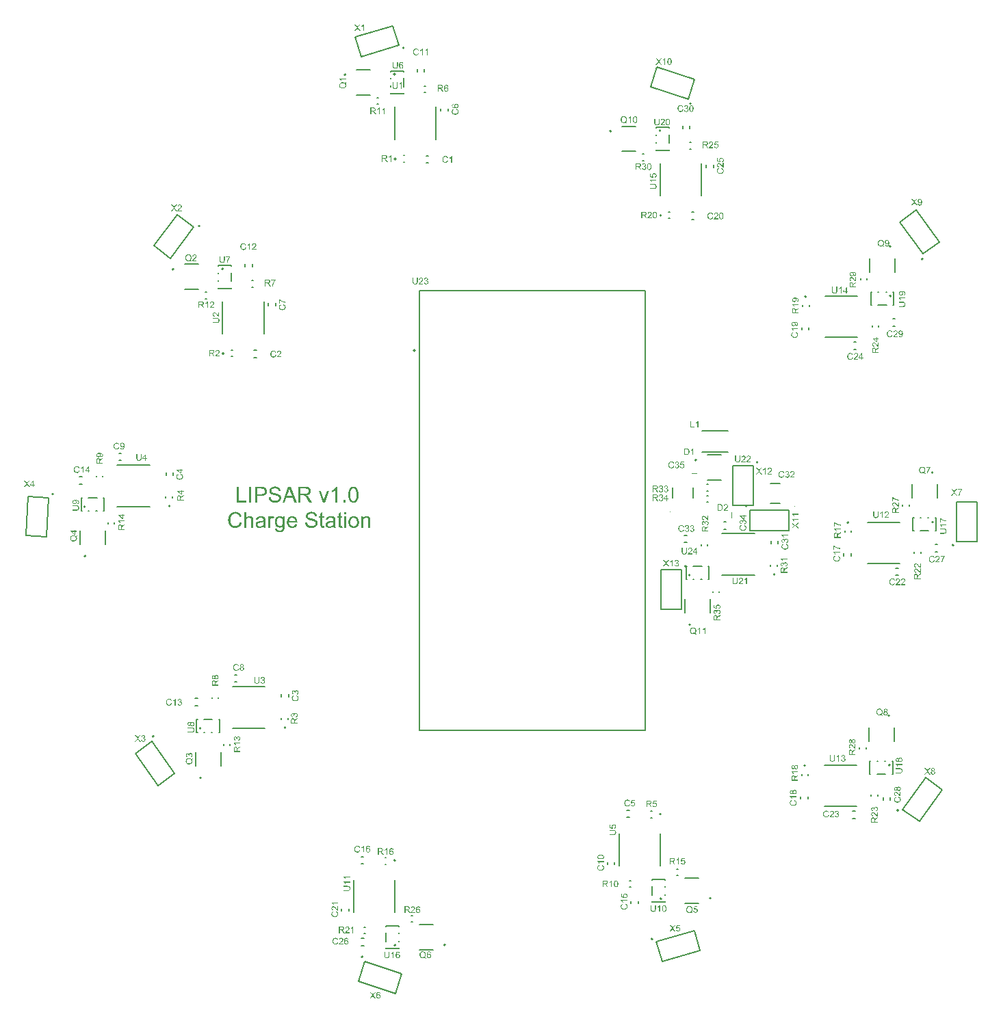
<source format=gto>
G04*
G04 #@! TF.GenerationSoftware,Altium Limited,Altium Designer,23.3.1 (30)*
G04*
G04 Layer_Color=65535*
%FSLAX44Y44*%
%MOMM*%
G71*
G04*
G04 #@! TF.SameCoordinates,DEB4E624-6092-4267-9E12-8A2B7123D7A8*
G04*
G04*
G04 #@! TF.FilePolarity,Positive*
G04*
G01*
G75*
%ADD10C,0.1000*%
%ADD11C,0.2000*%
%ADD12C,0.1270*%
%ADD13C,0.1524*%
G36*
X641865Y539910D02*
X640861D01*
Y546281D01*
X640849Y546268D01*
X640799Y546219D01*
X640712Y546157D01*
X640601Y546070D01*
X640464Y545958D01*
X640303Y545847D01*
X640117Y545710D01*
X639907Y545587D01*
X639894D01*
X639882Y545574D01*
X639808Y545525D01*
X639696Y545463D01*
X639560Y545388D01*
X639398Y545302D01*
X639225Y545227D01*
X639039Y545140D01*
X638866Y545066D01*
Y546045D01*
X638878D01*
X638903Y546058D01*
X638952Y546082D01*
X639002Y546120D01*
X639076Y546157D01*
X639163Y546194D01*
X639361Y546306D01*
X639584Y546442D01*
X639832Y546603D01*
X640080Y546789D01*
X640316Y546987D01*
X640328Y547000D01*
X640340Y547012D01*
X640415Y547086D01*
X640526Y547198D01*
X640663Y547334D01*
X640811Y547508D01*
X640960Y547694D01*
X641097Y547892D01*
X641208Y548090D01*
X641865D01*
Y539910D01*
D02*
G37*
G36*
X633213Y540864D02*
X637217D01*
Y539910D01*
X632135D01*
Y548053D01*
X633213D01*
Y540864D01*
D02*
G37*
G36*
X745199Y486196D02*
X745298Y486183D01*
X745422Y486171D01*
X745558Y486159D01*
X745707Y486134D01*
X746030Y486059D01*
X746377Y485948D01*
X746550Y485873D01*
X746724Y485787D01*
X746885Y485688D01*
X747046Y485576D01*
X747058Y485564D01*
X747083Y485551D01*
X747120Y485514D01*
X747182Y485465D01*
X747244Y485402D01*
X747331Y485316D01*
X747418Y485229D01*
X747505Y485130D01*
X747604Y485006D01*
X747691Y484882D01*
X747790Y484733D01*
X747889Y484572D01*
X747976Y484411D01*
X748062Y484225D01*
X748211Y483828D01*
X747145Y483580D01*
Y483593D01*
X747133Y483618D01*
X747120Y483667D01*
X747095Y483729D01*
X747058Y483803D01*
X747021Y483890D01*
X746934Y484076D01*
X746823Y484287D01*
X746674Y484510D01*
X746513Y484708D01*
X746315Y484882D01*
X746290Y484894D01*
X746215Y484944D01*
X746104Y485006D01*
X745943Y485093D01*
X745757Y485167D01*
X745521Y485229D01*
X745261Y485279D01*
X744964Y485291D01*
X744877D01*
X744815Y485279D01*
X744728D01*
X744641Y485266D01*
X744418Y485229D01*
X744170Y485179D01*
X743910Y485093D01*
X743650Y484981D01*
X743402Y484832D01*
X743389D01*
X743377Y484808D01*
X743303Y484745D01*
X743191Y484646D01*
X743055Y484510D01*
X742918Y484337D01*
X742770Y484138D01*
X742633Y483890D01*
X742522Y483618D01*
Y483605D01*
X742509Y483580D01*
X742497Y483543D01*
X742485Y483481D01*
X742460Y483419D01*
X742447Y483332D01*
X742398Y483134D01*
X742348Y482899D01*
X742311Y482638D01*
X742286Y482353D01*
X742274Y482056D01*
Y482043D01*
Y482006D01*
Y481957D01*
Y481882D01*
X742286Y481796D01*
Y481684D01*
X742299Y481572D01*
X742311Y481448D01*
X742348Y481163D01*
X742398Y480853D01*
X742472Y480544D01*
X742571Y480246D01*
Y480234D01*
X742584Y480209D01*
X742608Y480172D01*
X742633Y480122D01*
X742695Y479973D01*
X742794Y479812D01*
X742931Y479614D01*
X743092Y479428D01*
X743278Y479242D01*
X743501Y479081D01*
X743513D01*
X743526Y479068D01*
X743563Y479044D01*
X743613Y479019D01*
X743749Y478969D01*
X743922Y478895D01*
X744121Y478833D01*
X744356Y478771D01*
X744616Y478722D01*
X744889Y478709D01*
X744976D01*
X745038Y478722D01*
X745112D01*
X745211Y478734D01*
X745422Y478771D01*
X745658Y478833D01*
X745918Y478932D01*
X746166Y479056D01*
X746414Y479230D01*
X746426Y479242D01*
X746439Y479254D01*
X746513Y479329D01*
X746625Y479453D01*
X746761Y479614D01*
X746897Y479837D01*
X747046Y480097D01*
X747170Y480420D01*
X747269Y480779D01*
X748347Y480506D01*
Y480494D01*
X748335Y480444D01*
X748310Y480382D01*
X748285Y480283D01*
X748236Y480184D01*
X748186Y480048D01*
X748137Y479911D01*
X748062Y479763D01*
X747901Y479428D01*
X747678Y479093D01*
X747430Y478771D01*
X747281Y478622D01*
X747120Y478486D01*
X747108Y478474D01*
X747083Y478461D01*
X747033Y478424D01*
X746959Y478374D01*
X746872Y478325D01*
X746773Y478263D01*
X746662Y478201D01*
X746525Y478139D01*
X746377Y478077D01*
X746215Y478015D01*
X746030Y477953D01*
X745844Y477903D01*
X745435Y477817D01*
X745211Y477804D01*
X744976Y477792D01*
X744852D01*
X744753Y477804D01*
X744641D01*
X744517Y477817D01*
X744369Y477841D01*
X744220Y477854D01*
X743873Y477928D01*
X743513Y478015D01*
X743166Y478151D01*
X742993Y478226D01*
X742832Y478325D01*
X742819Y478337D01*
X742794Y478350D01*
X742757Y478387D01*
X742695Y478424D01*
X742546Y478548D01*
X742373Y478722D01*
X742162Y478932D01*
X741964Y479205D01*
X741753Y479515D01*
X741580Y479874D01*
Y479887D01*
X741567Y479924D01*
X741543Y479973D01*
X741518Y480048D01*
X741480Y480147D01*
X741443Y480258D01*
X741406Y480382D01*
X741369Y480531D01*
X741332Y480680D01*
X741295Y480853D01*
X741220Y481225D01*
X741171Y481622D01*
X741158Y482056D01*
Y482068D01*
Y482118D01*
Y482180D01*
X741171Y482267D01*
Y482378D01*
X741183Y482514D01*
X741195Y482651D01*
X741220Y482812D01*
X741282Y483159D01*
X741357Y483531D01*
X741480Y483915D01*
X741642Y484274D01*
Y484287D01*
X741666Y484312D01*
X741691Y484361D01*
X741728Y484436D01*
X741778Y484510D01*
X741840Y484597D01*
X742001Y484808D01*
X742187Y485043D01*
X742422Y485279D01*
X742708Y485514D01*
X743018Y485712D01*
X743030D01*
X743055Y485737D01*
X743104Y485762D01*
X743179Y485787D01*
X743253Y485824D01*
X743352Y485873D01*
X743476Y485911D01*
X743600Y485960D01*
X743736Y486010D01*
X743885Y486047D01*
X744220Y486134D01*
X744592Y486183D01*
X744988Y486208D01*
X745112D01*
X745199Y486196D01*
D02*
G37*
G36*
X752054Y486097D02*
X752215Y486072D01*
X752401Y486035D01*
X752611Y485985D01*
X752822Y485911D01*
X753033Y485812D01*
X753045D01*
X753058Y485799D01*
X753132Y485762D01*
X753231Y485700D01*
X753355Y485613D01*
X753491Y485502D01*
X753640Y485365D01*
X753776Y485204D01*
X753901Y485031D01*
X753913Y485006D01*
X753950Y484944D01*
X754000Y484845D01*
X754049Y484721D01*
X754099Y484560D01*
X754148Y484386D01*
X754186Y484200D01*
X754198Y483989D01*
Y483965D01*
Y483903D01*
X754186Y483803D01*
X754161Y483680D01*
X754124Y483531D01*
X754074Y483370D01*
X754012Y483196D01*
X753913Y483035D01*
X753901Y483010D01*
X753863Y482961D01*
X753789Y482886D01*
X753702Y482787D01*
X753578Y482676D01*
X753442Y482564D01*
X753268Y482440D01*
X753070Y482341D01*
X753082D01*
X753107Y482328D01*
X753144D01*
X753194Y482304D01*
X753318Y482267D01*
X753479Y482192D01*
X753653Y482105D01*
X753839Y481981D01*
X754024Y481833D01*
X754186Y481647D01*
X754198Y481622D01*
X754248Y481548D01*
X754309Y481436D01*
X754396Y481287D01*
X754471Y481101D01*
X754533Y480878D01*
X754582Y480618D01*
X754595Y480333D01*
Y480321D01*
Y480283D01*
Y480234D01*
X754582Y480159D01*
X754570Y480060D01*
X754557Y479961D01*
X754533Y479837D01*
X754495Y479713D01*
X754409Y479428D01*
X754347Y479267D01*
X754260Y479118D01*
X754173Y478969D01*
X754074Y478821D01*
X753950Y478672D01*
X753814Y478523D01*
X753801Y478511D01*
X753776Y478486D01*
X753739Y478461D01*
X753677Y478412D01*
X753603Y478350D01*
X753504Y478288D01*
X753392Y478226D01*
X753281Y478164D01*
X753144Y478089D01*
X752996Y478027D01*
X752834Y477965D01*
X752661Y477903D01*
X752475Y477854D01*
X752277Y477829D01*
X752066Y477804D01*
X751855Y477792D01*
X751756D01*
X751682Y477804D01*
X751583Y477817D01*
X751483Y477829D01*
X751359Y477841D01*
X751236Y477866D01*
X750950Y477941D01*
X750653Y478064D01*
X750504Y478126D01*
X750368Y478213D01*
X750219Y478312D01*
X750083Y478424D01*
X750070Y478436D01*
X750058Y478449D01*
X750021Y478486D01*
X749971Y478535D01*
X749922Y478610D01*
X749860Y478684D01*
X749785Y478771D01*
X749723Y478870D01*
X749575Y479118D01*
X749451Y479403D01*
X749339Y479725D01*
X749302Y479899D01*
X749277Y480085D01*
X750281Y480221D01*
Y480209D01*
X750294Y480184D01*
Y480135D01*
X750318Y480085D01*
X750355Y479936D01*
X750417Y479750D01*
X750492Y479552D01*
X750591Y479341D01*
X750715Y479155D01*
X750851Y478994D01*
X750876Y478982D01*
X750926Y478932D01*
X751012Y478883D01*
X751136Y478808D01*
X751273Y478746D01*
X751446Y478684D01*
X751645Y478635D01*
X751855Y478622D01*
X751930D01*
X751979Y478635D01*
X752103Y478647D01*
X752264Y478684D01*
X752463Y478746D01*
X752661Y478821D01*
X752859Y478945D01*
X753045Y479106D01*
X753070Y479131D01*
X753120Y479193D01*
X753194Y479292D01*
X753293Y479440D01*
X753380Y479614D01*
X753454Y479825D01*
X753504Y480060D01*
X753529Y480321D01*
Y480333D01*
Y480345D01*
Y480382D01*
X753516Y480432D01*
X753504Y480556D01*
X753467Y480717D01*
X753417Y480891D01*
X753330Y481089D01*
X753219Y481275D01*
X753070Y481448D01*
X753045Y481473D01*
X752996Y481523D01*
X752896Y481585D01*
X752760Y481671D01*
X752599Y481758D01*
X752401Y481820D01*
X752190Y481870D01*
X751942Y481895D01*
X751831D01*
X751744Y481882D01*
X751645Y481870D01*
X751521Y481857D01*
X751384Y481833D01*
X751236Y481796D01*
X751347Y482676D01*
X751409D01*
X751459Y482663D01*
X751620D01*
X751731Y482676D01*
X751892Y482700D01*
X752066Y482738D01*
X752252Y482799D01*
X752450Y482874D01*
X752649Y482985D01*
X752673Y482998D01*
X752735Y483047D01*
X752810Y483134D01*
X752909Y483246D01*
X753008Y483382D01*
X753082Y483556D01*
X753144Y483766D01*
X753169Y484014D01*
Y484027D01*
Y484039D01*
Y484101D01*
X753144Y484200D01*
X753120Y484337D01*
X753082Y484473D01*
X753008Y484622D01*
X752921Y484783D01*
X752797Y484919D01*
X752785Y484931D01*
X752735Y484981D01*
X752649Y485043D01*
X752537Y485105D01*
X752401Y485179D01*
X752240Y485229D01*
X752054Y485279D01*
X751843Y485291D01*
X751744D01*
X751632Y485266D01*
X751508Y485241D01*
X751347Y485204D01*
X751186Y485130D01*
X751025Y485043D01*
X750864Y484919D01*
X750851Y484907D01*
X750802Y484857D01*
X750740Y484770D01*
X750665Y484646D01*
X750579Y484498D01*
X750504Y484312D01*
X750430Y484089D01*
X750380Y483828D01*
X749376Y484002D01*
Y484014D01*
X749389Y484051D01*
X749401Y484101D01*
X749413Y484163D01*
X749438Y484250D01*
X749463Y484349D01*
X749550Y484572D01*
X749649Y484820D01*
X749798Y485080D01*
X749971Y485328D01*
X750194Y485551D01*
X750207Y485564D01*
X750219Y485576D01*
X750256Y485601D01*
X750318Y485638D01*
X750380Y485675D01*
X750455Y485725D01*
X750640Y485836D01*
X750876Y485936D01*
X751161Y486022D01*
X751471Y486084D01*
X751645Y486109D01*
X751930D01*
X752054Y486097D01*
D02*
G37*
G36*
X758474D02*
X758574Y486084D01*
X758685Y486072D01*
X758809Y486059D01*
X758945Y486022D01*
X759243Y485948D01*
X759553Y485836D01*
X759714Y485762D01*
X759863Y485675D01*
X759999Y485564D01*
X760135Y485452D01*
X760148Y485440D01*
X760160Y485427D01*
X760197Y485390D01*
X760247Y485340D01*
X760296Y485266D01*
X760358Y485192D01*
X760482Y485006D01*
X760606Y484770D01*
X760718Y484498D01*
X760805Y484188D01*
X760817Y484014D01*
X760829Y483841D01*
Y483816D01*
Y483754D01*
X760817Y483655D01*
X760805Y483531D01*
X760780Y483382D01*
X760743Y483221D01*
X760693Y483047D01*
X760619Y482874D01*
X760606Y482849D01*
X760582Y482787D01*
X760532Y482700D01*
X760458Y482576D01*
X760371Y482428D01*
X760259Y482254D01*
X760110Y482081D01*
X759949Y481882D01*
X759924Y481857D01*
X759863Y481783D01*
X759751Y481671D01*
X759677Y481597D01*
X759590Y481510D01*
X759491Y481411D01*
X759367Y481300D01*
X759243Y481188D01*
X759107Y481052D01*
X758958Y480915D01*
X758784Y480767D01*
X758611Y480618D01*
X758412Y480444D01*
X758400Y480432D01*
X758375Y480407D01*
X758326Y480370D01*
X758264Y480321D01*
X758115Y480196D01*
X757929Y480035D01*
X757743Y479862D01*
X757545Y479688D01*
X757383Y479540D01*
X757321Y479478D01*
X757260Y479416D01*
X757247Y479403D01*
X757222Y479366D01*
X757173Y479316D01*
X757111Y479242D01*
X756974Y479081D01*
X756838Y478883D01*
X760842D01*
Y477928D01*
X755450D01*
Y477941D01*
Y477990D01*
Y478064D01*
X755462Y478151D01*
X755475Y478251D01*
X755487Y478362D01*
X755524Y478486D01*
X755561Y478610D01*
Y478622D01*
X755574Y478635D01*
X755599Y478709D01*
X755648Y478808D01*
X755723Y478957D01*
X755809Y479118D01*
X755933Y479304D01*
X756057Y479490D01*
X756218Y479688D01*
Y479701D01*
X756243Y479713D01*
X756305Y479787D01*
X756404Y479899D01*
X756553Y480048D01*
X756739Y480221D01*
X756962Y480432D01*
X757235Y480667D01*
X757532Y480928D01*
X757545Y480940D01*
X757594Y480977D01*
X757656Y481027D01*
X757743Y481114D01*
X757855Y481200D01*
X757979Y481312D01*
X758251Y481548D01*
X758549Y481833D01*
X758846Y482118D01*
X758995Y482254D01*
X759119Y482390D01*
X759230Y482527D01*
X759330Y482651D01*
Y482663D01*
X759354Y482676D01*
X759379Y482713D01*
X759404Y482762D01*
X759478Y482886D01*
X759565Y483047D01*
X759652Y483233D01*
X759726Y483432D01*
X759776Y483655D01*
X759801Y483866D01*
Y483878D01*
Y483890D01*
X759788Y483965D01*
X759776Y484076D01*
X759751Y484212D01*
X759689Y484374D01*
X759615Y484535D01*
X759516Y484708D01*
X759367Y484869D01*
X759342Y484882D01*
X759292Y484931D01*
X759193Y484993D01*
X759069Y485080D01*
X758908Y485155D01*
X758722Y485217D01*
X758499Y485266D01*
X758251Y485279D01*
X758177D01*
X758127Y485266D01*
X758003Y485254D01*
X757842Y485229D01*
X757656Y485167D01*
X757458Y485093D01*
X757272Y484981D01*
X757098Y484832D01*
X757086Y484808D01*
X757037Y484758D01*
X756962Y484659D01*
X756888Y484522D01*
X756801Y484349D01*
X756739Y484151D01*
X756689Y483915D01*
X756665Y483642D01*
X755636Y483754D01*
Y483766D01*
Y483803D01*
X755648Y483866D01*
X755661Y483940D01*
X755685Y484039D01*
X755698Y484151D01*
X755772Y484398D01*
X755871Y484684D01*
X756008Y484969D01*
X756194Y485254D01*
X756293Y485378D01*
X756417Y485502D01*
X756429Y485514D01*
X756454Y485526D01*
X756491Y485564D01*
X756541Y485601D01*
X756615Y485638D01*
X756702Y485700D01*
X756801Y485750D01*
X756913Y485812D01*
X757037Y485861D01*
X757173Y485923D01*
X757334Y485973D01*
X757495Y486010D01*
X757867Y486084D01*
X758065Y486097D01*
X758276Y486109D01*
X758388D01*
X758474Y486097D01*
D02*
G37*
G36*
X717608Y486174D02*
X720670Y481910D01*
X719343D01*
X717286Y484810D01*
X717273Y484822D01*
X717261Y484847D01*
X717224Y484897D01*
X717174Y484971D01*
X717075Y485120D01*
X716951Y485306D01*
X716939Y485294D01*
X716902Y485244D01*
X716864Y485169D01*
X716802Y485070D01*
X716666Y484884D01*
X716604Y484798D01*
X716554Y484723D01*
X714497Y481910D01*
X713208D01*
X716356Y486124D01*
X713580Y490053D01*
X714856D01*
X716344Y487958D01*
Y487946D01*
X716369Y487934D01*
X716418Y487847D01*
X716505Y487735D01*
X716592Y487599D01*
X716703Y487438D01*
X716815Y487264D01*
X716902Y487116D01*
X716988Y486967D01*
X717001Y486992D01*
X717038Y487041D01*
X717100Y487128D01*
X717174Y487239D01*
X717261Y487376D01*
X717373Y487537D01*
X717496Y487698D01*
X717633Y487872D01*
X719269Y490053D01*
X720447D01*
X717608Y486174D01*
D02*
G37*
G36*
X730425Y490078D02*
X730524Y490066D01*
X730635Y490053D01*
X730759Y490041D01*
X730896Y490004D01*
X731193Y489929D01*
X731503Y489818D01*
X731664Y489743D01*
X731813Y489657D01*
X731949Y489545D01*
X732086Y489434D01*
X732098Y489421D01*
X732111Y489409D01*
X732148Y489371D01*
X732197Y489322D01*
X732247Y489248D01*
X732309Y489173D01*
X732433Y488987D01*
X732557Y488752D01*
X732668Y488479D01*
X732755Y488169D01*
X732767Y487996D01*
X732780Y487822D01*
Y487797D01*
Y487735D01*
X732767Y487636D01*
X732755Y487512D01*
X732730Y487364D01*
X732693Y487202D01*
X732644Y487029D01*
X732569Y486855D01*
X732557Y486830D01*
X732532Y486768D01*
X732482Y486682D01*
X732408Y486558D01*
X732321Y486409D01*
X732210Y486236D01*
X732061Y486062D01*
X731900Y485864D01*
X731875Y485839D01*
X731813Y485765D01*
X731701Y485653D01*
X731627Y485579D01*
X731540Y485492D01*
X731441Y485393D01*
X731317Y485281D01*
X731193Y485169D01*
X731057Y485033D01*
X730908Y484897D01*
X730735Y484748D01*
X730561Y484599D01*
X730363Y484426D01*
X730350Y484413D01*
X730326Y484389D01*
X730276Y484351D01*
X730214Y484302D01*
X730065Y484178D01*
X729879Y484017D01*
X729693Y483843D01*
X729495Y483670D01*
X729334Y483521D01*
X729272Y483459D01*
X729210Y483397D01*
X729198Y483385D01*
X729173Y483347D01*
X729123Y483298D01*
X729061Y483223D01*
X728925Y483062D01*
X728789Y482864D01*
X732792D01*
Y481910D01*
X727400D01*
Y481922D01*
Y481972D01*
Y482046D01*
X727413Y482133D01*
X727425Y482232D01*
X727438Y482343D01*
X727475Y482467D01*
X727512Y482591D01*
Y482604D01*
X727524Y482616D01*
X727549Y482691D01*
X727599Y482790D01*
X727673Y482938D01*
X727760Y483100D01*
X727884Y483285D01*
X728008Y483471D01*
X728169Y483670D01*
Y483682D01*
X728194Y483694D01*
X728256Y483769D01*
X728355Y483880D01*
X728503Y484029D01*
X728689Y484203D01*
X728913Y484413D01*
X729185Y484649D01*
X729483Y484909D01*
X729495Y484922D01*
X729545Y484959D01*
X729607Y485008D01*
X729693Y485095D01*
X729805Y485182D01*
X729929Y485294D01*
X730202Y485529D01*
X730499Y485814D01*
X730797Y486099D01*
X730945Y486236D01*
X731069Y486372D01*
X731181Y486508D01*
X731280Y486632D01*
Y486645D01*
X731305Y486657D01*
X731330Y486694D01*
X731354Y486744D01*
X731429Y486868D01*
X731516Y487029D01*
X731602Y487215D01*
X731677Y487413D01*
X731726Y487636D01*
X731751Y487847D01*
Y487859D01*
Y487872D01*
X731739Y487946D01*
X731726Y488058D01*
X731701Y488194D01*
X731639Y488355D01*
X731565Y488516D01*
X731466Y488690D01*
X731317Y488851D01*
X731292Y488863D01*
X731243Y488913D01*
X731144Y488975D01*
X731020Y489062D01*
X730859Y489136D01*
X730673Y489198D01*
X730450Y489248D01*
X730202Y489260D01*
X730127D01*
X730078Y489248D01*
X729954Y489235D01*
X729793Y489210D01*
X729607Y489148D01*
X729408Y489074D01*
X729222Y488962D01*
X729049Y488814D01*
X729036Y488789D01*
X728987Y488739D01*
X728913Y488640D01*
X728838Y488504D01*
X728751Y488330D01*
X728689Y488132D01*
X728640Y487896D01*
X728615Y487624D01*
X727586Y487735D01*
Y487748D01*
Y487785D01*
X727599Y487847D01*
X727611Y487921D01*
X727636Y488020D01*
X727648Y488132D01*
X727723Y488380D01*
X727822Y488665D01*
X727958Y488950D01*
X728144Y489235D01*
X728243Y489359D01*
X728367Y489483D01*
X728380Y489495D01*
X728404Y489508D01*
X728441Y489545D01*
X728491Y489582D01*
X728565Y489619D01*
X728652Y489681D01*
X728751Y489731D01*
X728863Y489793D01*
X728987Y489842D01*
X729123Y489905D01*
X729284Y489954D01*
X729445Y489991D01*
X729817Y490066D01*
X730016Y490078D01*
X730226Y490090D01*
X730338D01*
X730425Y490078D01*
D02*
G37*
G36*
X724983Y481910D02*
X723979D01*
Y488281D01*
X723967Y488268D01*
X723917Y488219D01*
X723830Y488157D01*
X723719Y488070D01*
X723583Y487958D01*
X723421Y487847D01*
X723235Y487710D01*
X723025Y487587D01*
X723012D01*
X723000Y487574D01*
X722926Y487525D01*
X722814Y487463D01*
X722678Y487388D01*
X722517Y487301D01*
X722343Y487227D01*
X722157Y487140D01*
X721984Y487066D01*
Y488045D01*
X721996D01*
X722021Y488058D01*
X722070Y488082D01*
X722120Y488120D01*
X722194Y488157D01*
X722281Y488194D01*
X722479Y488306D01*
X722702Y488442D01*
X722950Y488603D01*
X723198Y488789D01*
X723434Y488987D01*
X723446Y489000D01*
X723459Y489012D01*
X723533Y489086D01*
X723645Y489198D01*
X723781Y489334D01*
X723930Y489508D01*
X724078Y489694D01*
X724215Y489892D01*
X724326Y490090D01*
X724983D01*
Y481910D01*
D02*
G37*
G36*
X693715Y500411D02*
Y500399D01*
Y500362D01*
Y500300D01*
Y500213D01*
X693703Y500101D01*
Y499990D01*
X693690Y499853D01*
X693678Y499705D01*
X693641Y499395D01*
X693591Y499072D01*
X693529Y498750D01*
X693430Y498465D01*
Y498453D01*
X693418Y498428D01*
X693405Y498391D01*
X693381Y498341D01*
X693306Y498217D01*
X693207Y498044D01*
X693071Y497858D01*
X692897Y497659D01*
X692674Y497474D01*
X692426Y497288D01*
X692414D01*
X692389Y497263D01*
X692352Y497250D01*
X692290Y497213D01*
X692228Y497188D01*
X692141Y497151D01*
X692029Y497102D01*
X691918Y497065D01*
X691794Y497027D01*
X691645Y496978D01*
X691497Y496941D01*
X691323Y496916D01*
X690951Y496866D01*
X690530Y496841D01*
X690418D01*
X690344Y496854D01*
X690245D01*
X690133Y496866D01*
X690009Y496879D01*
X689873Y496891D01*
X689575Y496941D01*
X689265Y497002D01*
X688943Y497102D01*
X688658Y497226D01*
X688646D01*
X688621Y497250D01*
X688596Y497263D01*
X688547Y497300D01*
X688410Y497387D01*
X688261Y497523D01*
X688088Y497684D01*
X687927Y497870D01*
X687766Y498106D01*
X687629Y498366D01*
Y498378D01*
X687617Y498403D01*
X687604Y498440D01*
X687580Y498502D01*
X687555Y498577D01*
X687530Y498676D01*
X687505Y498787D01*
X687480Y498911D01*
X687443Y499048D01*
X687419Y499197D01*
X687394Y499370D01*
X687369Y499544D01*
X687344Y499742D01*
X687332Y499953D01*
X687319Y500176D01*
Y500411D01*
Y505121D01*
X688398D01*
Y500411D01*
Y500399D01*
Y500362D01*
Y500312D01*
Y500238D01*
Y500151D01*
X688410Y500052D01*
X688422Y499816D01*
X688447Y499568D01*
X688472Y499308D01*
X688522Y499060D01*
X688547Y498949D01*
X688584Y498849D01*
X688596Y498825D01*
X688621Y498763D01*
X688670Y498676D01*
X688745Y498564D01*
X688832Y498440D01*
X688956Y498304D01*
X689092Y498180D01*
X689265Y498069D01*
X689290Y498056D01*
X689352Y498031D01*
X689451Y497982D01*
X689588Y497945D01*
X689761Y497895D01*
X689959Y497845D01*
X690183Y497821D01*
X690431Y497808D01*
X690542D01*
X690629Y497821D01*
X690728D01*
X690840Y497833D01*
X691087Y497870D01*
X691373Y497945D01*
X691645Y498031D01*
X691906Y498168D01*
X692029Y498242D01*
X692129Y498341D01*
Y498354D01*
X692153Y498366D01*
X692178Y498403D01*
X692203Y498453D01*
X692253Y498515D01*
X692290Y498589D01*
X692339Y498688D01*
X692389Y498800D01*
X692426Y498936D01*
X692476Y499085D01*
X692525Y499246D01*
X692562Y499444D01*
X692587Y499655D01*
X692612Y499878D01*
X692637Y500139D01*
Y500411D01*
Y505121D01*
X693715D01*
Y500411D01*
D02*
G37*
G36*
X704313Y505146D02*
X704412Y505134D01*
X704524Y505121D01*
X704648Y505109D01*
X704784Y505072D01*
X705082Y504997D01*
X705392Y504886D01*
X705553Y504812D01*
X705701Y504725D01*
X705838Y504613D01*
X705974Y504502D01*
X705986Y504489D01*
X705999Y504477D01*
X706036Y504440D01*
X706086Y504390D01*
X706135Y504316D01*
X706197Y504241D01*
X706321Y504055D01*
X706445Y503820D01*
X706557Y503547D01*
X706644Y503237D01*
X706656Y503064D01*
X706668Y502890D01*
Y502865D01*
Y502803D01*
X706656Y502704D01*
X706644Y502580D01*
X706619Y502432D01*
X706581Y502271D01*
X706532Y502097D01*
X706458Y501923D01*
X706445Y501899D01*
X706420Y501837D01*
X706371Y501750D01*
X706296Y501626D01*
X706210Y501477D01*
X706098Y501304D01*
X705949Y501130D01*
X705788Y500932D01*
X705763Y500907D01*
X705701Y500833D01*
X705590Y500721D01*
X705516Y500647D01*
X705429Y500560D01*
X705330Y500461D01*
X705206Y500349D01*
X705082Y500238D01*
X704945Y500101D01*
X704797Y499965D01*
X704623Y499816D01*
X704449Y499668D01*
X704251Y499494D01*
X704239Y499482D01*
X704214Y499457D01*
X704164Y499420D01*
X704102Y499370D01*
X703954Y499246D01*
X703768Y499085D01*
X703582Y498911D01*
X703383Y498738D01*
X703222Y498589D01*
X703160Y498527D01*
X703098Y498465D01*
X703086Y498453D01*
X703061Y498416D01*
X703012Y498366D01*
X702950Y498292D01*
X702813Y498130D01*
X702677Y497932D01*
X706681D01*
Y496978D01*
X701289D01*
Y496990D01*
Y497040D01*
Y497114D01*
X701301Y497201D01*
X701313Y497300D01*
X701326Y497412D01*
X701363Y497536D01*
X701400Y497659D01*
Y497672D01*
X701413Y497684D01*
X701438Y497759D01*
X701487Y497858D01*
X701561Y498007D01*
X701648Y498168D01*
X701772Y498354D01*
X701896Y498540D01*
X702057Y498738D01*
Y498750D01*
X702082Y498763D01*
X702144Y498837D01*
X702243Y498949D01*
X702392Y499097D01*
X702578Y499271D01*
X702801Y499482D01*
X703074Y499717D01*
X703371Y499977D01*
X703383Y499990D01*
X703433Y500027D01*
X703495Y500076D01*
X703582Y500163D01*
X703693Y500250D01*
X703817Y500362D01*
X704090Y500597D01*
X704388Y500882D01*
X704685Y501167D01*
X704834Y501304D01*
X704958Y501440D01*
X705069Y501576D01*
X705168Y501700D01*
Y501713D01*
X705193Y501725D01*
X705218Y501762D01*
X705243Y501812D01*
X705317Y501936D01*
X705404Y502097D01*
X705491Y502283D01*
X705565Y502481D01*
X705615Y502704D01*
X705639Y502915D01*
Y502927D01*
Y502940D01*
X705627Y503014D01*
X705615Y503126D01*
X705590Y503262D01*
X705528Y503423D01*
X705453Y503584D01*
X705354Y503758D01*
X705206Y503919D01*
X705181Y503932D01*
X705131Y503981D01*
X705032Y504043D01*
X704908Y504130D01*
X704747Y504204D01*
X704561Y504266D01*
X704338Y504316D01*
X704090Y504328D01*
X704016D01*
X703966Y504316D01*
X703842Y504303D01*
X703681Y504278D01*
X703495Y504216D01*
X703297Y504142D01*
X703111Y504031D01*
X702937Y503882D01*
X702925Y503857D01*
X702875Y503807D01*
X702801Y503708D01*
X702727Y503572D01*
X702640Y503399D01*
X702578Y503200D01*
X702528Y502965D01*
X702504Y502692D01*
X701475Y502803D01*
Y502816D01*
Y502853D01*
X701487Y502915D01*
X701499Y502989D01*
X701524Y503089D01*
X701537Y503200D01*
X701611Y503448D01*
X701710Y503733D01*
X701846Y504018D01*
X702032Y504303D01*
X702132Y504427D01*
X702256Y504551D01*
X702268Y504564D01*
X702293Y504576D01*
X702330Y504613D01*
X702380Y504650D01*
X702454Y504688D01*
X702541Y504749D01*
X702640Y504799D01*
X702751Y504861D01*
X702875Y504911D01*
X703012Y504973D01*
X703173Y505022D01*
X703334Y505059D01*
X703706Y505134D01*
X703904Y505146D01*
X704115Y505159D01*
X704226D01*
X704313Y505146D01*
D02*
G37*
G36*
X697992D02*
X698091Y505134D01*
X698202Y505121D01*
X698326Y505109D01*
X698463Y505072D01*
X698760Y504997D01*
X699070Y504886D01*
X699231Y504812D01*
X699380Y504725D01*
X699516Y504613D01*
X699653Y504502D01*
X699665Y504489D01*
X699677Y504477D01*
X699715Y504440D01*
X699764Y504390D01*
X699814Y504316D01*
X699876Y504241D01*
X700000Y504055D01*
X700124Y503820D01*
X700235Y503547D01*
X700322Y503237D01*
X700334Y503064D01*
X700347Y502890D01*
Y502865D01*
Y502803D01*
X700334Y502704D01*
X700322Y502580D01*
X700297Y502432D01*
X700260Y502271D01*
X700210Y502097D01*
X700136Y501923D01*
X700124Y501899D01*
X700099Y501837D01*
X700049Y501750D01*
X699975Y501626D01*
X699888Y501477D01*
X699777Y501304D01*
X699628Y501130D01*
X699467Y500932D01*
X699442Y500907D01*
X699380Y500833D01*
X699268Y500721D01*
X699194Y500647D01*
X699107Y500560D01*
X699008Y500461D01*
X698884Y500349D01*
X698760Y500238D01*
X698624Y500101D01*
X698475Y499965D01*
X698301Y499816D01*
X698128Y499668D01*
X697930Y499494D01*
X697917Y499482D01*
X697893Y499457D01*
X697843Y499420D01*
X697781Y499370D01*
X697632Y499246D01*
X697446Y499085D01*
X697260Y498911D01*
X697062Y498738D01*
X696901Y498589D01*
X696839Y498527D01*
X696777Y498465D01*
X696765Y498453D01*
X696740Y498416D01*
X696690Y498366D01*
X696628Y498292D01*
X696492Y498130D01*
X696356Y497932D01*
X700359D01*
Y496978D01*
X694967D01*
Y496990D01*
Y497040D01*
Y497114D01*
X694980Y497201D01*
X694992Y497300D01*
X695004Y497412D01*
X695042Y497536D01*
X695079Y497659D01*
Y497672D01*
X695091Y497684D01*
X695116Y497759D01*
X695165Y497858D01*
X695240Y498007D01*
X695327Y498168D01*
X695451Y498354D01*
X695575Y498540D01*
X695736Y498738D01*
Y498750D01*
X695760Y498763D01*
X695823Y498837D01*
X695922Y498949D01*
X696070Y499097D01*
X696256Y499271D01*
X696479Y499482D01*
X696752Y499717D01*
X697050Y499977D01*
X697062Y499990D01*
X697112Y500027D01*
X697173Y500076D01*
X697260Y500163D01*
X697372Y500250D01*
X697496Y500362D01*
X697768Y500597D01*
X698066Y500882D01*
X698363Y501167D01*
X698512Y501304D01*
X698636Y501440D01*
X698748Y501576D01*
X698847Y501700D01*
Y501713D01*
X698872Y501725D01*
X698896Y501762D01*
X698921Y501812D01*
X698996Y501936D01*
X699082Y502097D01*
X699169Y502283D01*
X699243Y502481D01*
X699293Y502704D01*
X699318Y502915D01*
Y502927D01*
Y502940D01*
X699305Y503014D01*
X699293Y503126D01*
X699268Y503262D01*
X699206Y503423D01*
X699132Y503584D01*
X699033Y503758D01*
X698884Y503919D01*
X698859Y503932D01*
X698810Y503981D01*
X698710Y504043D01*
X698587Y504130D01*
X698426Y504204D01*
X698240Y504266D01*
X698016Y504316D01*
X697768Y504328D01*
X697694D01*
X697645Y504316D01*
X697521Y504303D01*
X697359Y504278D01*
X697173Y504216D01*
X696975Y504142D01*
X696789Y504031D01*
X696616Y503882D01*
X696603Y503857D01*
X696554Y503807D01*
X696479Y503708D01*
X696405Y503572D01*
X696318Y503399D01*
X696256Y503200D01*
X696207Y502965D01*
X696182Y502692D01*
X695153Y502803D01*
Y502816D01*
Y502853D01*
X695165Y502915D01*
X695178Y502989D01*
X695203Y503089D01*
X695215Y503200D01*
X695290Y503448D01*
X695389Y503733D01*
X695525Y504018D01*
X695711Y504303D01*
X695810Y504427D01*
X695934Y504551D01*
X695946Y504564D01*
X695971Y504576D01*
X696008Y504613D01*
X696058Y504650D01*
X696132Y504688D01*
X696219Y504749D01*
X696318Y504799D01*
X696430Y504861D01*
X696554Y504911D01*
X696690Y504973D01*
X696851Y505022D01*
X697012Y505059D01*
X697384Y505134D01*
X697583Y505146D01*
X697793Y505159D01*
X697905D01*
X697992Y505146D01*
D02*
G37*
G36*
X635782Y505910D02*
X634778D01*
Y512281D01*
X634766Y512268D01*
X634716Y512219D01*
X634630Y512157D01*
X634518Y512070D01*
X634382Y511958D01*
X634221Y511847D01*
X634035Y511711D01*
X633824Y511587D01*
X633811D01*
X633799Y511574D01*
X633725Y511525D01*
X633613Y511463D01*
X633477Y511388D01*
X633316Y511301D01*
X633142Y511227D01*
X632956Y511140D01*
X632783Y511066D01*
Y512045D01*
X632795D01*
X632820Y512058D01*
X632869Y512082D01*
X632919Y512120D01*
X632994Y512157D01*
X633080Y512194D01*
X633279Y512305D01*
X633502Y512442D01*
X633750Y512603D01*
X633997Y512789D01*
X634233Y512987D01*
X634245Y513000D01*
X634258Y513012D01*
X634332Y513086D01*
X634444Y513198D01*
X634580Y513334D01*
X634729Y513508D01*
X634878Y513694D01*
X635014Y513892D01*
X635125Y514090D01*
X635782D01*
Y505910D01*
D02*
G37*
G36*
X627552Y514041D02*
X627775Y514028D01*
X628023Y514004D01*
X628259Y513966D01*
X628457Y513929D01*
X628469D01*
X628494Y513917D01*
X628519D01*
X628568Y513892D01*
X628705Y513855D01*
X628866Y513793D01*
X629052Y513719D01*
X629250Y513619D01*
X629448Y513495D01*
X629647Y513347D01*
X629659D01*
X629672Y513322D01*
X629758Y513247D01*
X629870Y513124D01*
X630006Y512962D01*
X630167Y512764D01*
X630328Y512529D01*
X630477Y512256D01*
X630614Y511946D01*
Y511934D01*
X630626Y511909D01*
X630638Y511859D01*
X630663Y511797D01*
X630688Y511723D01*
X630713Y511624D01*
X630750Y511512D01*
X630775Y511388D01*
X630799Y511252D01*
X630837Y511103D01*
X630886Y510781D01*
X630924Y510421D01*
X630936Y510025D01*
Y510012D01*
Y509988D01*
Y509938D01*
Y509864D01*
X630924Y509789D01*
Y509690D01*
X630911Y509467D01*
X630886Y509219D01*
X630837Y508934D01*
X630787Y508649D01*
X630713Y508376D01*
Y508364D01*
X630700Y508339D01*
X630688Y508302D01*
X630676Y508252D01*
X630626Y508128D01*
X630564Y507955D01*
X630490Y507769D01*
X630391Y507570D01*
X630279Y507372D01*
X630155Y507186D01*
X630143Y507161D01*
X630093Y507112D01*
X630031Y507025D01*
X629932Y506914D01*
X629833Y506802D01*
X629696Y506678D01*
X629560Y506554D01*
X629411Y506443D01*
X629399Y506430D01*
X629337Y506405D01*
X629250Y506356D01*
X629138Y506294D01*
X629002Y506232D01*
X628841Y506170D01*
X628655Y506108D01*
X628444Y506046D01*
X628420D01*
X628345Y506021D01*
X628234Y506009D01*
X628073Y505984D01*
X627887Y505959D01*
X627663Y505934D01*
X627416Y505922D01*
X627143Y505910D01*
X624218D01*
Y514053D01*
X627341D01*
X627552Y514041D01*
D02*
G37*
G36*
X627691Y386411D02*
Y386399D01*
Y386362D01*
Y386300D01*
Y386213D01*
X627678Y386101D01*
Y385990D01*
X627666Y385853D01*
X627653Y385705D01*
X627616Y385395D01*
X627566Y385073D01*
X627505Y384750D01*
X627405Y384465D01*
Y384453D01*
X627393Y384428D01*
X627381Y384391D01*
X627356Y384341D01*
X627281Y384217D01*
X627182Y384044D01*
X627046Y383858D01*
X626872Y383660D01*
X626649Y383474D01*
X626401Y383288D01*
X626389D01*
X626364Y383263D01*
X626327Y383250D01*
X626265Y383213D01*
X626203Y383189D01*
X626116Y383151D01*
X626005Y383102D01*
X625893Y383064D01*
X625769Y383027D01*
X625620Y382978D01*
X625472Y382941D01*
X625298Y382916D01*
X624926Y382866D01*
X624505Y382841D01*
X624393D01*
X624319Y382854D01*
X624220D01*
X624108Y382866D01*
X623984Y382879D01*
X623848Y382891D01*
X623550Y382941D01*
X623241Y383003D01*
X622918Y383102D01*
X622633Y383226D01*
X622621D01*
X622596Y383250D01*
X622571Y383263D01*
X622522Y383300D01*
X622385Y383387D01*
X622237Y383523D01*
X622063Y383684D01*
X621902Y383870D01*
X621741Y384106D01*
X621604Y384366D01*
Y384378D01*
X621592Y384403D01*
X621580Y384440D01*
X621555Y384502D01*
X621530Y384577D01*
X621505Y384676D01*
X621480Y384787D01*
X621456Y384911D01*
X621418Y385048D01*
X621394Y385196D01*
X621369Y385370D01*
X621344Y385544D01*
X621319Y385742D01*
X621307Y385953D01*
X621295Y386176D01*
Y386411D01*
Y391121D01*
X622373D01*
Y386411D01*
Y386399D01*
Y386362D01*
Y386312D01*
Y386238D01*
Y386151D01*
X622385Y386052D01*
X622398Y385816D01*
X622422Y385568D01*
X622447Y385308D01*
X622497Y385060D01*
X622522Y384949D01*
X622559Y384849D01*
X622571Y384825D01*
X622596Y384763D01*
X622646Y384676D01*
X622720Y384564D01*
X622807Y384440D01*
X622931Y384304D01*
X623067Y384180D01*
X623241Y384068D01*
X623265Y384056D01*
X623327Y384031D01*
X623427Y383982D01*
X623563Y383945D01*
X623736Y383895D01*
X623935Y383845D01*
X624158Y383821D01*
X624406Y383808D01*
X624517D01*
X624604Y383821D01*
X624703D01*
X624815Y383833D01*
X625063Y383870D01*
X625348Y383945D01*
X625620Y384031D01*
X625881Y384168D01*
X626005Y384242D01*
X626104Y384341D01*
Y384354D01*
X626129Y384366D01*
X626153Y384403D01*
X626178Y384453D01*
X626228Y384515D01*
X626265Y384589D01*
X626315Y384688D01*
X626364Y384800D01*
X626401Y384936D01*
X626451Y385085D01*
X626501Y385246D01*
X626538Y385444D01*
X626562Y385655D01*
X626587Y385878D01*
X626612Y386138D01*
Y386411D01*
Y391121D01*
X627691D01*
Y386411D01*
D02*
G37*
G36*
X639602Y385841D02*
X640705D01*
Y384924D01*
X639602D01*
Y382978D01*
X638598D01*
Y384924D01*
X635066D01*
Y385841D01*
X638784Y391109D01*
X639602D01*
Y385841D01*
D02*
G37*
G36*
X631967Y391146D02*
X632066Y391134D01*
X632178Y391121D01*
X632301Y391109D01*
X632438Y391072D01*
X632735Y390997D01*
X633045Y390886D01*
X633206Y390812D01*
X633355Y390725D01*
X633491Y390613D01*
X633628Y390502D01*
X633640Y390489D01*
X633653Y390477D01*
X633690Y390440D01*
X633739Y390390D01*
X633789Y390316D01*
X633851Y390241D01*
X633975Y390055D01*
X634099Y389820D01*
X634210Y389547D01*
X634297Y389237D01*
X634310Y389064D01*
X634322Y388890D01*
Y388866D01*
Y388803D01*
X634310Y388704D01*
X634297Y388580D01*
X634272Y388432D01*
X634235Y388270D01*
X634186Y388097D01*
X634111Y387923D01*
X634099Y387899D01*
X634074Y387837D01*
X634024Y387750D01*
X633950Y387626D01*
X633863Y387477D01*
X633752Y387304D01*
X633603Y387130D01*
X633442Y386932D01*
X633417Y386907D01*
X633355Y386833D01*
X633243Y386721D01*
X633169Y386647D01*
X633082Y386560D01*
X632983Y386461D01*
X632859Y386349D01*
X632735Y386238D01*
X632599Y386101D01*
X632450Y385965D01*
X632277Y385816D01*
X632103Y385667D01*
X631905Y385494D01*
X631893Y385482D01*
X631868Y385457D01*
X631818Y385420D01*
X631756Y385370D01*
X631607Y385246D01*
X631421Y385085D01*
X631236Y384911D01*
X631037Y384738D01*
X630876Y384589D01*
X630814Y384527D01*
X630752Y384465D01*
X630740Y384453D01*
X630715Y384416D01*
X630665Y384366D01*
X630603Y384292D01*
X630467Y384131D01*
X630331Y383932D01*
X634334D01*
Y382978D01*
X628942D01*
Y382990D01*
Y383040D01*
Y383114D01*
X628955Y383201D01*
X628967Y383300D01*
X628980Y383412D01*
X629017Y383535D01*
X629054Y383660D01*
Y383672D01*
X629066Y383684D01*
X629091Y383759D01*
X629141Y383858D01*
X629215Y384007D01*
X629302Y384168D01*
X629426Y384354D01*
X629550Y384539D01*
X629711Y384738D01*
Y384750D01*
X629736Y384763D01*
X629798Y384837D01*
X629897Y384949D01*
X630046Y385097D01*
X630232Y385271D01*
X630455Y385482D01*
X630727Y385717D01*
X631025Y385977D01*
X631037Y385990D01*
X631087Y386027D01*
X631149Y386077D01*
X631236Y386163D01*
X631347Y386250D01*
X631471Y386362D01*
X631744Y386597D01*
X632041Y386882D01*
X632339Y387167D01*
X632487Y387304D01*
X632611Y387440D01*
X632723Y387576D01*
X632822Y387700D01*
Y387713D01*
X632847Y387725D01*
X632872Y387762D01*
X632896Y387812D01*
X632971Y387936D01*
X633058Y388097D01*
X633144Y388283D01*
X633219Y388481D01*
X633268Y388704D01*
X633293Y388915D01*
Y388927D01*
Y388940D01*
X633281Y389014D01*
X633268Y389126D01*
X633243Y389262D01*
X633182Y389423D01*
X633107Y389584D01*
X633008Y389758D01*
X632859Y389919D01*
X632835Y389931D01*
X632785Y389981D01*
X632686Y390043D01*
X632562Y390130D01*
X632401Y390204D01*
X632215Y390266D01*
X631992Y390316D01*
X631744Y390328D01*
X631669D01*
X631620Y390316D01*
X631496Y390303D01*
X631335Y390279D01*
X631149Y390216D01*
X630950Y390142D01*
X630765Y390031D01*
X630591Y389882D01*
X630579Y389857D01*
X630529Y389808D01*
X630455Y389708D01*
X630380Y389572D01*
X630294Y389398D01*
X630232Y389200D01*
X630182Y388965D01*
X630157Y388692D01*
X629128Y388803D01*
Y388816D01*
Y388853D01*
X629141Y388915D01*
X629153Y388989D01*
X629178Y389089D01*
X629190Y389200D01*
X629265Y389448D01*
X629364Y389733D01*
X629500Y390018D01*
X629686Y390303D01*
X629785Y390427D01*
X629909Y390551D01*
X629922Y390564D01*
X629946Y390576D01*
X629984Y390613D01*
X630033Y390650D01*
X630108Y390688D01*
X630194Y390750D01*
X630294Y390799D01*
X630405Y390861D01*
X630529Y390911D01*
X630665Y390973D01*
X630826Y391022D01*
X630988Y391059D01*
X631359Y391134D01*
X631558Y391146D01*
X631768Y391159D01*
X631880D01*
X631967Y391146D01*
D02*
G37*
G36*
X602571Y372242D02*
X605633Y367978D01*
X604306D01*
X602249Y370878D01*
X602236Y370891D01*
X602224Y370915D01*
X602187Y370965D01*
X602137Y371039D01*
X602038Y371188D01*
X601914Y371374D01*
X601902Y371362D01*
X601864Y371312D01*
X601827Y371238D01*
X601765Y371138D01*
X601629Y370953D01*
X601567Y370866D01*
X601517Y370792D01*
X599460Y367978D01*
X598171D01*
X601319Y372192D01*
X598543Y376121D01*
X599819D01*
X601307Y374027D01*
Y374014D01*
X601331Y374002D01*
X601381Y373915D01*
X601468Y373803D01*
X601554Y373667D01*
X601666Y373506D01*
X601778Y373332D01*
X601864Y373184D01*
X601951Y373035D01*
X601964Y373060D01*
X602001Y373109D01*
X602063Y373196D01*
X602137Y373308D01*
X602224Y373444D01*
X602335Y373605D01*
X602459Y373766D01*
X602596Y373940D01*
X604232Y376121D01*
X605409D01*
X602571Y372242D01*
D02*
G37*
G36*
X615288Y376146D02*
X615449Y376121D01*
X615635Y376084D01*
X615846Y376035D01*
X616057Y375960D01*
X616268Y375861D01*
X616280D01*
X616292Y375849D01*
X616367Y375812D01*
X616466Y375750D01*
X616590Y375663D01*
X616726Y375551D01*
X616875Y375415D01*
X617011Y375254D01*
X617135Y375080D01*
X617148Y375055D01*
X617185Y374993D01*
X617234Y374894D01*
X617284Y374770D01*
X617334Y374609D01*
X617383Y374436D01*
X617420Y374250D01*
X617433Y374039D01*
Y374014D01*
Y373952D01*
X617420Y373853D01*
X617396Y373729D01*
X617358Y373580D01*
X617309Y373419D01*
X617247Y373246D01*
X617148Y373085D01*
X617135Y373060D01*
X617098Y373010D01*
X617024Y372936D01*
X616937Y372837D01*
X616813Y372725D01*
X616677Y372614D01*
X616503Y372490D01*
X616305Y372390D01*
X616317D01*
X616342Y372378D01*
X616379D01*
X616429Y372353D01*
X616553Y372316D01*
X616714Y372242D01*
X616887Y372155D01*
X617073Y372031D01*
X617259Y371882D01*
X617420Y371696D01*
X617433Y371671D01*
X617482Y371597D01*
X617544Y371486D01*
X617631Y371337D01*
X617705Y371151D01*
X617767Y370928D01*
X617817Y370667D01*
X617829Y370382D01*
Y370370D01*
Y370333D01*
Y370283D01*
X617817Y370209D01*
X617805Y370110D01*
X617792Y370011D01*
X617767Y369887D01*
X617730Y369763D01*
X617644Y369478D01*
X617581Y369316D01*
X617495Y369168D01*
X617408Y369019D01*
X617309Y368870D01*
X617185Y368722D01*
X617048Y368573D01*
X617036Y368560D01*
X617011Y368535D01*
X616974Y368511D01*
X616912Y368461D01*
X616838Y368399D01*
X616739Y368337D01*
X616627Y368275D01*
X616516Y368213D01*
X616379Y368139D01*
X616230Y368077D01*
X616069Y368015D01*
X615896Y367953D01*
X615710Y367903D01*
X615512Y367879D01*
X615301Y367854D01*
X615090Y367841D01*
X614991D01*
X614916Y367854D01*
X614817Y367866D01*
X614718Y367879D01*
X614594Y367891D01*
X614470Y367916D01*
X614185Y367990D01*
X613888Y368114D01*
X613739Y368176D01*
X613603Y368263D01*
X613454Y368362D01*
X613317Y368474D01*
X613305Y368486D01*
X613293Y368498D01*
X613256Y368535D01*
X613206Y368585D01*
X613156Y368660D01*
X613094Y368734D01*
X613020Y368821D01*
X612958Y368920D01*
X612809Y369168D01*
X612685Y369453D01*
X612574Y369775D01*
X612537Y369949D01*
X612512Y370135D01*
X613516Y370271D01*
Y370258D01*
X613528Y370234D01*
Y370184D01*
X613553Y370135D01*
X613590Y369986D01*
X613652Y369800D01*
X613727Y369602D01*
X613826Y369391D01*
X613950Y369205D01*
X614086Y369044D01*
X614111Y369031D01*
X614160Y368982D01*
X614247Y368932D01*
X614371Y368858D01*
X614507Y368796D01*
X614681Y368734D01*
X614879Y368684D01*
X615090Y368672D01*
X615164D01*
X615214Y368684D01*
X615338Y368697D01*
X615499Y368734D01*
X615697Y368796D01*
X615896Y368870D01*
X616094Y368994D01*
X616280Y369155D01*
X616305Y369180D01*
X616354Y369242D01*
X616429Y369341D01*
X616528Y369490D01*
X616615Y369664D01*
X616689Y369874D01*
X616739Y370110D01*
X616763Y370370D01*
Y370382D01*
Y370395D01*
Y370432D01*
X616751Y370482D01*
X616739Y370606D01*
X616701Y370767D01*
X616652Y370940D01*
X616565Y371138D01*
X616454Y371325D01*
X616305Y371498D01*
X616280Y371523D01*
X616230Y371572D01*
X616131Y371634D01*
X615995Y371721D01*
X615834Y371808D01*
X615635Y371870D01*
X615425Y371919D01*
X615177Y371944D01*
X615065D01*
X614978Y371932D01*
X614879Y371919D01*
X614755Y371907D01*
X614619Y371882D01*
X614470Y371845D01*
X614582Y372725D01*
X614644D01*
X614693Y372713D01*
X614855D01*
X614966Y372725D01*
X615127Y372750D01*
X615301Y372787D01*
X615487Y372849D01*
X615685Y372923D01*
X615883Y373035D01*
X615908Y373047D01*
X615970Y373097D01*
X616045Y373184D01*
X616144Y373295D01*
X616243Y373432D01*
X616317Y373605D01*
X616379Y373816D01*
X616404Y374064D01*
Y374076D01*
Y374089D01*
Y374151D01*
X616379Y374250D01*
X616354Y374386D01*
X616317Y374522D01*
X616243Y374671D01*
X616156Y374832D01*
X616032Y374969D01*
X616020Y374981D01*
X615970Y375031D01*
X615883Y375093D01*
X615772Y375155D01*
X615635Y375229D01*
X615474Y375279D01*
X615288Y375328D01*
X615078Y375340D01*
X614978D01*
X614867Y375316D01*
X614743Y375291D01*
X614582Y375254D01*
X614421Y375179D01*
X614260Y375093D01*
X614098Y374969D01*
X614086Y374956D01*
X614036Y374907D01*
X613974Y374820D01*
X613900Y374696D01*
X613813Y374547D01*
X613739Y374361D01*
X613665Y374138D01*
X613615Y373878D01*
X612611Y374051D01*
Y374064D01*
X612623Y374101D01*
X612636Y374151D01*
X612648Y374212D01*
X612673Y374299D01*
X612698Y374398D01*
X612785Y374622D01*
X612884Y374869D01*
X613032Y375130D01*
X613206Y375378D01*
X613429Y375601D01*
X613442Y375613D01*
X613454Y375626D01*
X613491Y375650D01*
X613553Y375688D01*
X613615Y375725D01*
X613689Y375774D01*
X613875Y375886D01*
X614111Y375985D01*
X614396Y376072D01*
X614706Y376134D01*
X614879Y376159D01*
X615164D01*
X615288Y376146D01*
D02*
G37*
G36*
X609946Y367978D02*
X608942D01*
Y374349D01*
X608930Y374337D01*
X608880Y374287D01*
X608793Y374225D01*
X608682Y374138D01*
X608545Y374027D01*
X608384Y373915D01*
X608198Y373779D01*
X607988Y373655D01*
X607975D01*
X607963Y373642D01*
X607888Y373593D01*
X607777Y373531D01*
X607640Y373456D01*
X607479Y373370D01*
X607306Y373295D01*
X607120Y373209D01*
X606946Y373134D01*
Y374113D01*
X606959D01*
X606984Y374126D01*
X607033Y374151D01*
X607083Y374188D01*
X607157Y374225D01*
X607244Y374262D01*
X607442Y374374D01*
X607665Y374510D01*
X607913Y374671D01*
X608161Y374857D01*
X608397Y375055D01*
X608409Y375068D01*
X608421Y375080D01*
X608496Y375155D01*
X608607Y375266D01*
X608744Y375402D01*
X608893Y375576D01*
X609041Y375762D01*
X609178Y375960D01*
X609289Y376159D01*
X609946D01*
Y367978D01*
D02*
G37*
G36*
X666456Y320736D02*
X666556Y320724D01*
X666667Y320712D01*
X666791Y320699D01*
X666927Y320674D01*
X667225Y320588D01*
X667535Y320476D01*
X667708Y320402D01*
X667869Y320315D01*
X668031Y320216D01*
X668179Y320104D01*
X668192Y320092D01*
X668216Y320067D01*
X668266Y320018D01*
X668328Y319956D01*
X668402Y319881D01*
X668489Y319782D01*
X668576Y319670D01*
X668663Y319534D01*
X668762Y319398D01*
X668849Y319237D01*
X668935Y319051D01*
X669010Y318865D01*
X669072Y318654D01*
X669121Y318443D01*
X669146Y318208D01*
X669159Y317960D01*
Y317848D01*
X669146Y317774D01*
X669134Y317687D01*
X669121Y317576D01*
X669109Y317452D01*
X669084Y317315D01*
X669010Y317030D01*
X668898Y316733D01*
X668824Y316584D01*
X668737Y316435D01*
X668650Y316287D01*
X668539Y316150D01*
X668526Y316138D01*
X668514Y316125D01*
X668477Y316088D01*
X668427Y316039D01*
X668365Y315989D01*
X668291Y315927D01*
X668204Y315865D01*
X668105Y315791D01*
X667869Y315654D01*
X667584Y315518D01*
X667262Y315419D01*
X667076Y315382D01*
X666890Y315357D01*
X666816Y316411D01*
X666828D01*
X666853D01*
X666890Y316423D01*
X666940Y316435D01*
X667076Y316472D01*
X667250Y316522D01*
X667436Y316584D01*
X667622Y316683D01*
X667807Y316795D01*
X667969Y316943D01*
X667981Y316968D01*
X668031Y317018D01*
X668080Y317105D01*
X668155Y317229D01*
X668216Y317377D01*
X668279Y317551D01*
X668328Y317749D01*
X668341Y317960D01*
Y318034D01*
X668328Y318084D01*
X668316Y318220D01*
X668279Y318394D01*
X668204Y318580D01*
X668117Y318790D01*
X667981Y318989D01*
X667907Y319088D01*
X667807Y319187D01*
X667795D01*
X667783Y319212D01*
X667708Y319261D01*
X667584Y319348D01*
X667423Y319435D01*
X667213Y319522D01*
X666965Y319608D01*
X666680Y319658D01*
X666357Y319683D01*
X666345D01*
X666320D01*
X666271D01*
X666221Y319670D01*
X666146D01*
X666060Y319658D01*
X665862Y319621D01*
X665651Y319571D01*
X665428Y319485D01*
X665204Y319361D01*
X665006Y319199D01*
X664981Y319175D01*
X664932Y319113D01*
X664845Y319014D01*
X664758Y318865D01*
X664671Y318691D01*
X664585Y318468D01*
X664535Y318220D01*
X664510Y317948D01*
Y317861D01*
X664523Y317774D01*
X664535Y317650D01*
X664572Y317514D01*
X664610Y317365D01*
X664671Y317216D01*
X664746Y317067D01*
X664758Y317055D01*
X664783Y317006D01*
X664833Y316931D01*
X664895Y316844D01*
X664981Y316758D01*
X665081Y316658D01*
X665192Y316559D01*
X665316Y316472D01*
X665180Y315530D01*
X661003Y316324D01*
Y320365D01*
X661957D01*
Y317117D01*
X664151Y316671D01*
X664138Y316683D01*
X664126Y316708D01*
X664101Y316745D01*
X664064Y316795D01*
X664027Y316869D01*
X663990Y316943D01*
X663891Y317142D01*
X663792Y317365D01*
X663717Y317625D01*
X663655Y317910D01*
X663630Y318208D01*
Y318307D01*
X663643Y318381D01*
X663655Y318480D01*
X663668Y318580D01*
X663692Y318704D01*
X663717Y318828D01*
X663816Y319113D01*
X663866Y319261D01*
X663940Y319410D01*
X664027Y319571D01*
X664126Y319720D01*
X664238Y319869D01*
X664374Y320005D01*
X664386Y320018D01*
X664411Y320042D01*
X664448Y320079D01*
X664510Y320117D01*
X664585Y320179D01*
X664671Y320241D01*
X664771Y320303D01*
X664882Y320377D01*
X665019Y320451D01*
X665155Y320513D01*
X665316Y320575D01*
X665477Y320637D01*
X665663Y320674D01*
X665849Y320712D01*
X666060Y320736D01*
X666271Y320749D01*
X666283D01*
X666320D01*
X666382D01*
X666456Y320736D01*
D02*
G37*
G36*
X666791Y314353D02*
X666890Y314340D01*
X666989Y314328D01*
X667113Y314303D01*
X667237Y314266D01*
X667522Y314179D01*
X667684Y314117D01*
X667832Y314031D01*
X667981Y313944D01*
X668130Y313845D01*
X668279Y313721D01*
X668427Y313584D01*
X668440Y313572D01*
X668464Y313547D01*
X668489Y313510D01*
X668539Y313448D01*
X668601Y313374D01*
X668663Y313274D01*
X668725Y313163D01*
X668787Y313051D01*
X668861Y312915D01*
X668923Y312766D01*
X668985Y312605D01*
X669047Y312432D01*
X669097Y312246D01*
X669121Y312047D01*
X669146Y311837D01*
X669159Y311626D01*
Y311527D01*
X669146Y311452D01*
X669134Y311353D01*
X669121Y311254D01*
X669109Y311130D01*
X669084Y311006D01*
X669010Y310721D01*
X668886Y310424D01*
X668824Y310275D01*
X668737Y310138D01*
X668638Y309990D01*
X668526Y309853D01*
X668514Y309841D01*
X668502Y309829D01*
X668464Y309792D01*
X668415Y309742D01*
X668341Y309692D01*
X668266Y309630D01*
X668179Y309556D01*
X668080Y309494D01*
X667832Y309345D01*
X667547Y309221D01*
X667225Y309110D01*
X667051Y309072D01*
X666865Y309048D01*
X666729Y310052D01*
X666741D01*
X666766Y310064D01*
X666816D01*
X666865Y310089D01*
X667014Y310126D01*
X667200Y310188D01*
X667399Y310263D01*
X667609Y310362D01*
X667795Y310486D01*
X667956Y310622D01*
X667969Y310647D01*
X668018Y310696D01*
X668068Y310783D01*
X668142Y310907D01*
X668204Y311043D01*
X668266Y311217D01*
X668316Y311415D01*
X668328Y311626D01*
Y311700D01*
X668316Y311750D01*
X668303Y311874D01*
X668266Y312035D01*
X668204Y312233D01*
X668130Y312432D01*
X668006Y312630D01*
X667845Y312816D01*
X667820Y312841D01*
X667758Y312890D01*
X667659Y312965D01*
X667510Y313064D01*
X667337Y313151D01*
X667126Y313225D01*
X666890Y313274D01*
X666630Y313299D01*
X666618D01*
X666605D01*
X666568D01*
X666518Y313287D01*
X666395Y313274D01*
X666233Y313237D01*
X666060Y313188D01*
X665862Y313101D01*
X665676Y312989D01*
X665502Y312841D01*
X665477Y312816D01*
X665428Y312766D01*
X665366Y312667D01*
X665279Y312531D01*
X665192Y312370D01*
X665130Y312171D01*
X665081Y311961D01*
X665056Y311713D01*
Y311601D01*
X665068Y311514D01*
X665081Y311415D01*
X665093Y311291D01*
X665118Y311155D01*
X665155Y311006D01*
X664275Y311118D01*
Y311180D01*
X664287Y311229D01*
Y311390D01*
X664275Y311502D01*
X664250Y311663D01*
X664213Y311837D01*
X664151Y312023D01*
X664077Y312221D01*
X663965Y312419D01*
X663953Y312444D01*
X663903Y312506D01*
X663816Y312580D01*
X663705Y312680D01*
X663568Y312779D01*
X663395Y312853D01*
X663184Y312915D01*
X662936Y312940D01*
X662924D01*
X662911D01*
X662849D01*
X662750Y312915D01*
X662614Y312890D01*
X662478Y312853D01*
X662329Y312779D01*
X662168Y312692D01*
X662031Y312568D01*
X662019Y312556D01*
X661969Y312506D01*
X661907Y312419D01*
X661845Y312308D01*
X661771Y312171D01*
X661721Y312010D01*
X661672Y311824D01*
X661659Y311614D01*
Y311514D01*
X661684Y311403D01*
X661709Y311279D01*
X661746Y311118D01*
X661821Y310957D01*
X661907Y310795D01*
X662031Y310634D01*
X662044Y310622D01*
X662093Y310572D01*
X662180Y310510D01*
X662304Y310436D01*
X662453Y310349D01*
X662639Y310275D01*
X662862Y310201D01*
X663122Y310151D01*
X662949Y309147D01*
X662936D01*
X662899Y309159D01*
X662849Y309172D01*
X662787Y309184D01*
X662701Y309209D01*
X662601Y309234D01*
X662378Y309320D01*
X662131Y309420D01*
X661870Y309568D01*
X661622Y309742D01*
X661399Y309965D01*
X661387Y309977D01*
X661374Y309990D01*
X661350Y310027D01*
X661312Y310089D01*
X661275Y310151D01*
X661226Y310225D01*
X661114Y310411D01*
X661015Y310647D01*
X660928Y310932D01*
X660866Y311242D01*
X660841Y311415D01*
Y311700D01*
X660854Y311824D01*
X660879Y311985D01*
X660916Y312171D01*
X660965Y312382D01*
X661040Y312593D01*
X661139Y312803D01*
Y312816D01*
X661151Y312828D01*
X661189Y312903D01*
X661250Y313002D01*
X661337Y313126D01*
X661449Y313262D01*
X661585Y313411D01*
X661746Y313547D01*
X661920Y313671D01*
X661945Y313683D01*
X662007Y313721D01*
X662106Y313770D01*
X662230Y313820D01*
X662391Y313869D01*
X662564Y313919D01*
X662750Y313956D01*
X662961Y313969D01*
X662986D01*
X663048D01*
X663147Y313956D01*
X663271Y313932D01*
X663420Y313894D01*
X663581Y313845D01*
X663754Y313783D01*
X663915Y313683D01*
X663940Y313671D01*
X663990Y313634D01*
X664064Y313560D01*
X664163Y313473D01*
X664275Y313349D01*
X664386Y313213D01*
X664510Y313039D01*
X664610Y312841D01*
Y312853D01*
X664622Y312878D01*
Y312915D01*
X664647Y312965D01*
X664684Y313089D01*
X664758Y313250D01*
X664845Y313423D01*
X664969Y313609D01*
X665118Y313795D01*
X665304Y313956D01*
X665329Y313969D01*
X665403Y314018D01*
X665514Y314080D01*
X665663Y314167D01*
X665849Y314241D01*
X666072Y314303D01*
X666332Y314353D01*
X666618Y314365D01*
X666630D01*
X666667D01*
X666717D01*
X666791Y314353D01*
D02*
G37*
G36*
X669022Y307064D02*
X667337Y305986D01*
X667324D01*
X667299Y305961D01*
X667262Y305937D01*
X667213Y305912D01*
X667089Y305825D01*
X666927Y305713D01*
X666741Y305590D01*
X666556Y305453D01*
X666382Y305329D01*
X666221Y305205D01*
X666208Y305193D01*
X666159Y305156D01*
X666085Y305094D01*
X665998Y305032D01*
X665824Y304846D01*
X665738Y304759D01*
X665676Y304660D01*
X665663Y304647D01*
X665651Y304623D01*
X665626Y304573D01*
X665589Y304511D01*
X665514Y304362D01*
X665452Y304176D01*
Y304164D01*
X665440Y304139D01*
Y304090D01*
X665428Y304028D01*
X665415Y303941D01*
Y303842D01*
X665403Y303718D01*
Y302330D01*
X669022D01*
Y301251D01*
X660879D01*
Y305032D01*
X660891Y305131D01*
Y305230D01*
X660903Y305478D01*
X660928Y305738D01*
X660978Y306011D01*
X661027Y306271D01*
X661065Y306395D01*
X661102Y306507D01*
Y306519D01*
X661114Y306532D01*
X661139Y306606D01*
X661201Y306705D01*
X661288Y306829D01*
X661387Y306978D01*
X661523Y307127D01*
X661684Y307275D01*
X661883Y307412D01*
X661907Y307424D01*
X661982Y307461D01*
X662093Y307523D01*
X662242Y307585D01*
X662428Y307647D01*
X662639Y307709D01*
X662862Y307746D01*
X663110Y307759D01*
X663122D01*
X663147D01*
X663196D01*
X663259Y307746D01*
X663333D01*
X663420Y307734D01*
X663618Y307684D01*
X663853Y307622D01*
X664089Y307523D01*
X664337Y307374D01*
X664461Y307288D01*
X664572Y307188D01*
X664597Y307164D01*
X664622Y307127D01*
X664671Y307089D01*
X664709Y307027D01*
X664771Y306953D01*
X664820Y306866D01*
X664882Y306767D01*
X664944Y306656D01*
X665006Y306519D01*
X665068Y306383D01*
X665130Y306222D01*
X665192Y306061D01*
X665242Y305875D01*
X665279Y305676D01*
X665316Y305466D01*
X665329Y305490D01*
X665353Y305540D01*
X665390Y305614D01*
X665440Y305701D01*
X665576Y305912D01*
X665651Y306023D01*
X665725Y306110D01*
X665750Y306135D01*
X665799Y306197D01*
X665899Y306284D01*
X666023Y306395D01*
X666184Y306532D01*
X666370Y306680D01*
X666580Y306841D01*
X666816Y307003D01*
X669022Y308416D01*
Y307064D01*
D02*
G37*
G36*
X650458Y284170D02*
X649454D01*
Y290541D01*
X649441Y290529D01*
X649391Y290479D01*
X649305Y290417D01*
X649193Y290330D01*
X649057Y290219D01*
X648896Y290107D01*
X648710Y289971D01*
X648499Y289847D01*
X648487D01*
X648474Y289834D01*
X648400Y289785D01*
X648288Y289723D01*
X648152Y289649D01*
X647991Y289562D01*
X647817Y289487D01*
X647631Y289401D01*
X647458Y289326D01*
Y290306D01*
X647470D01*
X647495Y290318D01*
X647545Y290343D01*
X647594Y290380D01*
X647669Y290417D01*
X647755Y290454D01*
X647954Y290566D01*
X648177Y290702D01*
X648425Y290863D01*
X648673Y291049D01*
X648908Y291248D01*
X648921Y291260D01*
X648933Y291272D01*
X649007Y291347D01*
X649119Y291458D01*
X649255Y291595D01*
X649404Y291768D01*
X649553Y291954D01*
X649689Y292152D01*
X649801Y292351D01*
X650458D01*
Y284170D01*
D02*
G37*
G36*
X644136D02*
X643132D01*
Y290541D01*
X643120Y290529D01*
X643070Y290479D01*
X642983Y290417D01*
X642872Y290330D01*
X642735Y290219D01*
X642574Y290107D01*
X642388Y289971D01*
X642178Y289847D01*
X642165D01*
X642153Y289834D01*
X642078Y289785D01*
X641967Y289723D01*
X641831Y289649D01*
X641669Y289562D01*
X641496Y289487D01*
X641310Y289401D01*
X641136Y289326D01*
Y290306D01*
X641149D01*
X641173Y290318D01*
X641223Y290343D01*
X641273Y290380D01*
X641347Y290417D01*
X641434Y290454D01*
X641632Y290566D01*
X641855Y290702D01*
X642103Y290863D01*
X642351Y291049D01*
X642587Y291248D01*
X642599Y291260D01*
X642611Y291272D01*
X642686Y291347D01*
X642797Y291458D01*
X642934Y291595D01*
X643082Y291768D01*
X643231Y291954D01*
X643367Y292152D01*
X643479Y292351D01*
X644136D01*
Y284170D01*
D02*
G37*
G36*
X635608Y292437D02*
X635707D01*
X635831Y292425D01*
X635955Y292400D01*
X636104Y292388D01*
X636414Y292313D01*
X636761Y292214D01*
X637108Y292090D01*
X637281Y292004D01*
X637455Y291905D01*
X637467D01*
X637492Y291880D01*
X637542Y291855D01*
X637604Y291805D01*
X637678Y291756D01*
X637765Y291681D01*
X637963Y291520D01*
X638186Y291310D01*
X638422Y291049D01*
X638633Y290752D01*
X638831Y290405D01*
Y290392D01*
X638856Y290368D01*
X638880Y290306D01*
X638905Y290231D01*
X638942Y290144D01*
X638980Y290045D01*
X639029Y289921D01*
X639079Y289772D01*
X639116Y289624D01*
X639165Y289450D01*
X639240Y289091D01*
X639290Y288682D01*
X639314Y288235D01*
Y288223D01*
Y288186D01*
Y288136D01*
Y288062D01*
X639302Y287975D01*
Y287876D01*
X639290Y287764D01*
X639277Y287628D01*
X639240Y287355D01*
X639178Y287046D01*
X639104Y286736D01*
X639004Y286426D01*
Y286413D01*
X638992Y286389D01*
X638967Y286351D01*
X638942Y286290D01*
X638918Y286227D01*
X638868Y286141D01*
X638769Y285955D01*
X638645Y285744D01*
X638484Y285509D01*
X638298Y285273D01*
X638075Y285038D01*
X638087D01*
X638112Y285013D01*
X638149Y284988D01*
X638199Y284951D01*
X638273Y284914D01*
X638347Y284864D01*
X638533Y284753D01*
X638744Y284629D01*
X638980Y284505D01*
X639227Y284381D01*
X639475Y284281D01*
X639141Y283550D01*
X639128D01*
X639104Y283563D01*
X639054Y283587D01*
X638992Y283612D01*
X638918Y283637D01*
X638818Y283687D01*
X638719Y283736D01*
X638595Y283786D01*
X638335Y283922D01*
X638037Y284095D01*
X637715Y284294D01*
X637393Y284529D01*
X637381D01*
X637356Y284505D01*
X637306Y284480D01*
X637232Y284455D01*
X637145Y284418D01*
X637046Y284368D01*
X636934Y284331D01*
X636810Y284281D01*
X636662Y284232D01*
X636513Y284195D01*
X636166Y284108D01*
X635794Y284058D01*
X635397Y284034D01*
X635286D01*
X635211Y284046D01*
X635112D01*
X635001Y284058D01*
X634877Y284083D01*
X634740Y284095D01*
X634431Y284158D01*
X634096Y284257D01*
X633749Y284381D01*
X633402Y284554D01*
X633389Y284566D01*
X633364Y284579D01*
X633315Y284616D01*
X633253Y284653D01*
X633179Y284703D01*
X633092Y284777D01*
X632893Y284938D01*
X632670Y285149D01*
X632447Y285409D01*
X632224Y285707D01*
X632026Y286054D01*
Y286066D01*
X632001Y286103D01*
X631976Y286153D01*
X631951Y286227D01*
X631914Y286314D01*
X631877Y286426D01*
X631828Y286550D01*
X631790Y286686D01*
X631741Y286847D01*
X631691Y287008D01*
X631617Y287380D01*
X631567Y287789D01*
X631543Y288235D01*
Y288248D01*
Y288285D01*
Y288360D01*
X631555Y288434D01*
Y288545D01*
X631567Y288669D01*
X631580Y288806D01*
X631604Y288954D01*
X631666Y289301D01*
X631741Y289661D01*
X631865Y290045D01*
X632026Y290417D01*
Y290429D01*
X632051Y290467D01*
X632075Y290516D01*
X632113Y290578D01*
X632162Y290665D01*
X632224Y290764D01*
X632385Y290975D01*
X632584Y291223D01*
X632819Y291471D01*
X633092Y291719D01*
X633414Y291929D01*
X633427Y291942D01*
X633451Y291954D01*
X633501Y291979D01*
X633575Y292016D01*
X633662Y292053D01*
X633761Y292090D01*
X633873Y292140D01*
X634009Y292190D01*
X634145Y292239D01*
X634307Y292289D01*
X634641Y292363D01*
X635025Y292425D01*
X635422Y292450D01*
X635534D01*
X635608Y292437D01*
D02*
G37*
G36*
X766090Y432044D02*
X759719D01*
X759732Y432032D01*
X759781Y431982D01*
X759843Y431896D01*
X759930Y431784D01*
X760042Y431648D01*
X760153Y431487D01*
X760289Y431301D01*
X760413Y431090D01*
Y431078D01*
X760426Y431065D01*
X760475Y430991D01*
X760537Y430879D01*
X760612Y430743D01*
X760698Y430582D01*
X760773Y430408D01*
X760860Y430222D01*
X760934Y430049D01*
X759955D01*
Y430061D01*
X759942Y430086D01*
X759918Y430136D01*
X759880Y430185D01*
X759843Y430260D01*
X759806Y430346D01*
X759695Y430545D01*
X759558Y430768D01*
X759397Y431016D01*
X759211Y431264D01*
X759013Y431499D01*
X759000Y431511D01*
X758988Y431524D01*
X758914Y431598D01*
X758802Y431710D01*
X758666Y431846D01*
X758492Y431995D01*
X758306Y432144D01*
X758108Y432280D01*
X757910Y432392D01*
Y433049D01*
X766090D01*
Y432044D01*
D02*
G37*
G36*
Y425723D02*
X759719D01*
X759732Y425711D01*
X759781Y425661D01*
X759843Y425574D01*
X759930Y425463D01*
X760042Y425326D01*
X760153Y425165D01*
X760289Y424979D01*
X760413Y424768D01*
Y424756D01*
X760426Y424744D01*
X760475Y424669D01*
X760537Y424558D01*
X760612Y424422D01*
X760698Y424260D01*
X760773Y424087D01*
X760860Y423901D01*
X760934Y423727D01*
X759955D01*
Y423740D01*
X759942Y423764D01*
X759918Y423814D01*
X759880Y423864D01*
X759843Y423938D01*
X759806Y424025D01*
X759695Y424223D01*
X759558Y424446D01*
X759397Y424694D01*
X759211Y424942D01*
X759013Y425178D01*
X759000Y425190D01*
X758988Y425202D01*
X758914Y425277D01*
X758802Y425388D01*
X758666Y425525D01*
X758492Y425673D01*
X758306Y425822D01*
X758108Y425959D01*
X757910Y426070D01*
Y426727D01*
X766090D01*
Y425723D01*
D02*
G37*
G36*
Y421087D02*
X763190Y419030D01*
X763177Y419017D01*
X763153Y419005D01*
X763103Y418968D01*
X763029Y418918D01*
X762880Y418819D01*
X762694Y418695D01*
X762707Y418683D01*
X762756Y418645D01*
X762831Y418608D01*
X762930Y418546D01*
X763115Y418410D01*
X763202Y418348D01*
X763277Y418298D01*
X766090Y416241D01*
Y414952D01*
X761876Y418100D01*
X757947Y415323D01*
Y416600D01*
X760042Y418088D01*
X760054D01*
X760066Y418112D01*
X760153Y418162D01*
X760265Y418249D01*
X760401Y418335D01*
X760562Y418447D01*
X760736Y418559D01*
X760884Y418645D01*
X761033Y418732D01*
X761008Y418745D01*
X760959Y418782D01*
X760872Y418844D01*
X760760Y418918D01*
X760624Y419005D01*
X760463Y419116D01*
X760302Y419240D01*
X760128Y419377D01*
X757947Y421013D01*
Y422190D01*
X761826Y419352D01*
X766090Y422413D01*
Y421087D01*
D02*
G37*
G36*
X752022Y376933D02*
X745651D01*
X745664Y376921D01*
X745713Y376871D01*
X745775Y376784D01*
X745862Y376673D01*
X745973Y376536D01*
X746085Y376375D01*
X746221Y376189D01*
X746345Y375979D01*
Y375966D01*
X746358Y375954D01*
X746407Y375879D01*
X746469Y375768D01*
X746544Y375631D01*
X746630Y375470D01*
X746705Y375297D01*
X746791Y375111D01*
X746866Y374937D01*
X745887D01*
Y374950D01*
X745874Y374975D01*
X745849Y375024D01*
X745812Y375074D01*
X745775Y375148D01*
X745738Y375235D01*
X745626Y375433D01*
X745490Y375656D01*
X745329Y375904D01*
X745143Y376152D01*
X744945Y376387D01*
X744932Y376400D01*
X744920Y376412D01*
X744845Y376487D01*
X744734Y376598D01*
X744597Y376735D01*
X744424Y376883D01*
X744238Y377032D01*
X744040Y377168D01*
X743841Y377280D01*
Y377937D01*
X752022D01*
Y376933D01*
D02*
G37*
G36*
X749791Y373165D02*
X749890Y373152D01*
X749989Y373140D01*
X750113Y373115D01*
X750237Y373078D01*
X750522Y372991D01*
X750684Y372929D01*
X750832Y372842D01*
X750981Y372756D01*
X751130Y372657D01*
X751279Y372533D01*
X751427Y372396D01*
X751440Y372384D01*
X751464Y372359D01*
X751489Y372322D01*
X751539Y372260D01*
X751601Y372186D01*
X751663Y372086D01*
X751725Y371975D01*
X751787Y371863D01*
X751861Y371727D01*
X751923Y371578D01*
X751985Y371417D01*
X752047Y371244D01*
X752097Y371058D01*
X752121Y370859D01*
X752146Y370649D01*
X752159Y370438D01*
Y370339D01*
X752146Y370264D01*
X752134Y370165D01*
X752121Y370066D01*
X752109Y369942D01*
X752084Y369818D01*
X752010Y369533D01*
X751886Y369235D01*
X751824Y369087D01*
X751737Y368950D01*
X751638Y368802D01*
X751526Y368665D01*
X751514Y368653D01*
X751502Y368641D01*
X751464Y368603D01*
X751415Y368554D01*
X751340Y368504D01*
X751266Y368442D01*
X751179Y368368D01*
X751080Y368306D01*
X750832Y368157D01*
X750547Y368033D01*
X750225Y367922D01*
X750051Y367884D01*
X749865Y367860D01*
X749729Y368864D01*
X749742D01*
X749766Y368876D01*
X749816D01*
X749865Y368901D01*
X750014Y368938D01*
X750200Y369000D01*
X750398Y369074D01*
X750609Y369174D01*
X750795Y369297D01*
X750956Y369434D01*
X750969Y369459D01*
X751018Y369508D01*
X751068Y369595D01*
X751142Y369719D01*
X751204Y369855D01*
X751266Y370029D01*
X751316Y370227D01*
X751328Y370438D01*
Y370512D01*
X751316Y370562D01*
X751303Y370686D01*
X751266Y370847D01*
X751204Y371045D01*
X751130Y371244D01*
X751006Y371442D01*
X750845Y371628D01*
X750820Y371653D01*
X750758Y371702D01*
X750659Y371777D01*
X750510Y371876D01*
X750336Y371963D01*
X750126Y372037D01*
X749890Y372086D01*
X749630Y372111D01*
X749617D01*
X749605D01*
X749568D01*
X749518Y372099D01*
X749394Y372086D01*
X749233Y372049D01*
X749060Y372000D01*
X748861Y371913D01*
X748676Y371801D01*
X748502Y371653D01*
X748477Y371628D01*
X748428Y371578D01*
X748366Y371479D01*
X748279Y371343D01*
X748192Y371182D01*
X748130Y370983D01*
X748081Y370773D01*
X748056Y370525D01*
Y370413D01*
X748068Y370326D01*
X748081Y370227D01*
X748093Y370103D01*
X748118Y369967D01*
X748155Y369818D01*
X747275Y369930D01*
Y369992D01*
X747287Y370041D01*
Y370202D01*
X747275Y370314D01*
X747250Y370475D01*
X747213Y370649D01*
X747151Y370835D01*
X747076Y371033D01*
X746965Y371231D01*
X746953Y371256D01*
X746903Y371318D01*
X746816Y371392D01*
X746705Y371491D01*
X746568Y371591D01*
X746395Y371665D01*
X746184Y371727D01*
X745936Y371752D01*
X745924D01*
X745911D01*
X745849D01*
X745750Y371727D01*
X745614Y371702D01*
X745478Y371665D01*
X745329Y371591D01*
X745168Y371504D01*
X745031Y371380D01*
X745019Y371367D01*
X744969Y371318D01*
X744907Y371231D01*
X744845Y371120D01*
X744771Y370983D01*
X744721Y370822D01*
X744672Y370636D01*
X744659Y370425D01*
Y370326D01*
X744684Y370215D01*
X744709Y370091D01*
X744746Y369930D01*
X744821Y369768D01*
X744907Y369607D01*
X745031Y369446D01*
X745044Y369434D01*
X745093Y369384D01*
X745180Y369322D01*
X745304Y369248D01*
X745453Y369161D01*
X745639Y369087D01*
X745862Y369012D01*
X746122Y368963D01*
X745948Y367959D01*
X745936D01*
X745899Y367971D01*
X745849Y367984D01*
X745787Y367996D01*
X745701Y368021D01*
X745602Y368046D01*
X745378Y368132D01*
X745130Y368232D01*
X744870Y368380D01*
X744622Y368554D01*
X744399Y368777D01*
X744387Y368789D01*
X744374Y368802D01*
X744350Y368839D01*
X744312Y368901D01*
X744275Y368963D01*
X744226Y369037D01*
X744114Y369223D01*
X744015Y369459D01*
X743928Y369744D01*
X743866Y370054D01*
X743841Y370227D01*
Y370512D01*
X743854Y370636D01*
X743878Y370797D01*
X743916Y370983D01*
X743965Y371194D01*
X744040Y371405D01*
X744139Y371615D01*
Y371628D01*
X744151Y371640D01*
X744188Y371715D01*
X744250Y371814D01*
X744337Y371938D01*
X744449Y372074D01*
X744585Y372223D01*
X744746Y372359D01*
X744920Y372483D01*
X744945Y372495D01*
X745006Y372533D01*
X745106Y372582D01*
X745230Y372632D01*
X745391Y372681D01*
X745564Y372731D01*
X745750Y372768D01*
X745961Y372780D01*
X745986D01*
X746048D01*
X746147Y372768D01*
X746271Y372743D01*
X746420Y372706D01*
X746581Y372657D01*
X746754Y372595D01*
X746915Y372495D01*
X746940Y372483D01*
X746990Y372446D01*
X747064Y372371D01*
X747163Y372285D01*
X747275Y372161D01*
X747386Y372024D01*
X747510Y371851D01*
X747609Y371653D01*
Y371665D01*
X747622Y371690D01*
Y371727D01*
X747647Y371777D01*
X747684Y371900D01*
X747758Y372062D01*
X747845Y372235D01*
X747969Y372421D01*
X748118Y372607D01*
X748304Y372768D01*
X748328Y372780D01*
X748403Y372830D01*
X748514Y372892D01*
X748663Y372979D01*
X748849Y373053D01*
X749072Y373115D01*
X749332Y373165D01*
X749617Y373177D01*
X749630D01*
X749667D01*
X749717D01*
X749791Y373165D01*
D02*
G37*
G36*
X752022Y365876D02*
X750336Y364798D01*
X750324D01*
X750299Y364773D01*
X750262Y364748D01*
X750212Y364724D01*
X750089Y364637D01*
X749927Y364525D01*
X749742Y364401D01*
X749556Y364265D01*
X749382Y364141D01*
X749221Y364017D01*
X749209Y364005D01*
X749159Y363968D01*
X749084Y363906D01*
X748998Y363844D01*
X748824Y363658D01*
X748737Y363571D01*
X748676Y363472D01*
X748663Y363459D01*
X748651Y363435D01*
X748626Y363385D01*
X748589Y363323D01*
X748514Y363174D01*
X748452Y362988D01*
Y362976D01*
X748440Y362951D01*
Y362902D01*
X748428Y362840D01*
X748415Y362753D01*
Y362654D01*
X748403Y362530D01*
Y361141D01*
X752022D01*
Y360063D01*
X743878D01*
Y363844D01*
X743891Y363943D01*
Y364042D01*
X743903Y364290D01*
X743928Y364550D01*
X743978Y364823D01*
X744027Y365083D01*
X744064Y365207D01*
X744102Y365319D01*
Y365331D01*
X744114Y365343D01*
X744139Y365418D01*
X744201Y365517D01*
X744288Y365641D01*
X744387Y365790D01*
X744523Y365938D01*
X744684Y366087D01*
X744883Y366223D01*
X744907Y366236D01*
X744982Y366273D01*
X745093Y366335D01*
X745242Y366397D01*
X745428Y366459D01*
X745639Y366521D01*
X745862Y366558D01*
X746110Y366571D01*
X746122D01*
X746147D01*
X746197D01*
X746258Y366558D01*
X746333D01*
X746420Y366546D01*
X746618Y366496D01*
X746853Y366434D01*
X747089Y366335D01*
X747337Y366186D01*
X747461Y366100D01*
X747572Y366000D01*
X747597Y365976D01*
X747622Y365938D01*
X747672Y365901D01*
X747709Y365839D01*
X747771Y365765D01*
X747820Y365678D01*
X747882Y365579D01*
X747944Y365467D01*
X748006Y365331D01*
X748068Y365195D01*
X748130Y365033D01*
X748192Y364872D01*
X748242Y364687D01*
X748279Y364488D01*
X748316Y364277D01*
X748328Y364302D01*
X748353Y364352D01*
X748390Y364426D01*
X748440Y364513D01*
X748576Y364724D01*
X748651Y364835D01*
X748725Y364922D01*
X748750Y364947D01*
X748799Y365009D01*
X748899Y365095D01*
X749023Y365207D01*
X749184Y365343D01*
X749370Y365492D01*
X749580Y365653D01*
X749816Y365814D01*
X752022Y367228D01*
Y365876D01*
D02*
G37*
G36*
X690459Y349411D02*
Y349399D01*
Y349362D01*
Y349300D01*
Y349213D01*
X690447Y349101D01*
Y348990D01*
X690434Y348853D01*
X690422Y348705D01*
X690385Y348395D01*
X690335Y348073D01*
X690273Y347750D01*
X690174Y347465D01*
Y347453D01*
X690162Y347428D01*
X690149Y347391D01*
X690124Y347341D01*
X690050Y347217D01*
X689951Y347044D01*
X689814Y346858D01*
X689641Y346660D01*
X689418Y346474D01*
X689170Y346288D01*
X689157D01*
X689133Y346263D01*
X689096Y346250D01*
X689034Y346213D01*
X688972Y346189D01*
X688885Y346151D01*
X688773Y346102D01*
X688662Y346064D01*
X688538Y346027D01*
X688389Y345978D01*
X688240Y345941D01*
X688067Y345916D01*
X687695Y345866D01*
X687273Y345841D01*
X687162D01*
X687087Y345854D01*
X686988D01*
X686877Y345866D01*
X686753Y345879D01*
X686617Y345891D01*
X686319Y345941D01*
X686009Y346003D01*
X685687Y346102D01*
X685402Y346226D01*
X685389D01*
X685365Y346250D01*
X685340Y346263D01*
X685290Y346300D01*
X685154Y346387D01*
X685005Y346523D01*
X684832Y346684D01*
X684670Y346870D01*
X684509Y347106D01*
X684373Y347366D01*
Y347378D01*
X684361Y347403D01*
X684348Y347440D01*
X684323Y347502D01*
X684299Y347577D01*
X684274Y347676D01*
X684249Y347788D01*
X684224Y347911D01*
X684187Y348048D01*
X684162Y348196D01*
X684137Y348370D01*
X684113Y348544D01*
X684088Y348742D01*
X684075Y348953D01*
X684063Y349176D01*
Y349411D01*
Y354121D01*
X685142D01*
Y349411D01*
Y349399D01*
Y349362D01*
Y349312D01*
Y349238D01*
Y349151D01*
X685154Y349052D01*
X685166Y348816D01*
X685191Y348568D01*
X685216Y348308D01*
X685265Y348060D01*
X685290Y347949D01*
X685327Y347849D01*
X685340Y347825D01*
X685365Y347763D01*
X685414Y347676D01*
X685489Y347564D01*
X685575Y347440D01*
X685699Y347304D01*
X685836Y347180D01*
X686009Y347068D01*
X686034Y347056D01*
X686096Y347031D01*
X686195Y346982D01*
X686331Y346945D01*
X686505Y346895D01*
X686703Y346845D01*
X686926Y346821D01*
X687174Y346808D01*
X687286D01*
X687373Y346821D01*
X687472D01*
X687583Y346833D01*
X687831Y346870D01*
X688116Y346945D01*
X688389Y347031D01*
X688649Y347168D01*
X688773Y347242D01*
X688872Y347341D01*
Y347354D01*
X688897Y347366D01*
X688922Y347403D01*
X688947Y347453D01*
X688996Y347515D01*
X689034Y347589D01*
X689083Y347688D01*
X689133Y347800D01*
X689170Y347936D01*
X689220Y348085D01*
X689269Y348246D01*
X689306Y348444D01*
X689331Y348655D01*
X689356Y348878D01*
X689381Y349138D01*
Y349411D01*
Y354121D01*
X690459D01*
Y349411D01*
D02*
G37*
G36*
X701937Y345978D02*
X700933D01*
Y352349D01*
X700920Y352337D01*
X700871Y352287D01*
X700784Y352225D01*
X700673Y352138D01*
X700536Y352027D01*
X700375Y351915D01*
X700189Y351779D01*
X699978Y351655D01*
X699966D01*
X699954Y351642D01*
X699879Y351593D01*
X699768Y351531D01*
X699631Y351456D01*
X699470Y351370D01*
X699297Y351295D01*
X699111Y351208D01*
X698937Y351134D01*
Y352113D01*
X698950D01*
X698975Y352126D01*
X699024Y352151D01*
X699074Y352188D01*
X699148Y352225D01*
X699235Y352262D01*
X699433Y352374D01*
X699656Y352510D01*
X699904Y352671D01*
X700152Y352857D01*
X700388Y353055D01*
X700400Y353068D01*
X700412Y353080D01*
X700487Y353155D01*
X700598Y353266D01*
X700735Y353402D01*
X700883Y353576D01*
X701032Y353762D01*
X701168Y353960D01*
X701280Y354159D01*
X701937D01*
Y345978D01*
D02*
G37*
G36*
X694735Y354146D02*
X694835Y354134D01*
X694946Y354121D01*
X695070Y354109D01*
X695206Y354072D01*
X695504Y353997D01*
X695814Y353886D01*
X695975Y353811D01*
X696124Y353725D01*
X696260Y353613D01*
X696396Y353502D01*
X696409Y353489D01*
X696421Y353477D01*
X696458Y353440D01*
X696508Y353390D01*
X696557Y353316D01*
X696619Y353241D01*
X696743Y353055D01*
X696867Y352820D01*
X696979Y352547D01*
X697066Y352237D01*
X697078Y352064D01*
X697090Y351890D01*
Y351866D01*
Y351804D01*
X697078Y351704D01*
X697066Y351580D01*
X697041Y351432D01*
X697004Y351270D01*
X696954Y351097D01*
X696880Y350924D01*
X696867Y350899D01*
X696842Y350837D01*
X696793Y350750D01*
X696719Y350626D01*
X696632Y350477D01*
X696520Y350304D01*
X696372Y350130D01*
X696210Y349932D01*
X696186Y349907D01*
X696124Y349833D01*
X696012Y349721D01*
X695938Y349647D01*
X695851Y349560D01*
X695752Y349461D01*
X695628Y349349D01*
X695504Y349238D01*
X695368Y349101D01*
X695219Y348965D01*
X695045Y348816D01*
X694872Y348667D01*
X694673Y348494D01*
X694661Y348482D01*
X694636Y348457D01*
X694587Y348420D01*
X694525Y348370D01*
X694376Y348246D01*
X694190Y348085D01*
X694004Y347911D01*
X693806Y347738D01*
X693645Y347589D01*
X693583Y347527D01*
X693521Y347465D01*
X693508Y347453D01*
X693483Y347416D01*
X693434Y347366D01*
X693372Y347292D01*
X693235Y347131D01*
X693099Y346932D01*
X697103D01*
Y345978D01*
X691711D01*
Y345990D01*
Y346040D01*
Y346114D01*
X691723Y346201D01*
X691736Y346300D01*
X691748Y346412D01*
X691785Y346536D01*
X691823Y346660D01*
Y346672D01*
X691835Y346684D01*
X691860Y346759D01*
X691909Y346858D01*
X691984Y347007D01*
X692070Y347168D01*
X692194Y347354D01*
X692318Y347540D01*
X692479Y347738D01*
Y347750D01*
X692504Y347763D01*
X692566Y347837D01*
X692665Y347949D01*
X692814Y348097D01*
X693000Y348271D01*
X693223Y348482D01*
X693496Y348717D01*
X693793Y348977D01*
X693806Y348990D01*
X693855Y349027D01*
X693917Y349077D01*
X694004Y349163D01*
X694116Y349250D01*
X694240Y349362D01*
X694512Y349597D01*
X694810Y349882D01*
X695107Y350167D01*
X695256Y350304D01*
X695380Y350440D01*
X695491Y350576D01*
X695591Y350700D01*
Y350713D01*
X695615Y350725D01*
X695640Y350762D01*
X695665Y350812D01*
X695739Y350936D01*
X695826Y351097D01*
X695913Y351283D01*
X695987Y351481D01*
X696037Y351704D01*
X696062Y351915D01*
Y351927D01*
Y351940D01*
X696049Y352014D01*
X696037Y352126D01*
X696012Y352262D01*
X695950Y352423D01*
X695876Y352584D01*
X695777Y352758D01*
X695628Y352919D01*
X695603Y352932D01*
X695553Y352981D01*
X695454Y353043D01*
X695330Y353130D01*
X695169Y353204D01*
X694983Y353266D01*
X694760Y353316D01*
X694512Y353328D01*
X694438D01*
X694388Y353316D01*
X694264Y353303D01*
X694103Y353279D01*
X693917Y353217D01*
X693719Y353142D01*
X693533Y353031D01*
X693360Y352882D01*
X693347Y352857D01*
X693298Y352808D01*
X693223Y352708D01*
X693149Y352572D01*
X693062Y352398D01*
X693000Y352200D01*
X692950Y351965D01*
X692926Y351692D01*
X691897Y351804D01*
Y351816D01*
Y351853D01*
X691909Y351915D01*
X691922Y351989D01*
X691946Y352089D01*
X691959Y352200D01*
X692033Y352448D01*
X692132Y352733D01*
X692269Y353018D01*
X692455Y353303D01*
X692554Y353427D01*
X692678Y353551D01*
X692690Y353564D01*
X692715Y353576D01*
X692752Y353613D01*
X692802Y353650D01*
X692876Y353688D01*
X692963Y353750D01*
X693062Y353799D01*
X693174Y353861D01*
X693298Y353911D01*
X693434Y353973D01*
X693595Y354022D01*
X693756Y354059D01*
X694128Y354134D01*
X694326Y354146D01*
X694537Y354159D01*
X694649D01*
X694735Y354146D01*
D02*
G37*
G36*
X621162Y419196D02*
X621261Y419183D01*
X621385Y419171D01*
X621521Y419159D01*
X621670Y419134D01*
X621992Y419059D01*
X622339Y418948D01*
X622513Y418873D01*
X622687Y418787D01*
X622848Y418688D01*
X623009Y418576D01*
X623021Y418564D01*
X623046Y418551D01*
X623083Y418514D01*
X623145Y418465D01*
X623207Y418402D01*
X623294Y418316D01*
X623381Y418229D01*
X623467Y418130D01*
X623567Y418006D01*
X623653Y417882D01*
X623752Y417733D01*
X623852Y417572D01*
X623938Y417411D01*
X624025Y417225D01*
X624174Y416828D01*
X623108Y416580D01*
Y416593D01*
X623096Y416618D01*
X623083Y416667D01*
X623058Y416729D01*
X623021Y416804D01*
X622984Y416890D01*
X622897Y417076D01*
X622786Y417287D01*
X622637Y417510D01*
X622476Y417708D01*
X622277Y417882D01*
X622253Y417894D01*
X622178Y417944D01*
X622067Y418006D01*
X621906Y418093D01*
X621720Y418167D01*
X621484Y418229D01*
X621224Y418279D01*
X620926Y418291D01*
X620840D01*
X620778Y418279D01*
X620691D01*
X620604Y418266D01*
X620381Y418229D01*
X620133Y418179D01*
X619873Y418093D01*
X619613Y417981D01*
X619365Y417832D01*
X619352D01*
X619340Y417808D01*
X619265Y417746D01*
X619154Y417646D01*
X619017Y417510D01*
X618881Y417337D01*
X618732Y417138D01*
X618596Y416890D01*
X618484Y416618D01*
Y416605D01*
X618472Y416580D01*
X618460Y416543D01*
X618447Y416481D01*
X618423Y416419D01*
X618410Y416333D01*
X618360Y416134D01*
X618311Y415899D01*
X618274Y415638D01*
X618249Y415353D01*
X618237Y415056D01*
Y415043D01*
Y415006D01*
Y414957D01*
Y414882D01*
X618249Y414795D01*
Y414684D01*
X618261Y414572D01*
X618274Y414448D01*
X618311Y414163D01*
X618360Y413853D01*
X618435Y413544D01*
X618534Y413246D01*
Y413234D01*
X618546Y413209D01*
X618571Y413172D01*
X618596Y413122D01*
X618658Y412973D01*
X618757Y412812D01*
X618894Y412614D01*
X619055Y412428D01*
X619241Y412242D01*
X619464Y412081D01*
X619476D01*
X619488Y412068D01*
X619526Y412044D01*
X619575Y412019D01*
X619712Y411969D01*
X619885Y411895D01*
X620084Y411833D01*
X620319Y411771D01*
X620579Y411721D01*
X620852Y411709D01*
X620939D01*
X621001Y411721D01*
X621075D01*
X621174Y411734D01*
X621385Y411771D01*
X621620Y411833D01*
X621881Y411932D01*
X622129Y412056D01*
X622377Y412230D01*
X622389Y412242D01*
X622401Y412254D01*
X622476Y412329D01*
X622587Y412453D01*
X622724Y412614D01*
X622860Y412837D01*
X623009Y413097D01*
X623133Y413420D01*
X623232Y413779D01*
X624310Y413506D01*
Y413494D01*
X624298Y413444D01*
X624273Y413382D01*
X624248Y413283D01*
X624199Y413184D01*
X624149Y413048D01*
X624100Y412911D01*
X624025Y412763D01*
X623864Y412428D01*
X623641Y412093D01*
X623393Y411771D01*
X623244Y411622D01*
X623083Y411486D01*
X623071Y411474D01*
X623046Y411461D01*
X622996Y411424D01*
X622922Y411374D01*
X622835Y411325D01*
X622736Y411263D01*
X622625Y411201D01*
X622488Y411139D01*
X622339Y411077D01*
X622178Y411015D01*
X621992Y410953D01*
X621806Y410903D01*
X621397Y410817D01*
X621174Y410804D01*
X620939Y410792D01*
X620815D01*
X620716Y410804D01*
X620604D01*
X620480Y410817D01*
X620331Y410841D01*
X620183Y410854D01*
X619836Y410928D01*
X619476Y411015D01*
X619129Y411151D01*
X618955Y411226D01*
X618794Y411325D01*
X618782Y411337D01*
X618757Y411350D01*
X618720Y411387D01*
X618658Y411424D01*
X618509Y411548D01*
X618336Y411721D01*
X618125Y411932D01*
X617927Y412205D01*
X617716Y412515D01*
X617542Y412874D01*
Y412887D01*
X617530Y412924D01*
X617505Y412973D01*
X617481Y413048D01*
X617443Y413147D01*
X617406Y413259D01*
X617369Y413382D01*
X617332Y413531D01*
X617295Y413680D01*
X617257Y413853D01*
X617183Y414225D01*
X617133Y414622D01*
X617121Y415056D01*
Y415068D01*
Y415118D01*
Y415180D01*
X617133Y415266D01*
Y415378D01*
X617146Y415514D01*
X617158Y415651D01*
X617183Y415812D01*
X617245Y416159D01*
X617319Y416531D01*
X617443Y416915D01*
X617604Y417275D01*
Y417287D01*
X617629Y417312D01*
X617654Y417361D01*
X617691Y417436D01*
X617741Y417510D01*
X617803Y417597D01*
X617964Y417808D01*
X618150Y418043D01*
X618385Y418279D01*
X618670Y418514D01*
X618980Y418712D01*
X618993D01*
X619017Y418737D01*
X619067Y418762D01*
X619141Y418787D01*
X619216Y418824D01*
X619315Y418873D01*
X619439Y418911D01*
X619563Y418960D01*
X619699Y419010D01*
X619848Y419047D01*
X620183Y419134D01*
X620555Y419183D01*
X620951Y419208D01*
X621075D01*
X621162Y419196D01*
D02*
G37*
G36*
X634338Y419097D02*
X634499Y419072D01*
X634685Y419035D01*
X634896Y418985D01*
X635107Y418911D01*
X635317Y418811D01*
X635330D01*
X635342Y418799D01*
X635416Y418762D01*
X635516Y418700D01*
X635639Y418613D01*
X635776Y418502D01*
X635924Y418365D01*
X636061Y418204D01*
X636185Y418031D01*
X636197Y418006D01*
X636234Y417944D01*
X636284Y417845D01*
X636334Y417721D01*
X636383Y417560D01*
X636433Y417386D01*
X636470Y417200D01*
X636482Y416989D01*
Y416965D01*
Y416903D01*
X636470Y416804D01*
X636445Y416680D01*
X636408Y416531D01*
X636358Y416370D01*
X636296Y416196D01*
X636197Y416035D01*
X636185Y416010D01*
X636148Y415961D01*
X636073Y415886D01*
X635987Y415787D01*
X635863Y415676D01*
X635726Y415564D01*
X635553Y415440D01*
X635354Y415341D01*
X635367D01*
X635392Y415328D01*
X635429D01*
X635478Y415304D01*
X635602Y415266D01*
X635763Y415192D01*
X635937Y415105D01*
X636123Y414981D01*
X636309Y414833D01*
X636470Y414647D01*
X636482Y414622D01*
X636532Y414548D01*
X636594Y414436D01*
X636681Y414287D01*
X636755Y414101D01*
X636817Y413878D01*
X636867Y413618D01*
X636879Y413333D01*
Y413321D01*
Y413283D01*
Y413234D01*
X636867Y413159D01*
X636854Y413060D01*
X636842Y412961D01*
X636817Y412837D01*
X636780Y412713D01*
X636693Y412428D01*
X636631Y412267D01*
X636544Y412118D01*
X636457Y411969D01*
X636358Y411821D01*
X636234Y411672D01*
X636098Y411523D01*
X636086Y411511D01*
X636061Y411486D01*
X636024Y411461D01*
X635962Y411412D01*
X635887Y411350D01*
X635788Y411288D01*
X635677Y411226D01*
X635565Y411164D01*
X635429Y411089D01*
X635280Y411027D01*
X635119Y410965D01*
X634945Y410903D01*
X634759Y410854D01*
X634561Y410829D01*
X634350Y410804D01*
X634140Y410792D01*
X634040D01*
X633966Y410804D01*
X633867Y410817D01*
X633768Y410829D01*
X633644Y410841D01*
X633520Y410866D01*
X633235Y410941D01*
X632937Y411064D01*
X632789Y411127D01*
X632652Y411213D01*
X632504Y411312D01*
X632367Y411424D01*
X632355Y411436D01*
X632342Y411449D01*
X632305Y411486D01*
X632256Y411535D01*
X632206Y411610D01*
X632144Y411684D01*
X632070Y411771D01*
X632008Y411870D01*
X631859Y412118D01*
X631735Y412403D01*
X631623Y412725D01*
X631586Y412899D01*
X631561Y413085D01*
X632565Y413221D01*
Y413209D01*
X632578Y413184D01*
Y413134D01*
X632603Y413085D01*
X632640Y412936D01*
X632702Y412750D01*
X632776Y412552D01*
X632875Y412341D01*
X632999Y412155D01*
X633136Y411994D01*
X633160Y411982D01*
X633210Y411932D01*
X633297Y411883D01*
X633421Y411808D01*
X633557Y411746D01*
X633731Y411684D01*
X633929Y411635D01*
X634140Y411622D01*
X634214D01*
X634264Y411635D01*
X634388Y411647D01*
X634549Y411684D01*
X634747Y411746D01*
X634945Y411821D01*
X635144Y411945D01*
X635330Y412106D01*
X635354Y412131D01*
X635404Y412192D01*
X635478Y412292D01*
X635578Y412440D01*
X635664Y412614D01*
X635739Y412825D01*
X635788Y413060D01*
X635813Y413321D01*
Y413333D01*
Y413345D01*
Y413382D01*
X635801Y413432D01*
X635788Y413556D01*
X635751Y413717D01*
X635701Y413891D01*
X635615Y414089D01*
X635503Y414275D01*
X635354Y414448D01*
X635330Y414473D01*
X635280Y414523D01*
X635181Y414585D01*
X635045Y414672D01*
X634883Y414758D01*
X634685Y414820D01*
X634474Y414870D01*
X634226Y414895D01*
X634115D01*
X634028Y414882D01*
X633929Y414870D01*
X633805Y414857D01*
X633669Y414833D01*
X633520Y414795D01*
X633631Y415676D01*
X633693D01*
X633743Y415663D01*
X633904D01*
X634016Y415676D01*
X634177Y415700D01*
X634350Y415737D01*
X634536Y415799D01*
X634735Y415874D01*
X634933Y415985D01*
X634958Y415998D01*
X635020Y416047D01*
X635094Y416134D01*
X635193Y416246D01*
X635292Y416382D01*
X635367Y416556D01*
X635429Y416766D01*
X635453Y417014D01*
Y417027D01*
Y417039D01*
Y417101D01*
X635429Y417200D01*
X635404Y417337D01*
X635367Y417473D01*
X635292Y417622D01*
X635206Y417783D01*
X635082Y417919D01*
X635069Y417932D01*
X635020Y417981D01*
X634933Y418043D01*
X634821Y418105D01*
X634685Y418179D01*
X634524Y418229D01*
X634338Y418279D01*
X634127Y418291D01*
X634028D01*
X633917Y418266D01*
X633793Y418241D01*
X633631Y418204D01*
X633470Y418130D01*
X633309Y418043D01*
X633148Y417919D01*
X633136Y417907D01*
X633086Y417857D01*
X633024Y417770D01*
X632950Y417646D01*
X632863Y417498D01*
X632789Y417312D01*
X632714Y417089D01*
X632665Y416828D01*
X631661Y417002D01*
Y417014D01*
X631673Y417051D01*
X631685Y417101D01*
X631698Y417163D01*
X631723Y417250D01*
X631747Y417349D01*
X631834Y417572D01*
X631933Y417820D01*
X632082Y418080D01*
X632256Y418328D01*
X632479Y418551D01*
X632491Y418564D01*
X632504Y418576D01*
X632541Y418601D01*
X632603Y418638D01*
X632665Y418675D01*
X632739Y418725D01*
X632925Y418836D01*
X633160Y418936D01*
X633446Y419022D01*
X633755Y419084D01*
X633929Y419109D01*
X634214D01*
X634338Y419097D01*
D02*
G37*
G36*
X628016D02*
X628177Y419072D01*
X628363Y419035D01*
X628574Y418985D01*
X628785Y418911D01*
X628996Y418811D01*
X629008D01*
X629020Y418799D01*
X629095Y418762D01*
X629194Y418700D01*
X629318Y418613D01*
X629454Y418502D01*
X629603Y418365D01*
X629739Y418204D01*
X629863Y418031D01*
X629876Y418006D01*
X629913Y417944D01*
X629962Y417845D01*
X630012Y417721D01*
X630062Y417560D01*
X630111Y417386D01*
X630148Y417200D01*
X630161Y416989D01*
Y416965D01*
Y416903D01*
X630148Y416804D01*
X630124Y416680D01*
X630086Y416531D01*
X630037Y416370D01*
X629975Y416196D01*
X629876Y416035D01*
X629863Y416010D01*
X629826Y415961D01*
X629752Y415886D01*
X629665Y415787D01*
X629541Y415676D01*
X629405Y415564D01*
X629231Y415440D01*
X629033Y415341D01*
X629045D01*
X629070Y415328D01*
X629107D01*
X629157Y415304D01*
X629281Y415266D01*
X629442Y415192D01*
X629615Y415105D01*
X629801Y414981D01*
X629987Y414833D01*
X630148Y414647D01*
X630161Y414622D01*
X630210Y414548D01*
X630272Y414436D01*
X630359Y414287D01*
X630434Y414101D01*
X630495Y413878D01*
X630545Y413618D01*
X630557Y413333D01*
Y413321D01*
Y413283D01*
Y413234D01*
X630545Y413159D01*
X630533Y413060D01*
X630520Y412961D01*
X630495Y412837D01*
X630458Y412713D01*
X630372Y412428D01*
X630309Y412267D01*
X630223Y412118D01*
X630136Y411969D01*
X630037Y411821D01*
X629913Y411672D01*
X629776Y411523D01*
X629764Y411511D01*
X629739Y411486D01*
X629702Y411461D01*
X629640Y411412D01*
X629566Y411350D01*
X629467Y411288D01*
X629355Y411226D01*
X629244Y411164D01*
X629107Y411089D01*
X628958Y411027D01*
X628797Y410965D01*
X628624Y410903D01*
X628438Y410854D01*
X628240Y410829D01*
X628029Y410804D01*
X627818Y410792D01*
X627719D01*
X627645Y410804D01*
X627545Y410817D01*
X627446Y410829D01*
X627322Y410841D01*
X627198Y410866D01*
X626913Y410941D01*
X626616Y411064D01*
X626467Y411127D01*
X626331Y411213D01*
X626182Y411312D01*
X626046Y411424D01*
X626033Y411436D01*
X626021Y411449D01*
X625984Y411486D01*
X625934Y411535D01*
X625884Y411610D01*
X625822Y411684D01*
X625748Y411771D01*
X625686Y411870D01*
X625537Y412118D01*
X625413Y412403D01*
X625302Y412725D01*
X625265Y412899D01*
X625240Y413085D01*
X626244Y413221D01*
Y413209D01*
X626256Y413184D01*
Y413134D01*
X626281Y413085D01*
X626318Y412936D01*
X626380Y412750D01*
X626455Y412552D01*
X626554Y412341D01*
X626678Y412155D01*
X626814Y411994D01*
X626839Y411982D01*
X626888Y411932D01*
X626975Y411883D01*
X627099Y411808D01*
X627235Y411746D01*
X627409Y411684D01*
X627607Y411635D01*
X627818Y411622D01*
X627892D01*
X627942Y411635D01*
X628066Y411647D01*
X628227Y411684D01*
X628425Y411746D01*
X628624Y411821D01*
X628822Y411945D01*
X629008Y412106D01*
X629033Y412131D01*
X629082Y412192D01*
X629157Y412292D01*
X629256Y412440D01*
X629343Y412614D01*
X629417Y412825D01*
X629467Y413060D01*
X629491Y413321D01*
Y413333D01*
Y413345D01*
Y413382D01*
X629479Y413432D01*
X629467Y413556D01*
X629429Y413717D01*
X629380Y413891D01*
X629293Y414089D01*
X629182Y414275D01*
X629033Y414448D01*
X629008Y414473D01*
X628958Y414523D01*
X628859Y414585D01*
X628723Y414672D01*
X628562Y414758D01*
X628363Y414820D01*
X628153Y414870D01*
X627905Y414895D01*
X627793D01*
X627706Y414882D01*
X627607Y414870D01*
X627483Y414857D01*
X627347Y414833D01*
X627198Y414795D01*
X627310Y415676D01*
X627372D01*
X627421Y415663D01*
X627583D01*
X627694Y415676D01*
X627855Y415700D01*
X628029Y415737D01*
X628215Y415799D01*
X628413Y415874D01*
X628611Y415985D01*
X628636Y415998D01*
X628698Y416047D01*
X628773Y416134D01*
X628872Y416246D01*
X628971Y416382D01*
X629045Y416556D01*
X629107Y416766D01*
X629132Y417014D01*
Y417027D01*
Y417039D01*
Y417101D01*
X629107Y417200D01*
X629082Y417337D01*
X629045Y417473D01*
X628971Y417622D01*
X628884Y417783D01*
X628760Y417919D01*
X628748Y417932D01*
X628698Y417981D01*
X628611Y418043D01*
X628500Y418105D01*
X628363Y418179D01*
X628202Y418229D01*
X628016Y418279D01*
X627806Y418291D01*
X627706D01*
X627595Y418266D01*
X627471Y418241D01*
X627310Y418204D01*
X627149Y418130D01*
X626988Y418043D01*
X626827Y417919D01*
X626814Y417907D01*
X626764Y417857D01*
X626702Y417770D01*
X626628Y417646D01*
X626541Y417498D01*
X626467Y417312D01*
X626393Y417089D01*
X626343Y416828D01*
X625339Y417002D01*
Y417014D01*
X625351Y417051D01*
X625364Y417101D01*
X625376Y417163D01*
X625401Y417250D01*
X625426Y417349D01*
X625513Y417572D01*
X625612Y417820D01*
X625760Y418080D01*
X625934Y418328D01*
X626157Y418551D01*
X626170Y418564D01*
X626182Y418576D01*
X626219Y418601D01*
X626281Y418638D01*
X626343Y418675D01*
X626417Y418725D01*
X626603Y418836D01*
X626839Y418936D01*
X627124Y419022D01*
X627434Y419084D01*
X627607Y419109D01*
X627892D01*
X628016Y419097D01*
D02*
G37*
G36*
X602177Y468146D02*
X602338Y468121D01*
X602524Y468084D01*
X602735Y468035D01*
X602945Y467960D01*
X603156Y467861D01*
X603168D01*
X603181Y467849D01*
X603255Y467812D01*
X603354Y467750D01*
X603478Y467663D01*
X603615Y467551D01*
X603763Y467415D01*
X603900Y467254D01*
X604024Y467080D01*
X604036Y467055D01*
X604073Y466993D01*
X604123Y466894D01*
X604173Y466770D01*
X604222Y466609D01*
X604272Y466436D01*
X604309Y466250D01*
X604321Y466039D01*
Y466014D01*
Y465952D01*
X604309Y465853D01*
X604284Y465729D01*
X604247Y465580D01*
X604197Y465419D01*
X604135Y465246D01*
X604036Y465085D01*
X604024Y465060D01*
X603987Y465010D01*
X603912Y464936D01*
X603825Y464837D01*
X603701Y464725D01*
X603565Y464614D01*
X603392Y464490D01*
X603193Y464390D01*
X603206D01*
X603230Y464378D01*
X603268D01*
X603317Y464353D01*
X603441Y464316D01*
X603602Y464242D01*
X603776Y464155D01*
X603962Y464031D01*
X604148Y463882D01*
X604309Y463696D01*
X604321Y463671D01*
X604371Y463597D01*
X604433Y463486D01*
X604520Y463337D01*
X604594Y463151D01*
X604656Y462928D01*
X604705Y462668D01*
X604718Y462382D01*
Y462370D01*
Y462333D01*
Y462283D01*
X604705Y462209D01*
X604693Y462110D01*
X604681Y462011D01*
X604656Y461887D01*
X604619Y461763D01*
X604532Y461478D01*
X604470Y461316D01*
X604383Y461168D01*
X604296Y461019D01*
X604197Y460870D01*
X604073Y460722D01*
X603937Y460573D01*
X603924Y460560D01*
X603900Y460536D01*
X603863Y460511D01*
X603801Y460461D01*
X603726Y460399D01*
X603627Y460337D01*
X603516Y460275D01*
X603404Y460213D01*
X603268Y460139D01*
X603119Y460077D01*
X602958Y460015D01*
X602784Y459953D01*
X602598Y459903D01*
X602400Y459879D01*
X602189Y459854D01*
X601978Y459841D01*
X601879D01*
X601805Y459854D01*
X601706Y459866D01*
X601607Y459879D01*
X601483Y459891D01*
X601359Y459916D01*
X601074Y459990D01*
X600776Y460114D01*
X600627Y460176D01*
X600491Y460263D01*
X600342Y460362D01*
X600206Y460474D01*
X600194Y460486D01*
X600181Y460498D01*
X600144Y460536D01*
X600094Y460585D01*
X600045Y460659D01*
X599983Y460734D01*
X599908Y460821D01*
X599846Y460920D01*
X599698Y461168D01*
X599574Y461453D01*
X599462Y461775D01*
X599425Y461949D01*
X599400Y462135D01*
X600404Y462271D01*
Y462258D01*
X600417Y462234D01*
Y462184D01*
X600442Y462135D01*
X600479Y461986D01*
X600541Y461800D01*
X600615Y461601D01*
X600714Y461391D01*
X600838Y461205D01*
X600975Y461044D01*
X600999Y461031D01*
X601049Y460982D01*
X601136Y460932D01*
X601260Y460858D01*
X601396Y460796D01*
X601570Y460734D01*
X601768Y460684D01*
X601978Y460672D01*
X602053D01*
X602103Y460684D01*
X602226Y460697D01*
X602388Y460734D01*
X602586Y460796D01*
X602784Y460870D01*
X602982Y460994D01*
X603168Y461155D01*
X603193Y461180D01*
X603243Y461242D01*
X603317Y461341D01*
X603416Y461490D01*
X603503Y461664D01*
X603577Y461874D01*
X603627Y462110D01*
X603652Y462370D01*
Y462382D01*
Y462395D01*
Y462432D01*
X603639Y462482D01*
X603627Y462606D01*
X603590Y462767D01*
X603540Y462940D01*
X603453Y463139D01*
X603342Y463325D01*
X603193Y463498D01*
X603168Y463523D01*
X603119Y463572D01*
X603020Y463634D01*
X602883Y463721D01*
X602722Y463808D01*
X602524Y463870D01*
X602313Y463919D01*
X602065Y463944D01*
X601954D01*
X601867Y463932D01*
X601768Y463919D01*
X601644Y463907D01*
X601507Y463882D01*
X601359Y463845D01*
X601470Y464725D01*
X601532D01*
X601582Y464713D01*
X601743D01*
X601855Y464725D01*
X602016Y464750D01*
X602189Y464787D01*
X602375Y464849D01*
X602574Y464924D01*
X602772Y465035D01*
X602797Y465047D01*
X602859Y465097D01*
X602933Y465184D01*
X603032Y465295D01*
X603131Y465432D01*
X603206Y465605D01*
X603268Y465816D01*
X603292Y466064D01*
Y466076D01*
Y466089D01*
Y466151D01*
X603268Y466250D01*
X603243Y466386D01*
X603206Y466522D01*
X603131Y466671D01*
X603045Y466832D01*
X602920Y466969D01*
X602908Y466981D01*
X602859Y467031D01*
X602772Y467093D01*
X602660Y467155D01*
X602524Y467229D01*
X602363Y467279D01*
X602177Y467328D01*
X601966Y467341D01*
X601867D01*
X601755Y467316D01*
X601631Y467291D01*
X601470Y467254D01*
X601309Y467179D01*
X601148Y467093D01*
X600987Y466969D01*
X600975Y466956D01*
X600925Y466907D01*
X600863Y466820D01*
X600789Y466696D01*
X600702Y466547D01*
X600627Y466361D01*
X600553Y466138D01*
X600504Y465878D01*
X599500Y466051D01*
Y466064D01*
X599512Y466101D01*
X599524Y466151D01*
X599537Y466213D01*
X599561Y466299D01*
X599586Y466399D01*
X599673Y466622D01*
X599772Y466870D01*
X599921Y467130D01*
X600094Y467378D01*
X600317Y467601D01*
X600330Y467613D01*
X600342Y467626D01*
X600379Y467650D01*
X600442Y467688D01*
X600504Y467725D01*
X600578Y467774D01*
X600764Y467886D01*
X600999Y467985D01*
X601284Y468072D01*
X601594Y468134D01*
X601768Y468159D01*
X602053D01*
X602177Y468146D01*
D02*
G37*
G36*
X595855D02*
X596016Y468121D01*
X596202Y468084D01*
X596413Y468035D01*
X596624Y467960D01*
X596834Y467861D01*
X596847D01*
X596859Y467849D01*
X596934Y467812D01*
X597033Y467750D01*
X597157Y467663D01*
X597293Y467551D01*
X597442Y467415D01*
X597578Y467254D01*
X597702Y467080D01*
X597715Y467055D01*
X597752Y466993D01*
X597801Y466894D01*
X597851Y466770D01*
X597901Y466609D01*
X597950Y466436D01*
X597987Y466250D01*
X598000Y466039D01*
Y466014D01*
Y465952D01*
X597987Y465853D01*
X597962Y465729D01*
X597925Y465580D01*
X597876Y465419D01*
X597814Y465246D01*
X597715Y465085D01*
X597702Y465060D01*
X597665Y465010D01*
X597591Y464936D01*
X597504Y464837D01*
X597380Y464725D01*
X597243Y464614D01*
X597070Y464490D01*
X596872Y464390D01*
X596884D01*
X596909Y464378D01*
X596946D01*
X596996Y464353D01*
X597120Y464316D01*
X597281Y464242D01*
X597454Y464155D01*
X597640Y464031D01*
X597826Y463882D01*
X597987Y463696D01*
X598000Y463671D01*
X598049Y463597D01*
X598111Y463486D01*
X598198Y463337D01*
X598272Y463151D01*
X598334Y462928D01*
X598384Y462668D01*
X598396Y462382D01*
Y462370D01*
Y462333D01*
Y462283D01*
X598384Y462209D01*
X598372Y462110D01*
X598359Y462011D01*
X598334Y461887D01*
X598297Y461763D01*
X598210Y461478D01*
X598148Y461316D01*
X598062Y461168D01*
X597975Y461019D01*
X597876Y460870D01*
X597752Y460722D01*
X597615Y460573D01*
X597603Y460560D01*
X597578Y460536D01*
X597541Y460511D01*
X597479Y460461D01*
X597405Y460399D01*
X597305Y460337D01*
X597194Y460275D01*
X597082Y460213D01*
X596946Y460139D01*
X596797Y460077D01*
X596636Y460015D01*
X596463Y459953D01*
X596277Y459903D01*
X596078Y459879D01*
X595868Y459854D01*
X595657Y459841D01*
X595558D01*
X595483Y459854D01*
X595384Y459866D01*
X595285Y459879D01*
X595161Y459891D01*
X595037Y459916D01*
X594752Y459990D01*
X594455Y460114D01*
X594306Y460176D01*
X594170Y460263D01*
X594021Y460362D01*
X593884Y460474D01*
X593872Y460486D01*
X593860Y460498D01*
X593823Y460536D01*
X593773Y460585D01*
X593723Y460659D01*
X593661Y460734D01*
X593587Y460821D01*
X593525Y460920D01*
X593376Y461168D01*
X593252Y461453D01*
X593141Y461775D01*
X593103Y461949D01*
X593079Y462135D01*
X594083Y462271D01*
Y462258D01*
X594095Y462234D01*
Y462184D01*
X594120Y462135D01*
X594157Y461986D01*
X594219Y461800D01*
X594294Y461601D01*
X594393Y461391D01*
X594517Y461205D01*
X594653Y461044D01*
X594678Y461031D01*
X594727Y460982D01*
X594814Y460932D01*
X594938Y460858D01*
X595074Y460796D01*
X595248Y460734D01*
X595446Y460684D01*
X595657Y460672D01*
X595731D01*
X595781Y460684D01*
X595905Y460697D01*
X596066Y460734D01*
X596264Y460796D01*
X596463Y460870D01*
X596661Y460994D01*
X596847Y461155D01*
X596872Y461180D01*
X596921Y461242D01*
X596996Y461341D01*
X597095Y461490D01*
X597182Y461664D01*
X597256Y461874D01*
X597305Y462110D01*
X597330Y462370D01*
Y462382D01*
Y462395D01*
Y462432D01*
X597318Y462482D01*
X597305Y462606D01*
X597268Y462767D01*
X597219Y462940D01*
X597132Y463139D01*
X597020Y463325D01*
X596872Y463498D01*
X596847Y463523D01*
X596797Y463572D01*
X596698Y463634D01*
X596562Y463721D01*
X596401Y463808D01*
X596202Y463870D01*
X595992Y463919D01*
X595744Y463944D01*
X595632D01*
X595545Y463932D01*
X595446Y463919D01*
X595322Y463907D01*
X595186Y463882D01*
X595037Y463845D01*
X595149Y464725D01*
X595211D01*
X595260Y464713D01*
X595421D01*
X595533Y464725D01*
X595694Y464750D01*
X595868Y464787D01*
X596054Y464849D01*
X596252Y464924D01*
X596450Y465035D01*
X596475Y465047D01*
X596537Y465097D01*
X596611Y465184D01*
X596711Y465295D01*
X596810Y465432D01*
X596884Y465605D01*
X596946Y465816D01*
X596971Y466064D01*
Y466076D01*
Y466089D01*
Y466151D01*
X596946Y466250D01*
X596921Y466386D01*
X596884Y466522D01*
X596810Y466671D01*
X596723Y466832D01*
X596599Y466969D01*
X596587Y466981D01*
X596537Y467031D01*
X596450Y467093D01*
X596339Y467155D01*
X596202Y467229D01*
X596041Y467279D01*
X595855Y467328D01*
X595645Y467341D01*
X595545D01*
X595434Y467316D01*
X595310Y467291D01*
X595149Y467254D01*
X594988Y467179D01*
X594827Y467093D01*
X594665Y466969D01*
X594653Y466956D01*
X594603Y466907D01*
X594541Y466820D01*
X594467Y466696D01*
X594380Y466547D01*
X594306Y466361D01*
X594231Y466138D01*
X594182Y465878D01*
X593178Y466051D01*
Y466064D01*
X593190Y466101D01*
X593203Y466151D01*
X593215Y466213D01*
X593240Y466299D01*
X593265Y466399D01*
X593351Y466622D01*
X593451Y466870D01*
X593599Y467130D01*
X593773Y467378D01*
X593996Y467601D01*
X594008Y467613D01*
X594021Y467626D01*
X594058Y467650D01*
X594120Y467688D01*
X594182Y467725D01*
X594256Y467774D01*
X594442Y467886D01*
X594678Y467985D01*
X594963Y468072D01*
X595273Y468134D01*
X595446Y468159D01*
X595731D01*
X595855Y468146D01*
D02*
G37*
G36*
X589162Y468109D02*
X589261D01*
X589509Y468097D01*
X589769Y468072D01*
X590042Y468022D01*
X590302Y467973D01*
X590426Y467935D01*
X590538Y467898D01*
X590550D01*
X590563Y467886D01*
X590637Y467861D01*
X590736Y467799D01*
X590860Y467712D01*
X591009Y467613D01*
X591157Y467477D01*
X591306Y467316D01*
X591443Y467117D01*
X591455Y467093D01*
X591492Y467018D01*
X591554Y466907D01*
X591616Y466758D01*
X591678Y466572D01*
X591740Y466361D01*
X591777Y466138D01*
X591790Y465890D01*
Y465878D01*
Y465853D01*
Y465803D01*
X591777Y465742D01*
Y465667D01*
X591765Y465580D01*
X591715Y465382D01*
X591653Y465147D01*
X591554Y464911D01*
X591405Y464663D01*
X591319Y464539D01*
X591219Y464428D01*
X591195Y464403D01*
X591157Y464378D01*
X591120Y464328D01*
X591058Y464291D01*
X590984Y464229D01*
X590897Y464180D01*
X590798Y464118D01*
X590686Y464056D01*
X590550Y463994D01*
X590414Y463932D01*
X590253Y463870D01*
X590092Y463808D01*
X589906Y463758D01*
X589707Y463721D01*
X589496Y463684D01*
X589521Y463671D01*
X589571Y463647D01*
X589645Y463610D01*
X589732Y463560D01*
X589943Y463424D01*
X590054Y463349D01*
X590141Y463275D01*
X590166Y463250D01*
X590228Y463200D01*
X590315Y463101D01*
X590426Y462977D01*
X590563Y462816D01*
X590711Y462630D01*
X590872Y462420D01*
X591034Y462184D01*
X592447Y459978D01*
X591096D01*
X590017Y461664D01*
Y461676D01*
X589992Y461701D01*
X589968Y461738D01*
X589943Y461787D01*
X589856Y461911D01*
X589744Y462073D01*
X589621Y462258D01*
X589484Y462444D01*
X589360Y462618D01*
X589236Y462779D01*
X589224Y462791D01*
X589187Y462841D01*
X589125Y462915D01*
X589063Y463002D01*
X588877Y463176D01*
X588790Y463262D01*
X588691Y463325D01*
X588679Y463337D01*
X588654Y463349D01*
X588604Y463374D01*
X588542Y463411D01*
X588393Y463486D01*
X588207Y463548D01*
X588195D01*
X588170Y463560D01*
X588121D01*
X588059Y463572D01*
X587972Y463585D01*
X587873D01*
X587749Y463597D01*
X586361D01*
Y459978D01*
X585282D01*
Y468121D01*
X589063D01*
X589162Y468109D01*
D02*
G37*
G36*
X595868Y457146D02*
X596029Y457121D01*
X596215Y457084D01*
X596426Y457035D01*
X596636Y456960D01*
X596847Y456861D01*
X596859D01*
X596872Y456849D01*
X596946Y456811D01*
X597045Y456750D01*
X597169Y456663D01*
X597305Y456551D01*
X597454Y456415D01*
X597591Y456254D01*
X597715Y456080D01*
X597727Y456055D01*
X597764Y455993D01*
X597814Y455894D01*
X597863Y455770D01*
X597913Y455609D01*
X597962Y455436D01*
X598000Y455250D01*
X598012Y455039D01*
Y455014D01*
Y454952D01*
X598000Y454853D01*
X597975Y454729D01*
X597938Y454580D01*
X597888Y454419D01*
X597826Y454246D01*
X597727Y454085D01*
X597715Y454060D01*
X597677Y454010D01*
X597603Y453936D01*
X597516Y453837D01*
X597392Y453725D01*
X597256Y453614D01*
X597082Y453490D01*
X596884Y453391D01*
X596897D01*
X596921Y453378D01*
X596958D01*
X597008Y453353D01*
X597132Y453316D01*
X597293Y453242D01*
X597467Y453155D01*
X597653Y453031D01*
X597839Y452882D01*
X598000Y452696D01*
X598012Y452672D01*
X598062Y452597D01*
X598124Y452486D01*
X598210Y452337D01*
X598285Y452151D01*
X598347Y451928D01*
X598396Y451668D01*
X598409Y451382D01*
Y451370D01*
Y451333D01*
Y451283D01*
X598396Y451209D01*
X598384Y451110D01*
X598372Y451011D01*
X598347Y450887D01*
X598310Y450763D01*
X598223Y450478D01*
X598161Y450316D01*
X598074Y450168D01*
X597987Y450019D01*
X597888Y449870D01*
X597764Y449721D01*
X597628Y449573D01*
X597615Y449560D01*
X597591Y449536D01*
X597553Y449511D01*
X597491Y449461D01*
X597417Y449399D01*
X597318Y449337D01*
X597206Y449275D01*
X597095Y449213D01*
X596958Y449139D01*
X596810Y449077D01*
X596649Y449015D01*
X596475Y448953D01*
X596289Y448903D01*
X596091Y448879D01*
X595880Y448854D01*
X595669Y448841D01*
X595570D01*
X595496Y448854D01*
X595397Y448866D01*
X595298Y448879D01*
X595173Y448891D01*
X595050Y448916D01*
X594765Y448990D01*
X594467Y449114D01*
X594318Y449176D01*
X594182Y449263D01*
X594033Y449362D01*
X593897Y449474D01*
X593884Y449486D01*
X593872Y449498D01*
X593835Y449536D01*
X593785Y449585D01*
X593736Y449660D01*
X593674Y449734D01*
X593599Y449821D01*
X593537Y449920D01*
X593389Y450168D01*
X593265Y450453D01*
X593153Y450775D01*
X593116Y450949D01*
X593091Y451134D01*
X594095Y451271D01*
Y451259D01*
X594108Y451234D01*
Y451184D01*
X594132Y451134D01*
X594170Y450986D01*
X594231Y450800D01*
X594306Y450602D01*
X594405Y450391D01*
X594529Y450205D01*
X594665Y450044D01*
X594690Y450031D01*
X594740Y449982D01*
X594827Y449932D01*
X594950Y449858D01*
X595087Y449796D01*
X595260Y449734D01*
X595459Y449684D01*
X595669Y449672D01*
X595744D01*
X595793Y449684D01*
X595917Y449697D01*
X596078Y449734D01*
X596277Y449796D01*
X596475Y449870D01*
X596673Y449994D01*
X596859Y450155D01*
X596884Y450180D01*
X596934Y450242D01*
X597008Y450341D01*
X597107Y450490D01*
X597194Y450663D01*
X597268Y450874D01*
X597318Y451110D01*
X597343Y451370D01*
Y451382D01*
Y451395D01*
Y451432D01*
X597330Y451482D01*
X597318Y451605D01*
X597281Y451767D01*
X597231Y451940D01*
X597144Y452138D01*
X597033Y452324D01*
X596884Y452498D01*
X596859Y452523D01*
X596810Y452572D01*
X596711Y452634D01*
X596574Y452721D01*
X596413Y452808D01*
X596215Y452870D01*
X596004Y452919D01*
X595756Y452944D01*
X595645D01*
X595558Y452932D01*
X595459Y452919D01*
X595335Y452907D01*
X595198Y452882D01*
X595050Y452845D01*
X595161Y453725D01*
X595223D01*
X595273Y453713D01*
X595434D01*
X595545Y453725D01*
X595706Y453750D01*
X595880Y453787D01*
X596066Y453849D01*
X596264Y453923D01*
X596463Y454035D01*
X596487Y454047D01*
X596549Y454097D01*
X596624Y454184D01*
X596723Y454295D01*
X596822Y454432D01*
X596897Y454605D01*
X596958Y454816D01*
X596983Y455064D01*
Y455076D01*
Y455089D01*
Y455151D01*
X596958Y455250D01*
X596934Y455386D01*
X596897Y455522D01*
X596822Y455671D01*
X596735Y455832D01*
X596611Y455969D01*
X596599Y455981D01*
X596549Y456031D01*
X596463Y456093D01*
X596351Y456155D01*
X596215Y456229D01*
X596054Y456278D01*
X595868Y456328D01*
X595657Y456340D01*
X595558D01*
X595446Y456316D01*
X595322Y456291D01*
X595161Y456254D01*
X595000Y456179D01*
X594839Y456093D01*
X594678Y455969D01*
X594665Y455956D01*
X594616Y455907D01*
X594554Y455820D01*
X594479Y455696D01*
X594393Y455547D01*
X594318Y455361D01*
X594244Y455138D01*
X594194Y454878D01*
X593190Y455051D01*
Y455064D01*
X593203Y455101D01*
X593215Y455151D01*
X593228Y455213D01*
X593252Y455299D01*
X593277Y455398D01*
X593364Y455622D01*
X593463Y455869D01*
X593612Y456130D01*
X593785Y456378D01*
X594008Y456601D01*
X594021Y456613D01*
X594033Y456626D01*
X594070Y456650D01*
X594132Y456688D01*
X594194Y456725D01*
X594269Y456774D01*
X594455Y456886D01*
X594690Y456985D01*
X594975Y457072D01*
X595285Y457134D01*
X595459Y457159D01*
X595744D01*
X595868Y457146D01*
D02*
G37*
G36*
X603602Y451841D02*
X604705D01*
Y450924D01*
X603602D01*
Y448978D01*
X602598D01*
Y450924D01*
X599066D01*
Y451841D01*
X602784Y457109D01*
X603602D01*
Y451841D01*
D02*
G37*
G36*
X589174Y457109D02*
X589273D01*
X589521Y457097D01*
X589782Y457072D01*
X590054Y457022D01*
X590315Y456973D01*
X590439Y456936D01*
X590550Y456898D01*
X590563D01*
X590575Y456886D01*
X590649Y456861D01*
X590748Y456799D01*
X590872Y456712D01*
X591021Y456613D01*
X591170Y456477D01*
X591319Y456316D01*
X591455Y456117D01*
X591467Y456093D01*
X591505Y456018D01*
X591567Y455907D01*
X591628Y455758D01*
X591690Y455572D01*
X591753Y455361D01*
X591790Y455138D01*
X591802Y454890D01*
Y454878D01*
Y454853D01*
Y454804D01*
X591790Y454742D01*
Y454667D01*
X591777Y454580D01*
X591728Y454382D01*
X591666Y454147D01*
X591567Y453911D01*
X591418Y453663D01*
X591331Y453539D01*
X591232Y453428D01*
X591207Y453403D01*
X591170Y453378D01*
X591133Y453329D01*
X591071Y453291D01*
X590996Y453229D01*
X590910Y453180D01*
X590810Y453118D01*
X590699Y453056D01*
X590563Y452994D01*
X590426Y452932D01*
X590265Y452870D01*
X590104Y452808D01*
X589918Y452758D01*
X589720Y452721D01*
X589509Y452684D01*
X589534Y452672D01*
X589583Y452647D01*
X589658Y452610D01*
X589744Y452560D01*
X589955Y452424D01*
X590067Y452349D01*
X590154Y452275D01*
X590178Y452250D01*
X590240Y452201D01*
X590327Y452101D01*
X590439Y451977D01*
X590575Y451816D01*
X590724Y451630D01*
X590885Y451420D01*
X591046Y451184D01*
X592459Y448978D01*
X591108D01*
X590029Y450663D01*
Y450676D01*
X590005Y450701D01*
X589980Y450738D01*
X589955Y450788D01*
X589868Y450911D01*
X589757Y451073D01*
X589633Y451259D01*
X589496Y451444D01*
X589373Y451618D01*
X589249Y451779D01*
X589236Y451791D01*
X589199Y451841D01*
X589137Y451915D01*
X589075Y452002D01*
X588889Y452176D01*
X588802Y452262D01*
X588703Y452324D01*
X588691Y452337D01*
X588666Y452349D01*
X588616Y452374D01*
X588554Y452411D01*
X588406Y452486D01*
X588220Y452548D01*
X588207D01*
X588183Y452560D01*
X588133D01*
X588071Y452572D01*
X587984Y452585D01*
X587885D01*
X587761Y452597D01*
X586373D01*
Y448978D01*
X585295D01*
Y457121D01*
X589075D01*
X589174Y457109D01*
D02*
G37*
G36*
X676159Y445078D02*
X676258Y445066D01*
X676369Y445053D01*
X676493Y445041D01*
X676630Y445004D01*
X676927Y444929D01*
X677237Y444818D01*
X677398Y444743D01*
X677547Y444657D01*
X677683Y444545D01*
X677820Y444434D01*
X677832Y444421D01*
X677844Y444409D01*
X677881Y444371D01*
X677931Y444322D01*
X677981Y444248D01*
X678043Y444173D01*
X678167Y443987D01*
X678291Y443752D01*
X678402Y443479D01*
X678489Y443169D01*
X678501Y442996D01*
X678514Y442822D01*
Y442797D01*
Y442735D01*
X678501Y442636D01*
X678489Y442512D01*
X678464Y442364D01*
X678427Y442202D01*
X678377Y442029D01*
X678303Y441855D01*
X678291Y441830D01*
X678266Y441768D01*
X678216Y441682D01*
X678142Y441558D01*
X678055Y441409D01*
X677943Y441236D01*
X677795Y441062D01*
X677634Y440864D01*
X677609Y440839D01*
X677547Y440765D01*
X677435Y440653D01*
X677361Y440579D01*
X677274Y440492D01*
X677175Y440393D01*
X677051Y440281D01*
X676927Y440169D01*
X676791Y440033D01*
X676642Y439897D01*
X676469Y439748D01*
X676295Y439599D01*
X676097Y439426D01*
X676084Y439413D01*
X676059Y439389D01*
X676010Y439351D01*
X675948Y439302D01*
X675799Y439178D01*
X675613Y439017D01*
X675427Y438843D01*
X675229Y438670D01*
X675068Y438521D01*
X675006Y438459D01*
X674944Y438397D01*
X674931Y438385D01*
X674907Y438347D01*
X674857Y438298D01*
X674795Y438223D01*
X674659Y438062D01*
X674522Y437864D01*
X678526D01*
Y436910D01*
X673134D01*
Y436922D01*
Y436972D01*
Y437046D01*
X673147Y437133D01*
X673159Y437232D01*
X673171Y437343D01*
X673208Y437467D01*
X673246Y437591D01*
Y437604D01*
X673258Y437616D01*
X673283Y437691D01*
X673333Y437790D01*
X673407Y437938D01*
X673494Y438100D01*
X673618Y438285D01*
X673742Y438471D01*
X673903Y438670D01*
Y438682D01*
X673928Y438694D01*
X673989Y438769D01*
X674089Y438880D01*
X674237Y439029D01*
X674423Y439203D01*
X674646Y439413D01*
X674919Y439649D01*
X675217Y439909D01*
X675229Y439922D01*
X675278Y439959D01*
X675340Y440008D01*
X675427Y440095D01*
X675539Y440182D01*
X675663Y440294D01*
X675936Y440529D01*
X676233Y440814D01*
X676530Y441099D01*
X676679Y441236D01*
X676803Y441372D01*
X676915Y441508D01*
X677014Y441632D01*
Y441645D01*
X677039Y441657D01*
X677063Y441694D01*
X677088Y441744D01*
X677163Y441868D01*
X677249Y442029D01*
X677336Y442215D01*
X677411Y442413D01*
X677460Y442636D01*
X677485Y442847D01*
Y442859D01*
Y442872D01*
X677473Y442946D01*
X677460Y443058D01*
X677435Y443194D01*
X677373Y443355D01*
X677299Y443516D01*
X677200Y443690D01*
X677051Y443851D01*
X677026Y443863D01*
X676977Y443913D01*
X676878Y443975D01*
X676754Y444062D01*
X676592Y444136D01*
X676406Y444198D01*
X676183Y444248D01*
X675936Y444260D01*
X675861D01*
X675811Y444248D01*
X675688Y444235D01*
X675526Y444210D01*
X675340Y444148D01*
X675142Y444074D01*
X674956Y443963D01*
X674783Y443814D01*
X674770Y443789D01*
X674721Y443739D01*
X674646Y443640D01*
X674572Y443504D01*
X674485Y443330D01*
X674423Y443132D01*
X674374Y442896D01*
X674349Y442624D01*
X673320Y442735D01*
Y442748D01*
Y442785D01*
X673333Y442847D01*
X673345Y442921D01*
X673370Y443020D01*
X673382Y443132D01*
X673456Y443380D01*
X673556Y443665D01*
X673692Y443950D01*
X673878Y444235D01*
X673977Y444359D01*
X674101Y444483D01*
X674113Y444496D01*
X674138Y444508D01*
X674175Y444545D01*
X674225Y444582D01*
X674299Y444619D01*
X674386Y444681D01*
X674485Y444731D01*
X674597Y444793D01*
X674721Y444842D01*
X674857Y444905D01*
X675018Y444954D01*
X675179Y444991D01*
X675551Y445066D01*
X675750Y445078D01*
X675960Y445090D01*
X676072D01*
X676159Y445078D01*
D02*
G37*
G36*
X668808Y445041D02*
X669031Y445028D01*
X669279Y445004D01*
X669515Y444967D01*
X669713Y444929D01*
X669725D01*
X669750Y444917D01*
X669775D01*
X669825Y444892D01*
X669961Y444855D01*
X670122Y444793D01*
X670308Y444719D01*
X670506Y444619D01*
X670705Y444496D01*
X670903Y444347D01*
X670915D01*
X670928Y444322D01*
X671015Y444248D01*
X671126Y444124D01*
X671263Y443963D01*
X671424Y443764D01*
X671585Y443529D01*
X671733Y443256D01*
X671870Y442946D01*
Y442934D01*
X671882Y442909D01*
X671895Y442859D01*
X671919Y442797D01*
X671944Y442723D01*
X671969Y442624D01*
X672006Y442512D01*
X672031Y442388D01*
X672056Y442252D01*
X672093Y442103D01*
X672142Y441781D01*
X672180Y441421D01*
X672192Y441025D01*
Y441012D01*
Y440988D01*
Y440938D01*
Y440864D01*
X672180Y440789D01*
Y440690D01*
X672167Y440467D01*
X672142Y440219D01*
X672093Y439934D01*
X672043Y439649D01*
X671969Y439376D01*
Y439364D01*
X671957Y439339D01*
X671944Y439302D01*
X671932Y439252D01*
X671882Y439128D01*
X671820Y438955D01*
X671746Y438769D01*
X671647Y438571D01*
X671535Y438372D01*
X671411Y438186D01*
X671399Y438162D01*
X671349Y438112D01*
X671287Y438025D01*
X671188Y437914D01*
X671089Y437802D01*
X670953Y437678D01*
X670816Y437554D01*
X670667Y437443D01*
X670655Y437430D01*
X670593Y437405D01*
X670506Y437356D01*
X670395Y437294D01*
X670258Y437232D01*
X670097Y437170D01*
X669911Y437108D01*
X669701Y437046D01*
X669676D01*
X669602Y437021D01*
X669490Y437009D01*
X669329Y436984D01*
X669143Y436959D01*
X668920Y436934D01*
X668672Y436922D01*
X668399Y436910D01*
X665474D01*
Y445053D01*
X668597D01*
X668808Y445041D01*
D02*
G37*
G36*
X654372Y425127D02*
X654359D01*
X654310D01*
X654235D01*
X654148Y425139D01*
X654049Y425152D01*
X653938Y425164D01*
X653814Y425201D01*
X653690Y425238D01*
X653678D01*
X653665Y425251D01*
X653591Y425275D01*
X653492Y425325D01*
X653343Y425400D01*
X653182Y425486D01*
X652996Y425610D01*
X652810Y425734D01*
X652611Y425895D01*
X652599D01*
X652587Y425920D01*
X652512Y425982D01*
X652401Y426081D01*
X652252Y426230D01*
X652078Y426416D01*
X651868Y426639D01*
X651632Y426912D01*
X651372Y427209D01*
X651360Y427221D01*
X651322Y427271D01*
X651273Y427333D01*
X651186Y427420D01*
X651099Y427531D01*
X650988Y427655D01*
X650752Y427928D01*
X650467Y428226D01*
X650182Y428523D01*
X650046Y428672D01*
X649909Y428796D01*
X649773Y428907D01*
X649649Y429007D01*
X649637D01*
X649624Y429031D01*
X649587Y429056D01*
X649538Y429081D01*
X649414Y429155D01*
X649252Y429242D01*
X649066Y429329D01*
X648868Y429403D01*
X648645Y429453D01*
X648434Y429478D01*
X648422D01*
X648410D01*
X648335Y429465D01*
X648224Y429453D01*
X648087Y429428D01*
X647926Y429366D01*
X647765Y429291D01*
X647591Y429192D01*
X647430Y429044D01*
X647418Y429019D01*
X647368Y428969D01*
X647306Y428870D01*
X647220Y428746D01*
X647145Y428585D01*
X647083Y428399D01*
X647034Y428176D01*
X647021Y427928D01*
Y427854D01*
X647034Y427804D01*
X647046Y427680D01*
X647071Y427519D01*
X647133Y427333D01*
X647207Y427135D01*
X647319Y426949D01*
X647467Y426775D01*
X647492Y426763D01*
X647542Y426713D01*
X647641Y426639D01*
X647777Y426565D01*
X647951Y426478D01*
X648149Y426416D01*
X648385Y426366D01*
X648657Y426342D01*
X648546Y425313D01*
X648533D01*
X648496D01*
X648434Y425325D01*
X648360Y425337D01*
X648261Y425362D01*
X648149Y425375D01*
X647901Y425449D01*
X647616Y425548D01*
X647331Y425685D01*
X647046Y425871D01*
X646922Y425970D01*
X646798Y426094D01*
X646786Y426106D01*
X646773Y426131D01*
X646736Y426168D01*
X646699Y426217D01*
X646662Y426292D01*
X646600Y426379D01*
X646550Y426478D01*
X646488Y426589D01*
X646439Y426713D01*
X646377Y426850D01*
X646327Y427011D01*
X646290Y427172D01*
X646216Y427544D01*
X646203Y427742D01*
X646191Y427953D01*
Y428064D01*
X646203Y428151D01*
X646216Y428250D01*
X646228Y428362D01*
X646240Y428486D01*
X646277Y428622D01*
X646352Y428920D01*
X646463Y429230D01*
X646538Y429391D01*
X646625Y429539D01*
X646736Y429676D01*
X646848Y429812D01*
X646860Y429824D01*
X646872Y429837D01*
X646910Y429874D01*
X646959Y429924D01*
X647034Y429973D01*
X647108Y430035D01*
X647294Y430159D01*
X647529Y430283D01*
X647802Y430395D01*
X648112Y430481D01*
X648286Y430494D01*
X648459Y430506D01*
X648484D01*
X648546D01*
X648645Y430494D01*
X648769Y430481D01*
X648918Y430457D01*
X649079Y430420D01*
X649252Y430370D01*
X649426Y430296D01*
X649451Y430283D01*
X649513Y430258D01*
X649599Y430209D01*
X649723Y430134D01*
X649872Y430048D01*
X650046Y429936D01*
X650219Y429787D01*
X650417Y429626D01*
X650442Y429601D01*
X650517Y429539D01*
X650628Y429428D01*
X650703Y429353D01*
X650789Y429267D01*
X650889Y429168D01*
X651000Y429044D01*
X651112Y428920D01*
X651248Y428783D01*
X651384Y428635D01*
X651533Y428461D01*
X651682Y428288D01*
X651855Y428089D01*
X651868Y428077D01*
X651892Y428052D01*
X651930Y428002D01*
X651979Y427940D01*
X652103Y427792D01*
X652264Y427606D01*
X652438Y427420D01*
X652611Y427221D01*
X652760Y427060D01*
X652822Y426998D01*
X652884Y426936D01*
X652897Y426924D01*
X652934Y426899D01*
X652983Y426850D01*
X653058Y426788D01*
X653219Y426651D01*
X653417Y426515D01*
Y430519D01*
X654372D01*
Y425127D01*
D02*
G37*
G36*
X652141Y424259D02*
X652240Y424247D01*
X652339Y424234D01*
X652463Y424210D01*
X652587Y424172D01*
X652872Y424086D01*
X653033Y424024D01*
X653182Y423937D01*
X653330Y423850D01*
X653479Y423751D01*
X653628Y423627D01*
X653777Y423491D01*
X653789Y423478D01*
X653814Y423453D01*
X653839Y423416D01*
X653888Y423354D01*
X653950Y423280D01*
X654012Y423181D01*
X654074Y423069D01*
X654136Y422958D01*
X654211Y422821D01*
X654272Y422673D01*
X654334Y422511D01*
X654396Y422338D01*
X654446Y422152D01*
X654471Y421954D01*
X654495Y421743D01*
X654508Y421532D01*
Y421433D01*
X654495Y421359D01*
X654483Y421259D01*
X654471Y421160D01*
X654458Y421036D01*
X654434Y420912D01*
X654359Y420627D01*
X654235Y420330D01*
X654173Y420181D01*
X654087Y420045D01*
X653987Y419896D01*
X653876Y419760D01*
X653863Y419747D01*
X653851Y419735D01*
X653814Y419698D01*
X653764Y419648D01*
X653690Y419599D01*
X653615Y419537D01*
X653529Y419462D01*
X653430Y419400D01*
X653182Y419251D01*
X652897Y419128D01*
X652574Y419016D01*
X652401Y418979D01*
X652215Y418954D01*
X652078Y419958D01*
X652091D01*
X652116Y419970D01*
X652165D01*
X652215Y419995D01*
X652364Y420032D01*
X652550Y420094D01*
X652748Y420169D01*
X652959Y420268D01*
X653145Y420392D01*
X653306Y420528D01*
X653318Y420553D01*
X653368Y420602D01*
X653417Y420689D01*
X653492Y420813D01*
X653553Y420950D01*
X653615Y421123D01*
X653665Y421321D01*
X653678Y421532D01*
Y421606D01*
X653665Y421656D01*
X653653Y421780D01*
X653615Y421941D01*
X653553Y422140D01*
X653479Y422338D01*
X653355Y422536D01*
X653194Y422722D01*
X653169Y422747D01*
X653107Y422797D01*
X653008Y422871D01*
X652859Y422970D01*
X652686Y423057D01*
X652475Y423131D01*
X652240Y423181D01*
X651979Y423205D01*
X651967D01*
X651954D01*
X651917D01*
X651868Y423193D01*
X651744Y423181D01*
X651583Y423144D01*
X651409Y423094D01*
X651211Y423007D01*
X651025Y422896D01*
X650851Y422747D01*
X650827Y422722D01*
X650777Y422673D01*
X650715Y422573D01*
X650628Y422437D01*
X650542Y422276D01*
X650480Y422077D01*
X650430Y421867D01*
X650405Y421619D01*
Y421507D01*
X650417Y421421D01*
X650430Y421321D01*
X650442Y421198D01*
X650467Y421061D01*
X650504Y420912D01*
X649624Y421024D01*
Y421086D01*
X649637Y421135D01*
Y421297D01*
X649624Y421408D01*
X649599Y421569D01*
X649562Y421743D01*
X649500Y421929D01*
X649426Y422127D01*
X649314Y422325D01*
X649302Y422350D01*
X649252Y422412D01*
X649166Y422487D01*
X649054Y422586D01*
X648918Y422685D01*
X648744Y422759D01*
X648533Y422821D01*
X648286Y422846D01*
X648273D01*
X648261D01*
X648199D01*
X648100Y422821D01*
X647963Y422797D01*
X647827Y422759D01*
X647678Y422685D01*
X647517Y422598D01*
X647381Y422474D01*
X647368Y422462D01*
X647319Y422412D01*
X647257Y422325D01*
X647195Y422214D01*
X647120Y422077D01*
X647071Y421916D01*
X647021Y421730D01*
X647009Y421520D01*
Y421421D01*
X647034Y421309D01*
X647058Y421185D01*
X647096Y421024D01*
X647170Y420863D01*
X647257Y420702D01*
X647381Y420541D01*
X647393Y420528D01*
X647443Y420479D01*
X647529Y420417D01*
X647653Y420342D01*
X647802Y420255D01*
X647988Y420181D01*
X648211Y420107D01*
X648472Y420057D01*
X648298Y419053D01*
X648286D01*
X648248Y419066D01*
X648199Y419078D01*
X648137Y419090D01*
X648050Y419115D01*
X647951Y419140D01*
X647728Y419227D01*
X647480Y419326D01*
X647220Y419474D01*
X646972Y419648D01*
X646749Y419871D01*
X646736Y419884D01*
X646724Y419896D01*
X646699Y419933D01*
X646662Y419995D01*
X646625Y420057D01*
X646575Y420131D01*
X646463Y420317D01*
X646364Y420553D01*
X646277Y420838D01*
X646216Y421148D01*
X646191Y421321D01*
Y421606D01*
X646203Y421730D01*
X646228Y421892D01*
X646265Y422077D01*
X646315Y422288D01*
X646389Y422499D01*
X646488Y422710D01*
Y422722D01*
X646501Y422734D01*
X646538Y422809D01*
X646600Y422908D01*
X646687Y423032D01*
X646798Y423168D01*
X646935Y423317D01*
X647096Y423453D01*
X647269Y423577D01*
X647294Y423590D01*
X647356Y423627D01*
X647455Y423676D01*
X647579Y423726D01*
X647740Y423776D01*
X647914Y423825D01*
X648100Y423862D01*
X648310Y423875D01*
X648335D01*
X648397D01*
X648496Y423862D01*
X648620Y423838D01*
X648769Y423801D01*
X648930Y423751D01*
X649104Y423689D01*
X649265Y423590D01*
X649290Y423577D01*
X649339Y423540D01*
X649414Y423466D01*
X649513Y423379D01*
X649624Y423255D01*
X649736Y423119D01*
X649860Y422945D01*
X649959Y422747D01*
Y422759D01*
X649971Y422784D01*
Y422821D01*
X649996Y422871D01*
X650033Y422995D01*
X650108Y423156D01*
X650194Y423330D01*
X650318Y423515D01*
X650467Y423701D01*
X650653Y423862D01*
X650678Y423875D01*
X650752Y423924D01*
X650864Y423986D01*
X651012Y424073D01*
X651198Y424147D01*
X651422Y424210D01*
X651682Y424259D01*
X651967Y424272D01*
X651979D01*
X652017D01*
X652066D01*
X652141Y424259D01*
D02*
G37*
G36*
X654372Y416971D02*
X652686Y415892D01*
X652673D01*
X652649Y415868D01*
X652611Y415843D01*
X652562Y415818D01*
X652438Y415731D01*
X652277Y415620D01*
X652091Y415496D01*
X651905Y415359D01*
X651731Y415235D01*
X651570Y415111D01*
X651558Y415099D01*
X651508Y415062D01*
X651434Y415000D01*
X651347Y414938D01*
X651174Y414752D01*
X651087Y414665D01*
X651025Y414566D01*
X651012Y414554D01*
X651000Y414529D01*
X650975Y414479D01*
X650938Y414417D01*
X650864Y414269D01*
X650802Y414083D01*
Y414070D01*
X650789Y414045D01*
Y413996D01*
X650777Y413934D01*
X650765Y413847D01*
Y413748D01*
X650752Y413624D01*
Y412236D01*
X654372D01*
Y411157D01*
X646228D01*
Y414938D01*
X646240Y415037D01*
Y415136D01*
X646253Y415384D01*
X646277Y415644D01*
X646327Y415917D01*
X646377Y416177D01*
X646414Y416301D01*
X646451Y416413D01*
Y416425D01*
X646463Y416438D01*
X646488Y416512D01*
X646550Y416611D01*
X646637Y416735D01*
X646736Y416884D01*
X646872Y417033D01*
X647034Y417181D01*
X647232Y417318D01*
X647257Y417330D01*
X647331Y417367D01*
X647443Y417429D01*
X647591Y417491D01*
X647777Y417553D01*
X647988Y417615D01*
X648211Y417653D01*
X648459Y417665D01*
X648472D01*
X648496D01*
X648546D01*
X648608Y417653D01*
X648682D01*
X648769Y417640D01*
X648967Y417590D01*
X649203Y417528D01*
X649438Y417429D01*
X649686Y417281D01*
X649810Y417194D01*
X649922Y417095D01*
X649947Y417070D01*
X649971Y417033D01*
X650021Y416996D01*
X650058Y416934D01*
X650120Y416859D01*
X650170Y416772D01*
X650232Y416673D01*
X650294Y416562D01*
X650356Y416425D01*
X650417Y416289D01*
X650480Y416128D01*
X650542Y415967D01*
X650591Y415781D01*
X650628Y415583D01*
X650665Y415372D01*
X650678Y415396D01*
X650703Y415446D01*
X650740Y415521D01*
X650789Y415607D01*
X650926Y415818D01*
X651000Y415929D01*
X651075Y416016D01*
X651099Y416041D01*
X651149Y416103D01*
X651248Y416190D01*
X651372Y416301D01*
X651533Y416438D01*
X651719Y416586D01*
X651930Y416748D01*
X652165Y416909D01*
X654372Y418322D01*
Y416971D01*
D02*
G37*
G36*
X699126Y430763D02*
X701072D01*
Y429759D01*
X699126D01*
Y426227D01*
X698208D01*
X692941Y429945D01*
Y430763D01*
X698208D01*
Y431867D01*
X699126D01*
Y430763D01*
D02*
G37*
G36*
X698841Y425557D02*
X698940Y425545D01*
X699039Y425533D01*
X699163Y425508D01*
X699287Y425471D01*
X699572Y425384D01*
X699733Y425322D01*
X699882Y425235D01*
X700031Y425148D01*
X700179Y425049D01*
X700328Y424925D01*
X700477Y424789D01*
X700489Y424776D01*
X700514Y424752D01*
X700539Y424715D01*
X700588Y424653D01*
X700650Y424578D01*
X700712Y424479D01*
X700774Y424367D01*
X700836Y424256D01*
X700911Y424120D01*
X700973Y423971D01*
X701035Y423810D01*
X701097Y423636D01*
X701146Y423450D01*
X701171Y423252D01*
X701196Y423041D01*
X701208Y422831D01*
Y422731D01*
X701196Y422657D01*
X701183Y422558D01*
X701171Y422459D01*
X701159Y422335D01*
X701134Y422211D01*
X701059Y421926D01*
X700935Y421628D01*
X700873Y421479D01*
X700787Y421343D01*
X700687Y421194D01*
X700576Y421058D01*
X700564Y421046D01*
X700551Y421033D01*
X700514Y420996D01*
X700464Y420946D01*
X700390Y420897D01*
X700316Y420835D01*
X700229Y420760D01*
X700130Y420699D01*
X699882Y420550D01*
X699597Y420426D01*
X699275Y420314D01*
X699101Y420277D01*
X698915Y420252D01*
X698779Y421256D01*
X698791D01*
X698816Y421269D01*
X698865D01*
X698915Y421293D01*
X699064Y421331D01*
X699250Y421393D01*
X699448Y421467D01*
X699659Y421566D01*
X699845Y421690D01*
X700006Y421827D01*
X700018Y421851D01*
X700068Y421901D01*
X700117Y421988D01*
X700192Y422112D01*
X700254Y422248D01*
X700316Y422421D01*
X700365Y422620D01*
X700378Y422831D01*
Y422905D01*
X700365Y422954D01*
X700353Y423078D01*
X700316Y423240D01*
X700254Y423438D01*
X700179Y423636D01*
X700055Y423834D01*
X699894Y424020D01*
X699869Y424045D01*
X699808Y424095D01*
X699708Y424169D01*
X699560Y424268D01*
X699386Y424355D01*
X699175Y424430D01*
X698940Y424479D01*
X698680Y424504D01*
X698667D01*
X698655D01*
X698617D01*
X698568Y424491D01*
X698444Y424479D01*
X698283Y424442D01*
X698109Y424392D01*
X697911Y424305D01*
X697725Y424194D01*
X697551Y424045D01*
X697527Y424020D01*
X697477Y423971D01*
X697415Y423872D01*
X697328Y423735D01*
X697242Y423574D01*
X697180Y423376D01*
X697130Y423165D01*
X697105Y422917D01*
Y422806D01*
X697118Y422719D01*
X697130Y422620D01*
X697142Y422496D01*
X697167Y422360D01*
X697205Y422211D01*
X696324Y422322D01*
Y422384D01*
X696337Y422434D01*
Y422595D01*
X696324Y422706D01*
X696300Y422868D01*
X696262Y423041D01*
X696200Y423227D01*
X696126Y423425D01*
X696014Y423624D01*
X696002Y423649D01*
X695953Y423711D01*
X695866Y423785D01*
X695754Y423884D01*
X695618Y423983D01*
X695444Y424058D01*
X695234Y424120D01*
X694986Y424144D01*
X694973D01*
X694961D01*
X694899D01*
X694800Y424120D01*
X694663Y424095D01*
X694527Y424058D01*
X694378Y423983D01*
X694217Y423896D01*
X694081Y423773D01*
X694069Y423760D01*
X694019Y423711D01*
X693957Y423624D01*
X693895Y423512D01*
X693821Y423376D01*
X693771Y423215D01*
X693721Y423029D01*
X693709Y422818D01*
Y422719D01*
X693734Y422607D01*
X693759Y422483D01*
X693796Y422322D01*
X693870Y422161D01*
X693957Y422000D01*
X694081Y421839D01*
X694093Y421827D01*
X694143Y421777D01*
X694230Y421715D01*
X694354Y421641D01*
X694502Y421554D01*
X694688Y421479D01*
X694911Y421405D01*
X695172Y421355D01*
X694998Y420351D01*
X694986D01*
X694949Y420364D01*
X694899Y420376D01*
X694837Y420389D01*
X694750Y420413D01*
X694651Y420438D01*
X694428Y420525D01*
X694180Y420624D01*
X693920Y420773D01*
X693672Y420946D01*
X693449Y421170D01*
X693436Y421182D01*
X693424Y421194D01*
X693399Y421231D01*
X693362Y421293D01*
X693325Y421355D01*
X693275Y421430D01*
X693164Y421616D01*
X693064Y421851D01*
X692978Y422136D01*
X692916Y422446D01*
X692891Y422620D01*
Y422905D01*
X692903Y423029D01*
X692928Y423190D01*
X692965Y423376D01*
X693015Y423587D01*
X693089Y423797D01*
X693188Y424008D01*
Y424020D01*
X693201Y424033D01*
X693238Y424107D01*
X693300Y424206D01*
X693387Y424330D01*
X693498Y424467D01*
X693635Y424615D01*
X693796Y424752D01*
X693969Y424876D01*
X693994Y424888D01*
X694056Y424925D01*
X694155Y424975D01*
X694279Y425024D01*
X694440Y425074D01*
X694614Y425124D01*
X694800Y425161D01*
X695011Y425173D01*
X695035D01*
X695097D01*
X695197Y425161D01*
X695320Y425136D01*
X695469Y425099D01*
X695630Y425049D01*
X695804Y424987D01*
X695965Y424888D01*
X695990Y424876D01*
X696039Y424838D01*
X696114Y424764D01*
X696213Y424677D01*
X696324Y424553D01*
X696436Y424417D01*
X696560Y424244D01*
X696659Y424045D01*
Y424058D01*
X696672Y424082D01*
Y424120D01*
X696696Y424169D01*
X696733Y424293D01*
X696808Y424454D01*
X696895Y424628D01*
X697019Y424814D01*
X697167Y425000D01*
X697353Y425161D01*
X697378Y425173D01*
X697452Y425223D01*
X697564Y425285D01*
X697713Y425372D01*
X697899Y425446D01*
X698122Y425508D01*
X698382Y425557D01*
X698667Y425570D01*
X698680D01*
X698717D01*
X698766D01*
X698841Y425557D01*
D02*
G37*
G36*
X698556Y419310D02*
X698617Y419285D01*
X698717Y419261D01*
X698816Y419211D01*
X698952Y419161D01*
X699089Y419112D01*
X699237Y419038D01*
X699572Y418876D01*
X699907Y418653D01*
X700229Y418405D01*
X700378Y418257D01*
X700514Y418096D01*
X700526Y418083D01*
X700539Y418058D01*
X700576Y418009D01*
X700626Y417934D01*
X700675Y417848D01*
X700737Y417748D01*
X700799Y417637D01*
X700861Y417500D01*
X700923Y417352D01*
X700985Y417191D01*
X701047Y417005D01*
X701097Y416819D01*
X701183Y416410D01*
X701196Y416187D01*
X701208Y415951D01*
Y415827D01*
X701196Y415728D01*
Y415616D01*
X701183Y415493D01*
X701159Y415344D01*
X701146Y415195D01*
X701072Y414848D01*
X700985Y414488D01*
X700849Y414141D01*
X700774Y413968D01*
X700675Y413807D01*
X700663Y413794D01*
X700650Y413770D01*
X700613Y413732D01*
X700576Y413670D01*
X700452Y413522D01*
X700278Y413348D01*
X700068Y413137D01*
X699795Y412939D01*
X699485Y412728D01*
X699126Y412555D01*
X699113D01*
X699076Y412542D01*
X699027Y412518D01*
X698952Y412493D01*
X698853Y412456D01*
X698742Y412419D01*
X698617Y412381D01*
X698469Y412344D01*
X698320Y412307D01*
X698147Y412270D01*
X697775Y412195D01*
X697378Y412146D01*
X696944Y412133D01*
X696932D01*
X696882D01*
X696820D01*
X696733Y412146D01*
X696622D01*
X696486Y412158D01*
X696349Y412171D01*
X696188Y412195D01*
X695841Y412257D01*
X695469Y412332D01*
X695085Y412456D01*
X694725Y412617D01*
X694713D01*
X694688Y412642D01*
X694639Y412666D01*
X694564Y412704D01*
X694490Y412753D01*
X694403Y412815D01*
X694192Y412976D01*
X693957Y413162D01*
X693721Y413398D01*
X693486Y413683D01*
X693288Y413993D01*
Y414005D01*
X693263Y414030D01*
X693238Y414080D01*
X693213Y414154D01*
X693176Y414228D01*
X693127Y414327D01*
X693089Y414451D01*
X693040Y414575D01*
X692990Y414712D01*
X692953Y414860D01*
X692866Y415195D01*
X692817Y415567D01*
X692792Y415964D01*
Y416087D01*
X692804Y416174D01*
X692817Y416273D01*
X692829Y416397D01*
X692841Y416534D01*
X692866Y416683D01*
X692941Y417005D01*
X693052Y417352D01*
X693127Y417525D01*
X693213Y417699D01*
X693312Y417860D01*
X693424Y418021D01*
X693436Y418033D01*
X693449Y418058D01*
X693486Y418096D01*
X693536Y418158D01*
X693597Y418219D01*
X693684Y418306D01*
X693771Y418393D01*
X693870Y418480D01*
X693994Y418579D01*
X694118Y418666D01*
X694267Y418765D01*
X694428Y418864D01*
X694589Y418951D01*
X694775Y419038D01*
X695172Y419186D01*
X695420Y418120D01*
X695407D01*
X695382Y418108D01*
X695333Y418096D01*
X695271Y418071D01*
X695197Y418033D01*
X695110Y417996D01*
X694924Y417910D01*
X694713Y417798D01*
X694490Y417649D01*
X694292Y417488D01*
X694118Y417290D01*
X694106Y417265D01*
X694056Y417191D01*
X693994Y417079D01*
X693907Y416918D01*
X693833Y416732D01*
X693771Y416497D01*
X693721Y416236D01*
X693709Y415939D01*
Y415852D01*
X693721Y415790D01*
Y415703D01*
X693734Y415616D01*
X693771Y415393D01*
X693821Y415145D01*
X693907Y414885D01*
X694019Y414625D01*
X694168Y414377D01*
Y414365D01*
X694192Y414352D01*
X694254Y414278D01*
X694354Y414166D01*
X694490Y414030D01*
X694663Y413894D01*
X694862Y413745D01*
X695110Y413608D01*
X695382Y413497D01*
X695395D01*
X695420Y413484D01*
X695457Y413472D01*
X695519Y413460D01*
X695581Y413435D01*
X695667Y413423D01*
X695866Y413373D01*
X696101Y413323D01*
X696362Y413286D01*
X696647Y413261D01*
X696944Y413249D01*
X696957D01*
X696994D01*
X697043D01*
X697118D01*
X697205Y413261D01*
X697316D01*
X697428Y413274D01*
X697551Y413286D01*
X697837Y413323D01*
X698147Y413373D01*
X698456Y413447D01*
X698754Y413546D01*
X698766D01*
X698791Y413559D01*
X698828Y413584D01*
X698878Y413608D01*
X699027Y413670D01*
X699188Y413770D01*
X699386Y413906D01*
X699572Y414067D01*
X699758Y414253D01*
X699919Y414476D01*
Y414488D01*
X699931Y414501D01*
X699956Y414538D01*
X699981Y414588D01*
X700031Y414724D01*
X700105Y414897D01*
X700167Y415096D01*
X700229Y415331D01*
X700278Y415592D01*
X700291Y415864D01*
Y415951D01*
X700278Y416013D01*
Y416087D01*
X700266Y416187D01*
X700229Y416397D01*
X700167Y416633D01*
X700068Y416893D01*
X699944Y417141D01*
X699770Y417389D01*
X699758Y417401D01*
X699745Y417414D01*
X699671Y417488D01*
X699547Y417600D01*
X699386Y417736D01*
X699163Y417872D01*
X698903Y418021D01*
X698580Y418145D01*
X698221Y418244D01*
X698494Y419323D01*
X698506D01*
X698556Y419310D01*
D02*
G37*
G36*
X753072Y406094D02*
X746701D01*
X746713Y406082D01*
X746763Y406032D01*
X746825Y405945D01*
X746911Y405834D01*
X747023Y405697D01*
X747134Y405536D01*
X747271Y405350D01*
X747395Y405140D01*
Y405127D01*
X747407Y405115D01*
X747457Y405041D01*
X747519Y404929D01*
X747593Y404793D01*
X747680Y404631D01*
X747754Y404458D01*
X747841Y404272D01*
X747915Y404098D01*
X746936D01*
Y404111D01*
X746924Y404136D01*
X746899Y404185D01*
X746862Y404235D01*
X746825Y404309D01*
X746787Y404396D01*
X746676Y404594D01*
X746540Y404817D01*
X746378Y405065D01*
X746192Y405313D01*
X745994Y405549D01*
X745982Y405561D01*
X745969Y405574D01*
X745895Y405648D01*
X745783Y405759D01*
X745647Y405896D01*
X745473Y406045D01*
X745288Y406193D01*
X745089Y406330D01*
X744891Y406441D01*
Y407098D01*
X753072D01*
Y406094D01*
D02*
G37*
G36*
X750841Y402326D02*
X750940Y402313D01*
X751039Y402301D01*
X751163Y402276D01*
X751287Y402239D01*
X751572Y402152D01*
X751733Y402090D01*
X751882Y402004D01*
X752031Y401917D01*
X752179Y401818D01*
X752328Y401694D01*
X752477Y401557D01*
X752489Y401545D01*
X752514Y401520D01*
X752539Y401483D01*
X752588Y401421D01*
X752650Y401347D01*
X752712Y401247D01*
X752774Y401136D01*
X752836Y401024D01*
X752911Y400888D01*
X752973Y400739D01*
X753035Y400578D01*
X753097Y400405D01*
X753146Y400219D01*
X753171Y400020D01*
X753196Y399810D01*
X753208Y399599D01*
Y399500D01*
X753196Y399425D01*
X753183Y399326D01*
X753171Y399227D01*
X753158Y399103D01*
X753134Y398979D01*
X753059Y398694D01*
X752935Y398397D01*
X752873Y398248D01*
X752787Y398111D01*
X752688Y397963D01*
X752576Y397826D01*
X752564Y397814D01*
X752551Y397802D01*
X752514Y397765D01*
X752464Y397715D01*
X752390Y397665D01*
X752316Y397603D01*
X752229Y397529D01*
X752130Y397467D01*
X751882Y397318D01*
X751597Y397194D01*
X751274Y397083D01*
X751101Y397046D01*
X750915Y397021D01*
X750779Y398025D01*
X750791D01*
X750816Y398037D01*
X750865D01*
X750915Y398062D01*
X751064Y398099D01*
X751250Y398161D01*
X751448Y398236D01*
X751659Y398335D01*
X751845Y398459D01*
X752006Y398595D01*
X752018Y398620D01*
X752068Y398669D01*
X752117Y398756D01*
X752192Y398880D01*
X752254Y399016D01*
X752316Y399190D01*
X752365Y399388D01*
X752378Y399599D01*
Y399673D01*
X752365Y399723D01*
X752353Y399847D01*
X752316Y400008D01*
X752254Y400206D01*
X752179Y400405D01*
X752055Y400603D01*
X751894Y400789D01*
X751869Y400814D01*
X751807Y400863D01*
X751708Y400938D01*
X751560Y401037D01*
X751386Y401124D01*
X751175Y401198D01*
X750940Y401247D01*
X750679Y401272D01*
X750667D01*
X750655D01*
X750618D01*
X750568Y401260D01*
X750444Y401247D01*
X750283Y401210D01*
X750109Y401161D01*
X749911Y401074D01*
X749725Y400962D01*
X749551Y400814D01*
X749527Y400789D01*
X749477Y400739D01*
X749415Y400640D01*
X749328Y400504D01*
X749242Y400343D01*
X749180Y400144D01*
X749130Y399934D01*
X749105Y399686D01*
Y399574D01*
X749118Y399487D01*
X749130Y399388D01*
X749143Y399264D01*
X749167Y399128D01*
X749204Y398979D01*
X748324Y399091D01*
Y399153D01*
X748337Y399202D01*
Y399364D01*
X748324Y399475D01*
X748300Y399636D01*
X748262Y399810D01*
X748201Y399996D01*
X748126Y400194D01*
X748015Y400392D01*
X748002Y400417D01*
X747953Y400479D01*
X747866Y400553D01*
X747754Y400653D01*
X747618Y400752D01*
X747444Y400826D01*
X747234Y400888D01*
X746986Y400913D01*
X746973D01*
X746961D01*
X746899D01*
X746800Y400888D01*
X746664Y400863D01*
X746527Y400826D01*
X746378Y400752D01*
X746217Y400665D01*
X746081Y400541D01*
X746068Y400529D01*
X746019Y400479D01*
X745957Y400392D01*
X745895Y400281D01*
X745821Y400144D01*
X745771Y399983D01*
X745721Y399797D01*
X745709Y399587D01*
Y399487D01*
X745734Y399376D01*
X745759Y399252D01*
X745796Y399091D01*
X745870Y398930D01*
X745957Y398769D01*
X746081Y398607D01*
X746093Y398595D01*
X746143Y398545D01*
X746230Y398483D01*
X746354Y398409D01*
X746502Y398322D01*
X746688Y398248D01*
X746911Y398173D01*
X747172Y398124D01*
X746998Y397120D01*
X746986D01*
X746948Y397132D01*
X746899Y397145D01*
X746837Y397157D01*
X746750Y397182D01*
X746651Y397207D01*
X746428Y397294D01*
X746180Y397393D01*
X745920Y397541D01*
X745672Y397715D01*
X745449Y397938D01*
X745436Y397950D01*
X745424Y397963D01*
X745399Y398000D01*
X745362Y398062D01*
X745325Y398124D01*
X745275Y398198D01*
X745164Y398384D01*
X745064Y398620D01*
X744978Y398905D01*
X744916Y399215D01*
X744891Y399388D01*
Y399673D01*
X744903Y399797D01*
X744928Y399958D01*
X744965Y400144D01*
X745015Y400355D01*
X745089Y400566D01*
X745188Y400776D01*
Y400789D01*
X745201Y400801D01*
X745238Y400876D01*
X745300Y400975D01*
X745387Y401099D01*
X745498Y401235D01*
X745635Y401384D01*
X745796Y401520D01*
X745969Y401644D01*
X745994Y401657D01*
X746056Y401694D01*
X746155Y401743D01*
X746279Y401793D01*
X746440Y401842D01*
X746614Y401892D01*
X746800Y401929D01*
X747010Y401942D01*
X747035D01*
X747097D01*
X747196Y401929D01*
X747320Y401904D01*
X747469Y401867D01*
X747630Y401818D01*
X747804Y401756D01*
X747965Y401657D01*
X747990Y401644D01*
X748039Y401607D01*
X748114Y401533D01*
X748213Y401446D01*
X748324Y401322D01*
X748436Y401186D01*
X748560Y401012D01*
X748659Y400814D01*
Y400826D01*
X748671Y400851D01*
Y400888D01*
X748696Y400938D01*
X748734Y401062D01*
X748808Y401223D01*
X748895Y401396D01*
X749018Y401582D01*
X749167Y401768D01*
X749353Y401929D01*
X749378Y401942D01*
X749452Y401991D01*
X749564Y402053D01*
X749713Y402140D01*
X749899Y402214D01*
X750122Y402276D01*
X750382Y402326D01*
X750667Y402338D01*
X750679D01*
X750717D01*
X750766D01*
X750841Y402326D01*
D02*
G37*
G36*
X750555Y396079D02*
X750618Y396054D01*
X750717Y396029D01*
X750816Y395980D01*
X750952Y395930D01*
X751088Y395880D01*
X751237Y395806D01*
X751572Y395645D01*
X751907Y395422D01*
X752229Y395174D01*
X752378Y395025D01*
X752514Y394864D01*
X752526Y394852D01*
X752539Y394827D01*
X752576Y394777D01*
X752626Y394703D01*
X752675Y394616D01*
X752737Y394517D01*
X752799Y394405D01*
X752861Y394269D01*
X752923Y394120D01*
X752985Y393959D01*
X753047Y393773D01*
X753097Y393587D01*
X753183Y393178D01*
X753196Y392955D01*
X753208Y392720D01*
Y392596D01*
X753196Y392496D01*
Y392385D01*
X753183Y392261D01*
X753158Y392112D01*
X753146Y391964D01*
X753072Y391617D01*
X752985Y391257D01*
X752849Y390910D01*
X752774Y390736D01*
X752675Y390575D01*
X752663Y390563D01*
X752650Y390538D01*
X752613Y390501D01*
X752576Y390439D01*
X752452Y390290D01*
X752279Y390117D01*
X752068Y389906D01*
X751795Y389708D01*
X751485Y389497D01*
X751126Y389323D01*
X751113D01*
X751076Y389311D01*
X751027Y389286D01*
X750952Y389261D01*
X750853Y389224D01*
X750742Y389187D01*
X750618Y389150D01*
X750469Y389113D01*
X750320Y389075D01*
X750146Y389038D01*
X749775Y388964D01*
X749378Y388914D01*
X748944Y388902D01*
X748932D01*
X748882D01*
X748820D01*
X748734Y388914D01*
X748622D01*
X748485Y388927D01*
X748349Y388939D01*
X748188Y388964D01*
X747841Y389026D01*
X747469Y389100D01*
X747085Y389224D01*
X746725Y389385D01*
X746713D01*
X746688Y389410D01*
X746639Y389435D01*
X746564Y389472D01*
X746490Y389522D01*
X746403Y389584D01*
X746192Y389745D01*
X745957Y389931D01*
X745721Y390166D01*
X745486Y390451D01*
X745288Y390761D01*
Y390774D01*
X745263Y390798D01*
X745238Y390848D01*
X745213Y390922D01*
X745176Y390997D01*
X745126Y391096D01*
X745089Y391220D01*
X745040Y391344D01*
X744990Y391480D01*
X744953Y391629D01*
X744866Y391964D01*
X744817Y392335D01*
X744792Y392732D01*
Y392856D01*
X744804Y392943D01*
X744817Y393042D01*
X744829Y393166D01*
X744841Y393302D01*
X744866Y393451D01*
X744940Y393773D01*
X745052Y394120D01*
X745126Y394294D01*
X745213Y394467D01*
X745312Y394628D01*
X745424Y394790D01*
X745436Y394802D01*
X745449Y394827D01*
X745486Y394864D01*
X745536Y394926D01*
X745598Y394988D01*
X745684Y395075D01*
X745771Y395162D01*
X745870Y395248D01*
X745994Y395347D01*
X746118Y395434D01*
X746267Y395533D01*
X746428Y395633D01*
X746589Y395719D01*
X746775Y395806D01*
X747172Y395955D01*
X747420Y394889D01*
X747407D01*
X747382Y394876D01*
X747333Y394864D01*
X747271Y394839D01*
X747196Y394802D01*
X747110Y394765D01*
X746924Y394678D01*
X746713Y394566D01*
X746490Y394418D01*
X746292Y394257D01*
X746118Y394058D01*
X746106Y394034D01*
X746056Y393959D01*
X745994Y393848D01*
X745907Y393686D01*
X745833Y393501D01*
X745771Y393265D01*
X745721Y393005D01*
X745709Y392707D01*
Y392621D01*
X745721Y392559D01*
Y392472D01*
X745734Y392385D01*
X745771Y392162D01*
X745821Y391914D01*
X745907Y391654D01*
X746019Y391393D01*
X746168Y391145D01*
Y391133D01*
X746192Y391121D01*
X746254Y391046D01*
X746354Y390935D01*
X746490Y390798D01*
X746664Y390662D01*
X746862Y390513D01*
X747110Y390377D01*
X747382Y390265D01*
X747395D01*
X747420Y390253D01*
X747457Y390241D01*
X747519Y390228D01*
X747581Y390203D01*
X747667Y390191D01*
X747866Y390141D01*
X748101Y390092D01*
X748362Y390055D01*
X748647Y390030D01*
X748944Y390018D01*
X748957D01*
X748994D01*
X749043D01*
X749118D01*
X749204Y390030D01*
X749316D01*
X749428Y390042D01*
X749551Y390055D01*
X749837Y390092D01*
X750146Y390141D01*
X750456Y390216D01*
X750754Y390315D01*
X750766D01*
X750791Y390327D01*
X750828Y390352D01*
X750878Y390377D01*
X751027Y390439D01*
X751188Y390538D01*
X751386Y390674D01*
X751572Y390836D01*
X751758Y391021D01*
X751919Y391245D01*
Y391257D01*
X751931Y391269D01*
X751956Y391307D01*
X751981Y391356D01*
X752031Y391493D01*
X752105Y391666D01*
X752167Y391864D01*
X752229Y392100D01*
X752279Y392360D01*
X752291Y392633D01*
Y392720D01*
X752279Y392782D01*
Y392856D01*
X752266Y392955D01*
X752229Y393166D01*
X752167Y393401D01*
X752068Y393662D01*
X751944Y393910D01*
X751770Y394157D01*
X751758Y394170D01*
X751746Y394182D01*
X751671Y394257D01*
X751547Y394368D01*
X751386Y394505D01*
X751163Y394641D01*
X750903Y394790D01*
X750580Y394914D01*
X750221Y395013D01*
X750494Y396091D01*
X750506D01*
X750555Y396079D01*
D02*
G37*
G36*
X206148Y432591D02*
X203776D01*
Y435286D01*
X206148D01*
Y432591D01*
D02*
G37*
G36*
X163449Y435578D02*
X163654D01*
X164151Y435520D01*
X164737Y435432D01*
X165381Y435315D01*
X166026Y435139D01*
X166641Y434905D01*
X166670D01*
X166699Y434876D01*
X166787Y434846D01*
X166904Y434788D01*
X167197Y434612D01*
X167578Y434407D01*
X167988Y434114D01*
X168398Y433763D01*
X168808Y433353D01*
X169159Y432884D01*
X169189Y432826D01*
X169306Y432650D01*
X169452Y432357D01*
X169599Y432006D01*
X169774Y431566D01*
X169950Y431039D01*
X170067Y430483D01*
X170126Y429868D01*
X167695Y429692D01*
Y429721D01*
Y429780D01*
X167666Y429868D01*
X167636Y429985D01*
X167578Y430307D01*
X167461Y430717D01*
X167285Y431156D01*
X167051Y431595D01*
X166728Y432035D01*
X166348Y432416D01*
X166289Y432445D01*
X166143Y432562D01*
X165879Y432708D01*
X165528Y432884D01*
X165059Y433060D01*
X164473Y433206D01*
X163800Y433323D01*
X163009Y433353D01*
X162628D01*
X162453Y433323D01*
X162218D01*
X161721Y433236D01*
X161164Y433148D01*
X160608Y433001D01*
X160081Y432796D01*
X159846Y432650D01*
X159641Y432503D01*
X159612Y432474D01*
X159495Y432357D01*
X159319Y432181D01*
X159143Y431918D01*
X158938Y431625D01*
X158792Y431273D01*
X158675Y430893D01*
X158616Y430453D01*
Y430395D01*
Y430278D01*
X158646Y430073D01*
X158704Y429838D01*
X158792Y429575D01*
X158938Y429282D01*
X159114Y429018D01*
X159348Y428755D01*
X159378Y428726D01*
X159524Y428638D01*
X159612Y428579D01*
X159729Y428491D01*
X159905Y428433D01*
X160110Y428345D01*
X160344Y428228D01*
X160608Y428110D01*
X160901Y428023D01*
X161252Y427905D01*
X161662Y427759D01*
X162101Y427642D01*
X162599Y427525D01*
X163156Y427378D01*
X163185D01*
X163302Y427349D01*
X163449Y427320D01*
X163654Y427261D01*
X163917Y427203D01*
X164210Y427115D01*
X164854Y426968D01*
X165557Y426763D01*
X166260Y426558D01*
X166611Y426470D01*
X166904Y426353D01*
X167197Y426236D01*
X167431Y426148D01*
X167461D01*
X167519Y426119D01*
X167578Y426060D01*
X167695Y426002D01*
X167988Y425826D01*
X168369Y425621D01*
X168779Y425328D01*
X169189Y424977D01*
X169569Y424596D01*
X169891Y424186D01*
X169921Y424128D01*
X170009Y423981D01*
X170155Y423747D01*
X170301Y423395D01*
X170448Y423015D01*
X170594Y422546D01*
X170682Y422019D01*
X170711Y421463D01*
Y421433D01*
Y421404D01*
Y421316D01*
Y421199D01*
X170653Y420906D01*
X170594Y420525D01*
X170506Y420086D01*
X170331Y419588D01*
X170126Y419061D01*
X169833Y418563D01*
X169804Y418505D01*
X169657Y418329D01*
X169481Y418095D01*
X169189Y417802D01*
X168837Y417450D01*
X168398Y417099D01*
X167871Y416777D01*
X167285Y416455D01*
X167256D01*
X167197Y416425D01*
X167109Y416396D01*
X166992Y416337D01*
X166846Y416279D01*
X166670Y416220D01*
X166201Y416103D01*
X165674Y415957D01*
X165030Y415840D01*
X164356Y415752D01*
X163595Y415722D01*
X163156D01*
X162951Y415752D01*
X162687D01*
X162394Y415781D01*
X162072Y415810D01*
X161399Y415898D01*
X160666Y416045D01*
X159934Y416220D01*
X159231Y416455D01*
X159202D01*
X159143Y416484D01*
X159056Y416542D01*
X158938Y416601D01*
X158616Y416777D01*
X158236Y417040D01*
X157767Y417362D01*
X157328Y417743D01*
X156859Y418212D01*
X156449Y418739D01*
Y418768D01*
X156420Y418797D01*
X156361Y418885D01*
X156303Y419002D01*
X156215Y419149D01*
X156127Y419325D01*
X155951Y419764D01*
X155775Y420262D01*
X155600Y420877D01*
X155483Y421521D01*
X155424Y422224D01*
X157825Y422429D01*
Y422400D01*
Y422370D01*
X157855Y422195D01*
X157913Y421931D01*
X157972Y421580D01*
X158089Y421199D01*
X158206Y420789D01*
X158382Y420408D01*
X158587Y420028D01*
X158616Y419998D01*
X158704Y419881D01*
X158851Y419705D01*
X159085Y419500D01*
X159348Y419266D01*
X159671Y419002D01*
X160081Y418768D01*
X160520Y418534D01*
X160549D01*
X160578Y418505D01*
X160754Y418446D01*
X161018Y418358D01*
X161399Y418270D01*
X161808Y418153D01*
X162336Y418065D01*
X162892Y418007D01*
X163478Y417977D01*
X163712D01*
X164005Y418007D01*
X164327Y418036D01*
X164737Y418065D01*
X165147Y418153D01*
X165586Y418241D01*
X166026Y418387D01*
X166084Y418417D01*
X166201Y418475D01*
X166406Y418563D01*
X166641Y418710D01*
X166933Y418885D01*
X167197Y419090D01*
X167461Y419325D01*
X167695Y419588D01*
X167724Y419617D01*
X167783Y419735D01*
X167871Y419881D01*
X167988Y420086D01*
X168076Y420320D01*
X168164Y420613D01*
X168222Y420906D01*
X168251Y421228D01*
Y421258D01*
Y421375D01*
X168222Y421550D01*
X168193Y421755D01*
X168134Y422019D01*
X168017Y422282D01*
X167900Y422546D01*
X167724Y422810D01*
X167695Y422839D01*
X167636Y422927D01*
X167490Y423044D01*
X167314Y423220D01*
X167080Y423395D01*
X166787Y423571D01*
X166406Y423776D01*
X165996Y423952D01*
X165967Y423981D01*
X165850Y424010D01*
X165616Y424069D01*
X165469Y424128D01*
X165294Y424186D01*
X165059Y424245D01*
X164825Y424303D01*
X164532Y424391D01*
X164239Y424479D01*
X163888Y424567D01*
X163478Y424655D01*
X163039Y424772D01*
X162570Y424889D01*
X162541D01*
X162453Y424918D01*
X162306Y424948D01*
X162131Y425006D01*
X161926Y425065D01*
X161691Y425123D01*
X161135Y425270D01*
X160520Y425475D01*
X159905Y425680D01*
X159348Y425885D01*
X159085Y425973D01*
X158880Y426090D01*
X158851D01*
X158821Y426119D01*
X158646Y426236D01*
X158411Y426383D01*
X158118Y426588D01*
X157767Y426851D01*
X157445Y427144D01*
X157123Y427495D01*
X156830Y427876D01*
X156800Y427935D01*
X156713Y428081D01*
X156625Y428286D01*
X156508Y428579D01*
X156361Y428931D01*
X156273Y429341D01*
X156186Y429809D01*
X156156Y430278D01*
Y430307D01*
Y430336D01*
Y430424D01*
Y430541D01*
X156215Y430805D01*
X156273Y431156D01*
X156361Y431595D01*
X156508Y432035D01*
X156713Y432533D01*
X156976Y433001D01*
Y433031D01*
X157006Y433060D01*
X157123Y433206D01*
X157328Y433441D01*
X157591Y433733D01*
X157913Y434026D01*
X158323Y434348D01*
X158821Y434671D01*
X159378Y434934D01*
X159407D01*
X159436Y434963D01*
X159524Y434993D01*
X159671Y435051D01*
X159817Y435081D01*
X159993Y435139D01*
X160403Y435286D01*
X160930Y435403D01*
X161516Y435491D01*
X162189Y435578D01*
X162892Y435608D01*
X163244D01*
X163449Y435578D01*
D02*
G37*
G36*
X69557D02*
X69791Y435549D01*
X70084Y435520D01*
X70406Y435491D01*
X70758Y435432D01*
X71519Y435256D01*
X72339Y434993D01*
X72749Y434817D01*
X73159Y434612D01*
X73540Y434378D01*
X73921Y434114D01*
X73950Y434085D01*
X74008Y434055D01*
X74096Y433968D01*
X74243Y433851D01*
X74389Y433704D01*
X74594Y433499D01*
X74799Y433294D01*
X75004Y433060D01*
X75238Y432767D01*
X75444Y432474D01*
X75678Y432123D01*
X75912Y431742D01*
X76117Y431361D01*
X76322Y430922D01*
X76673Y429985D01*
X74155Y429399D01*
Y429428D01*
X74126Y429487D01*
X74096Y429604D01*
X74038Y429751D01*
X73950Y429926D01*
X73862Y430131D01*
X73657Y430570D01*
X73393Y431068D01*
X73042Y431595D01*
X72661Y432064D01*
X72193Y432474D01*
X72134Y432503D01*
X71958Y432621D01*
X71695Y432767D01*
X71314Y432972D01*
X70875Y433148D01*
X70318Y433294D01*
X69703Y433411D01*
X69001Y433441D01*
X68795D01*
X68649Y433411D01*
X68444D01*
X68239Y433382D01*
X67712Y433294D01*
X67126Y433177D01*
X66511Y432972D01*
X65896Y432708D01*
X65310Y432357D01*
X65281D01*
X65252Y432298D01*
X65076Y432152D01*
X64813Y431918D01*
X64490Y431595D01*
X64168Y431185D01*
X63817Y430717D01*
X63495Y430131D01*
X63231Y429487D01*
Y429458D01*
X63202Y429399D01*
X63172Y429311D01*
X63143Y429165D01*
X63085Y429018D01*
X63055Y428813D01*
X62938Y428345D01*
X62821Y427788D01*
X62733Y427173D01*
X62675Y426500D01*
X62645Y425797D01*
Y425768D01*
Y425680D01*
Y425563D01*
Y425387D01*
X62675Y425182D01*
Y424918D01*
X62704Y424655D01*
X62733Y424362D01*
X62821Y423688D01*
X62938Y422956D01*
X63114Y422224D01*
X63348Y421521D01*
Y421492D01*
X63377Y421433D01*
X63436Y421345D01*
X63495Y421228D01*
X63641Y420877D01*
X63875Y420496D01*
X64198Y420028D01*
X64578Y419588D01*
X65018Y419149D01*
X65545Y418768D01*
X65574D01*
X65603Y418739D01*
X65691Y418680D01*
X65808Y418622D01*
X66130Y418505D01*
X66540Y418329D01*
X67009Y418182D01*
X67565Y418036D01*
X68180Y417919D01*
X68825Y417890D01*
X69030D01*
X69176Y417919D01*
X69352D01*
X69586Y417948D01*
X70084Y418036D01*
X70641Y418182D01*
X71255Y418417D01*
X71841Y418710D01*
X72427Y419120D01*
X72456Y419149D01*
X72486Y419178D01*
X72661Y419354D01*
X72925Y419647D01*
X73247Y420028D01*
X73569Y420555D01*
X73921Y421170D01*
X74213Y421931D01*
X74448Y422780D01*
X76996Y422136D01*
Y422107D01*
X76966Y421990D01*
X76908Y421843D01*
X76849Y421609D01*
X76732Y421375D01*
X76615Y421053D01*
X76498Y420730D01*
X76322Y420379D01*
X75941Y419588D01*
X75414Y418797D01*
X74829Y418036D01*
X74477Y417685D01*
X74096Y417362D01*
X74067Y417333D01*
X74008Y417304D01*
X73891Y417216D01*
X73716Y417099D01*
X73511Y416982D01*
X73276Y416835D01*
X73013Y416689D01*
X72691Y416542D01*
X72339Y416396D01*
X71958Y416250D01*
X71519Y416103D01*
X71080Y415986D01*
X70113Y415781D01*
X69586Y415752D01*
X69030Y415722D01*
X68737D01*
X68503Y415752D01*
X68239D01*
X67946Y415781D01*
X67595Y415840D01*
X67243Y415869D01*
X66423Y416045D01*
X65574Y416250D01*
X64754Y416572D01*
X64344Y416747D01*
X63963Y416982D01*
X63934Y417011D01*
X63875Y417040D01*
X63788Y417128D01*
X63641Y417216D01*
X63290Y417509D01*
X62880Y417919D01*
X62382Y418417D01*
X61913Y419061D01*
X61415Y419793D01*
X61005Y420643D01*
Y420672D01*
X60976Y420760D01*
X60918Y420877D01*
X60859Y421053D01*
X60771Y421287D01*
X60683Y421550D01*
X60595Y421843D01*
X60507Y422195D01*
X60420Y422546D01*
X60332Y422956D01*
X60156Y423835D01*
X60039Y424772D01*
X60010Y425797D01*
Y425826D01*
Y425943D01*
Y426090D01*
X60039Y426295D01*
Y426558D01*
X60068Y426880D01*
X60097Y427203D01*
X60156Y427583D01*
X60303Y428403D01*
X60478Y429282D01*
X60771Y430190D01*
X61152Y431039D01*
Y431068D01*
X61210Y431127D01*
X61269Y431244D01*
X61357Y431420D01*
X61474Y431595D01*
X61620Y431800D01*
X62001Y432298D01*
X62440Y432855D01*
X62997Y433411D01*
X63670Y433968D01*
X64403Y434436D01*
X64432D01*
X64490Y434495D01*
X64608Y434553D01*
X64783Y434612D01*
X64959Y434700D01*
X65193Y434817D01*
X65486Y434905D01*
X65779Y435022D01*
X66101Y435139D01*
X66453Y435227D01*
X67243Y435432D01*
X68122Y435549D01*
X69059Y435608D01*
X69352D01*
X69557Y435578D01*
D02*
G37*
G36*
X231685Y430278D02*
X231978Y430248D01*
X232330Y430190D01*
X232740Y430102D01*
X233120Y429985D01*
X233530Y429838D01*
X233589Y429809D01*
X233706Y429751D01*
X233882Y429663D01*
X234116Y429516D01*
X234380Y429341D01*
X234643Y429136D01*
X234907Y428901D01*
X235112Y428638D01*
X235141Y428608D01*
X235200Y428521D01*
X235287Y428345D01*
X235405Y428140D01*
X235522Y427905D01*
X235639Y427613D01*
X235756Y427261D01*
X235844Y426910D01*
Y426880D01*
X235873Y426793D01*
X235903Y426617D01*
X235932Y426383D01*
Y426060D01*
X235961Y425650D01*
X235990Y425182D01*
Y424596D01*
Y416045D01*
X233618D01*
Y424508D01*
Y424538D01*
Y424567D01*
Y424743D01*
Y425006D01*
X233589Y425328D01*
X233560Y425650D01*
X233501Y426031D01*
X233413Y426353D01*
X233325Y426646D01*
Y426675D01*
X233267Y426763D01*
X233208Y426910D01*
X233120Y427056D01*
X232974Y427261D01*
X232798Y427437D01*
X232593Y427642D01*
X232359Y427818D01*
X232330Y427847D01*
X232242Y427876D01*
X232095Y427964D01*
X231890Y428052D01*
X231656Y428110D01*
X231363Y428198D01*
X231070Y428228D01*
X230719Y428257D01*
X230455D01*
X230192Y428198D01*
X229811Y428140D01*
X229401Y428023D01*
X228991Y427847D01*
X228522Y427613D01*
X228112Y427290D01*
X228054Y427232D01*
X227937Y427085D01*
X227761Y426851D01*
X227673Y426675D01*
X227585Y426470D01*
X227468Y426236D01*
X227380Y425973D01*
X227292Y425680D01*
X227204Y425358D01*
X227117Y424977D01*
X227087Y424567D01*
X227029Y424128D01*
Y423659D01*
Y416045D01*
X224657D01*
Y429985D01*
X226794D01*
Y427993D01*
X226824Y428023D01*
X226853Y428081D01*
X226941Y428198D01*
X227087Y428345D01*
X227234Y428521D01*
X227439Y428726D01*
X227644Y428931D01*
X227907Y429165D01*
X228230Y429370D01*
X228552Y429575D01*
X228903Y429780D01*
X229313Y429955D01*
X229723Y430102D01*
X230192Y430219D01*
X230690Y430278D01*
X231217Y430307D01*
X231422D01*
X231685Y430278D01*
D02*
G37*
G36*
X115243D02*
X115566Y430219D01*
X115917Y430102D01*
X116327Y429985D01*
X116766Y429780D01*
X117235Y429516D01*
X116386Y427349D01*
X116356Y427378D01*
X116239Y427437D01*
X116063Y427525D01*
X115858Y427613D01*
X115595Y427700D01*
X115302Y427788D01*
X114980Y427847D01*
X114658Y427876D01*
X114541D01*
X114394Y427847D01*
X114189Y427818D01*
X113984Y427759D01*
X113750Y427671D01*
X113516Y427554D01*
X113281Y427408D01*
X113252Y427378D01*
X113193Y427320D01*
X113076Y427203D01*
X112959Y427056D01*
X112813Y426880D01*
X112666Y426646D01*
X112549Y426383D01*
X112432Y426090D01*
X112403Y426031D01*
X112373Y425885D01*
X112315Y425621D01*
X112256Y425270D01*
X112168Y424860D01*
X112110Y424391D01*
X112080Y423893D01*
X112051Y423337D01*
Y416045D01*
X109679D01*
Y429985D01*
X111817D01*
Y427905D01*
X111846Y427935D01*
X111963Y428110D01*
X112110Y428374D01*
X112285Y428667D01*
X112520Y428989D01*
X112783Y429311D01*
X113018Y429604D01*
X113281Y429809D01*
X113310Y429838D01*
X113398Y429897D01*
X113545Y429955D01*
X113750Y430073D01*
X113955Y430160D01*
X114218Y430219D01*
X114511Y430278D01*
X114804Y430307D01*
X115009D01*
X115243Y430278D01*
D02*
G37*
G36*
X206148Y416045D02*
X203776D01*
Y429985D01*
X206148D01*
Y416045D01*
D02*
G37*
G36*
X187844Y430278D02*
X188254Y430248D01*
X188722Y430190D01*
X189220Y430131D01*
X189689Y430014D01*
X190128Y429868D01*
X190187Y429838D01*
X190304Y429809D01*
X190509Y429692D01*
X190743Y429575D01*
X191007Y429428D01*
X191300Y429253D01*
X191534Y429048D01*
X191768Y428813D01*
X191798Y428784D01*
X191856Y428696D01*
X191944Y428579D01*
X192061Y428374D01*
X192178Y428140D01*
X192295Y427876D01*
X192412Y427554D01*
X192500Y427203D01*
Y427173D01*
X192530Y427085D01*
X192559Y426939D01*
X192588Y426705D01*
Y426412D01*
X192617Y426031D01*
X192647Y425592D01*
Y425035D01*
Y421872D01*
Y421843D01*
Y421726D01*
Y421550D01*
Y421345D01*
Y421082D01*
Y420789D01*
X192676Y420115D01*
Y419383D01*
X192705Y418710D01*
X192735Y418387D01*
Y418124D01*
X192764Y417890D01*
X192793Y417685D01*
Y417655D01*
X192823Y417538D01*
X192852Y417362D01*
X192910Y417157D01*
X192998Y416923D01*
X193115Y416630D01*
X193379Y416045D01*
X190919D01*
X190890Y416074D01*
X190860Y416162D01*
X190802Y416337D01*
X190714Y416542D01*
X190626Y416806D01*
X190567Y417099D01*
X190509Y417421D01*
X190450Y417802D01*
X190392Y417743D01*
X190216Y417626D01*
X189982Y417421D01*
X189630Y417187D01*
X189250Y416894D01*
X188810Y416630D01*
X188371Y416396D01*
X187903Y416191D01*
X187844Y416162D01*
X187698Y416132D01*
X187463Y416045D01*
X187141Y415957D01*
X186731Y415869D01*
X186292Y415810D01*
X185823Y415752D01*
X185296Y415722D01*
X185091D01*
X184915Y415752D01*
X184740D01*
X184505Y415781D01*
X184007Y415869D01*
X183422Y415986D01*
X182865Y416191D01*
X182279Y416455D01*
X181782Y416835D01*
X181723Y416894D01*
X181577Y417040D01*
X181401Y417275D01*
X181167Y417626D01*
X180932Y418036D01*
X180757Y418505D01*
X180610Y419090D01*
X180552Y419705D01*
Y419764D01*
Y419881D01*
X180581Y420086D01*
X180610Y420320D01*
X180669Y420613D01*
X180727Y420935D01*
X180844Y421258D01*
X180991Y421580D01*
X181020Y421609D01*
X181079Y421726D01*
X181167Y421872D01*
X181313Y422077D01*
X181489Y422282D01*
X181723Y422517D01*
X181957Y422722D01*
X182221Y422927D01*
X182250Y422956D01*
X182367Y423015D01*
X182514Y423102D01*
X182719Y423220D01*
X182982Y423366D01*
X183246Y423483D01*
X183568Y423600D01*
X183920Y423717D01*
X183949D01*
X184066Y423747D01*
X184212Y423776D01*
X184447Y423835D01*
X184740Y423893D01*
X185120Y423952D01*
X185530Y424010D01*
X186028Y424069D01*
X186057D01*
X186145Y424098D01*
X186292D01*
X186497Y424128D01*
X186731Y424157D01*
X186995Y424186D01*
X187639Y424303D01*
X188312Y424420D01*
X189015Y424538D01*
X189689Y424713D01*
X189982Y424801D01*
X190245Y424889D01*
Y424918D01*
Y424977D01*
X190275Y425153D01*
Y425358D01*
Y425445D01*
Y425504D01*
Y425533D01*
Y425563D01*
Y425738D01*
X190245Y426002D01*
X190187Y426295D01*
X190099Y426617D01*
X189982Y426968D01*
X189835Y427261D01*
X189601Y427525D01*
X189572Y427554D01*
X189425Y427642D01*
X189220Y427788D01*
X188927Y427935D01*
X188547Y428081D01*
X188078Y428228D01*
X187522Y428316D01*
X186907Y428345D01*
X186643D01*
X186350Y428316D01*
X185970Y428286D01*
X185560Y428198D01*
X185179Y428110D01*
X184769Y427964D01*
X184447Y427759D01*
X184417Y427730D01*
X184330Y427642D01*
X184183Y427495D01*
X184007Y427290D01*
X183802Y426998D01*
X183627Y426646D01*
X183422Y426207D01*
X183275Y425709D01*
X180962Y426031D01*
Y426060D01*
X180991Y426090D01*
X181020Y426265D01*
X181108Y426529D01*
X181196Y426880D01*
X181342Y427261D01*
X181518Y427642D01*
X181723Y428052D01*
X181987Y428403D01*
X182016Y428433D01*
X182133Y428550D01*
X182279Y428726D01*
X182514Y428931D01*
X182807Y429136D01*
X183187Y429370D01*
X183597Y429604D01*
X184066Y429809D01*
X184095D01*
X184125Y429838D01*
X184212Y429868D01*
X184300Y429897D01*
X184593Y429955D01*
X184974Y430073D01*
X185442Y430160D01*
X185970Y430219D01*
X186585Y430278D01*
X187229Y430307D01*
X187522D01*
X187844Y430278D01*
D02*
G37*
G36*
X101245D02*
X101655Y430248D01*
X102123Y430190D01*
X102621Y430131D01*
X103090Y430014D01*
X103529Y429868D01*
X103588Y429838D01*
X103705Y429809D01*
X103910Y429692D01*
X104144Y429575D01*
X104408Y429428D01*
X104700Y429253D01*
X104935Y429048D01*
X105169Y428813D01*
X105198Y428784D01*
X105257Y428696D01*
X105345Y428579D01*
X105462Y428374D01*
X105579Y428140D01*
X105696Y427876D01*
X105813Y427554D01*
X105901Y427203D01*
Y427173D01*
X105930Y427085D01*
X105960Y426939D01*
X105989Y426705D01*
Y426412D01*
X106018Y426031D01*
X106047Y425592D01*
Y425035D01*
Y421872D01*
Y421843D01*
Y421726D01*
Y421550D01*
Y421345D01*
Y421082D01*
Y420789D01*
X106077Y420115D01*
Y419383D01*
X106106Y418710D01*
X106135Y418387D01*
Y418124D01*
X106165Y417890D01*
X106194Y417685D01*
Y417655D01*
X106223Y417538D01*
X106252Y417362D01*
X106311Y417157D01*
X106399Y416923D01*
X106516Y416630D01*
X106780Y416045D01*
X104320D01*
X104290Y416074D01*
X104261Y416162D01*
X104202Y416337D01*
X104115Y416542D01*
X104027Y416806D01*
X103968Y417099D01*
X103910Y417421D01*
X103851Y417802D01*
X103792Y417743D01*
X103617Y417626D01*
X103383Y417421D01*
X103031Y417187D01*
X102650Y416894D01*
X102211Y416630D01*
X101772Y416396D01*
X101303Y416191D01*
X101245Y416162D01*
X101098Y416132D01*
X100864Y416045D01*
X100542Y415957D01*
X100132Y415869D01*
X99692Y415810D01*
X99224Y415752D01*
X98697Y415722D01*
X98492D01*
X98316Y415752D01*
X98140D01*
X97906Y415781D01*
X97408Y415869D01*
X96822Y415986D01*
X96266Y416191D01*
X95680Y416455D01*
X95182Y416835D01*
X95124Y416894D01*
X94977Y417040D01*
X94802Y417275D01*
X94567Y417626D01*
X94333Y418036D01*
X94157Y418505D01*
X94011Y419090D01*
X93952Y419705D01*
Y419764D01*
Y419881D01*
X93982Y420086D01*
X94011Y420320D01*
X94069Y420613D01*
X94128Y420935D01*
X94245Y421258D01*
X94392Y421580D01*
X94421Y421609D01*
X94480Y421726D01*
X94567Y421872D01*
X94714Y422077D01*
X94889Y422282D01*
X95124Y422517D01*
X95358Y422722D01*
X95622Y422927D01*
X95651Y422956D01*
X95768Y423015D01*
X95914Y423102D01*
X96119Y423220D01*
X96383Y423366D01*
X96647Y423483D01*
X96969Y423600D01*
X97320Y423717D01*
X97350D01*
X97467Y423747D01*
X97613Y423776D01*
X97847Y423835D01*
X98140Y423893D01*
X98521Y423952D01*
X98931Y424010D01*
X99429Y424069D01*
X99458D01*
X99546Y424098D01*
X99692D01*
X99897Y424128D01*
X100132Y424157D01*
X100395Y424186D01*
X101040Y424303D01*
X101713Y424420D01*
X102416Y424538D01*
X103090Y424713D01*
X103383Y424801D01*
X103646Y424889D01*
Y424918D01*
Y424977D01*
X103675Y425153D01*
Y425358D01*
Y425445D01*
Y425504D01*
Y425533D01*
Y425563D01*
Y425738D01*
X103646Y426002D01*
X103588Y426295D01*
X103500Y426617D01*
X103383Y426968D01*
X103236Y427261D01*
X103002Y427525D01*
X102972Y427554D01*
X102826Y427642D01*
X102621Y427788D01*
X102328Y427935D01*
X101947Y428081D01*
X101479Y428228D01*
X100922Y428316D01*
X100307Y428345D01*
X100044D01*
X99751Y428316D01*
X99370Y428286D01*
X98960Y428198D01*
X98580Y428110D01*
X98170Y427964D01*
X97847Y427759D01*
X97818Y427730D01*
X97730Y427642D01*
X97584Y427495D01*
X97408Y427290D01*
X97203Y426998D01*
X97027Y426646D01*
X96822Y426207D01*
X96676Y425709D01*
X94362Y426031D01*
Y426060D01*
X94392Y426090D01*
X94421Y426265D01*
X94509Y426529D01*
X94597Y426880D01*
X94743Y427261D01*
X94919Y427642D01*
X95124Y428052D01*
X95387Y428403D01*
X95417Y428433D01*
X95534Y428550D01*
X95680Y428726D01*
X95914Y428931D01*
X96207Y429136D01*
X96588Y429370D01*
X96998Y429604D01*
X97467Y429809D01*
X97496D01*
X97525Y429838D01*
X97613Y429868D01*
X97701Y429897D01*
X97994Y429955D01*
X98375Y430073D01*
X98843Y430160D01*
X99370Y430219D01*
X99985Y430278D01*
X100630Y430307D01*
X100922D01*
X101245Y430278D01*
D02*
G37*
G36*
X82179Y428403D02*
X82209Y428433D01*
X82267Y428491D01*
X82355Y428579D01*
X82472Y428696D01*
X82648Y428843D01*
X82824Y429018D01*
X83058Y429165D01*
X83321Y429370D01*
X83614Y429546D01*
X83907Y429692D01*
X84639Y430014D01*
X85020Y430131D01*
X85430Y430219D01*
X85869Y430278D01*
X86338Y430307D01*
X86601D01*
X86894Y430278D01*
X87246Y430219D01*
X87656Y430160D01*
X88095Y430043D01*
X88564Y429897D01*
X89003Y429692D01*
X89061Y429663D01*
X89179Y429575D01*
X89384Y429428D01*
X89647Y429253D01*
X89911Y429018D01*
X90174Y428726D01*
X90438Y428374D01*
X90643Y427993D01*
X90672Y427935D01*
X90731Y427788D01*
X90789Y427554D01*
X90907Y427203D01*
X90994Y426763D01*
X91053Y426207D01*
X91112Y425592D01*
X91141Y424860D01*
Y416045D01*
X88769D01*
Y424889D01*
Y424918D01*
Y424977D01*
Y425065D01*
Y425182D01*
X88739Y425475D01*
X88681Y425885D01*
X88564Y426295D01*
X88447Y426705D01*
X88242Y427115D01*
X87978Y427466D01*
X87949Y427495D01*
X87831Y427583D01*
X87656Y427730D01*
X87422Y427876D01*
X87129Y428023D01*
X86748Y428169D01*
X86338Y428257D01*
X85840Y428286D01*
X85664D01*
X85459Y428257D01*
X85196Y428228D01*
X84903Y428140D01*
X84551Y428052D01*
X84200Y427905D01*
X83849Y427730D01*
X83819Y427700D01*
X83702Y427642D01*
X83556Y427495D01*
X83351Y427349D01*
X83146Y427115D01*
X82911Y426880D01*
X82736Y426558D01*
X82560Y426236D01*
X82531Y426207D01*
X82501Y426060D01*
X82443Y425855D01*
X82384Y425563D01*
X82296Y425182D01*
X82238Y424743D01*
X82209Y424245D01*
X82179Y423659D01*
Y416045D01*
X79807D01*
Y435286D01*
X82179D01*
Y428403D01*
D02*
G37*
G36*
X199060Y429985D02*
X201433D01*
Y428140D01*
X199060D01*
Y419969D01*
Y419940D01*
Y419823D01*
Y419647D01*
X199090Y419442D01*
X199119Y419002D01*
X199148Y418827D01*
X199178Y418680D01*
X199207Y418622D01*
X199265Y418505D01*
X199383Y418358D01*
X199558Y418212D01*
X199617Y418182D01*
X199763Y418153D01*
X200027Y418095D01*
X200378Y418065D01*
X200671D01*
X200818Y418095D01*
X200993D01*
X201433Y418153D01*
X201755Y416074D01*
X201696D01*
X201579Y416045D01*
X201403Y416015D01*
X201140Y415986D01*
X200876Y415927D01*
X200583Y415898D01*
X199968Y415869D01*
X199763D01*
X199529Y415898D01*
X199236Y415927D01*
X198914Y415957D01*
X198563Y416045D01*
X198241Y416132D01*
X197948Y416250D01*
X197918Y416279D01*
X197831Y416337D01*
X197713Y416425D01*
X197567Y416542D01*
X197391Y416689D01*
X197245Y416865D01*
X197069Y417070D01*
X196952Y417304D01*
Y417333D01*
X196923Y417450D01*
X196864Y417626D01*
X196835Y417919D01*
X196776Y418300D01*
X196747Y418505D01*
X196718Y418768D01*
Y419061D01*
X196688Y419383D01*
Y419735D01*
Y420115D01*
Y428140D01*
X194931D01*
Y429985D01*
X196688D01*
Y433411D01*
X199060Y434846D01*
Y429985D01*
D02*
G37*
G36*
X176657D02*
X179029D01*
Y428140D01*
X176657D01*
Y419969D01*
Y419940D01*
Y419823D01*
Y419647D01*
X176686Y419442D01*
X176715Y419002D01*
X176744Y418827D01*
X176774Y418680D01*
X176803Y418622D01*
X176862Y418505D01*
X176979Y418358D01*
X177154Y418212D01*
X177213Y418182D01*
X177359Y418153D01*
X177623Y418095D01*
X177974Y418065D01*
X178267D01*
X178414Y418095D01*
X178589D01*
X179029Y418153D01*
X179351Y416074D01*
X179292D01*
X179175Y416045D01*
X179000Y416015D01*
X178736Y415986D01*
X178472Y415927D01*
X178179Y415898D01*
X177564Y415869D01*
X177359D01*
X177125Y415898D01*
X176832Y415927D01*
X176510Y415957D01*
X176159Y416045D01*
X175837Y416132D01*
X175544Y416250D01*
X175514Y416279D01*
X175427Y416337D01*
X175309Y416425D01*
X175163Y416542D01*
X174987Y416689D01*
X174841Y416865D01*
X174665Y417070D01*
X174548Y417304D01*
Y417333D01*
X174519Y417450D01*
X174460Y417626D01*
X174431Y417919D01*
X174372Y418300D01*
X174343Y418505D01*
X174314Y418768D01*
Y419061D01*
X174284Y419383D01*
Y419735D01*
Y420115D01*
Y428140D01*
X172527D01*
Y429985D01*
X174284D01*
Y433411D01*
X176657Y434846D01*
Y429985D01*
D02*
G37*
G36*
X215842Y430278D02*
X216105Y430248D01*
X216369Y430219D01*
X216691Y430160D01*
X217042Y430073D01*
X217774Y429838D01*
X218155Y429692D01*
X218565Y429516D01*
X218946Y429282D01*
X219327Y429018D01*
X219707Y428726D01*
X220059Y428403D01*
X220088Y428374D01*
X220147Y428316D01*
X220234Y428198D01*
X220352Y428052D01*
X220498Y427876D01*
X220644Y427642D01*
X220820Y427349D01*
X220996Y427056D01*
X221142Y426705D01*
X221318Y426295D01*
X221465Y425885D01*
X221611Y425416D01*
X221728Y424918D01*
X221816Y424362D01*
X221875Y423805D01*
X221904Y423190D01*
Y423161D01*
Y423073D01*
Y422927D01*
Y422751D01*
X221875Y422517D01*
Y422253D01*
X221845Y421960D01*
X221816Y421638D01*
X221699Y420965D01*
X221552Y420262D01*
X221347Y419559D01*
X221084Y418944D01*
Y418915D01*
X221054Y418885D01*
X220937Y418680D01*
X220732Y418417D01*
X220469Y418065D01*
X220147Y417685D01*
X219737Y417304D01*
X219268Y416923D01*
X218712Y416572D01*
X218682D01*
X218653Y416542D01*
X218565Y416484D01*
X218448Y416455D01*
X218126Y416308D01*
X217716Y416162D01*
X217218Y415986D01*
X216661Y415869D01*
X216047Y415752D01*
X215373Y415722D01*
X215080D01*
X214875Y415752D01*
X214641Y415781D01*
X214348Y415810D01*
X214026Y415869D01*
X213674Y415957D01*
X212942Y416191D01*
X212532Y416337D01*
X212151Y416513D01*
X211741Y416718D01*
X211361Y416982D01*
X210980Y417275D01*
X210629Y417597D01*
X210599Y417626D01*
X210541Y417685D01*
X210453Y417802D01*
X210365Y417948D01*
X210219Y418153D01*
X210072Y418387D01*
X209896Y418651D01*
X209750Y418973D01*
X209574Y419354D01*
X209398Y419735D01*
X209252Y420203D01*
X209135Y420672D01*
X209018Y421199D01*
X208930Y421755D01*
X208871Y422370D01*
X208842Y423015D01*
Y423073D01*
Y423190D01*
X208871Y423395D01*
Y423659D01*
X208901Y423981D01*
X208959Y424333D01*
X209018Y424743D01*
X209106Y425182D01*
X209223Y425650D01*
X209369Y426119D01*
X209545Y426588D01*
X209750Y427056D01*
X209984Y427525D01*
X210277Y427964D01*
X210599Y428374D01*
X210980Y428755D01*
X211009Y428784D01*
X211068Y428813D01*
X211156Y428901D01*
X211302Y428989D01*
X211478Y429106D01*
X211683Y429253D01*
X211917Y429399D01*
X212210Y429546D01*
X212503Y429663D01*
X212825Y429809D01*
X213587Y430073D01*
X214436Y430248D01*
X214904Y430278D01*
X215373Y430307D01*
X215637D01*
X215842Y430278D01*
D02*
G37*
G36*
X139727D02*
X139961Y430248D01*
X140254Y430219D01*
X140547Y430160D01*
X140898Y430073D01*
X141601Y429838D01*
X141982Y429692D01*
X142362Y429487D01*
X142743Y429282D01*
X143124Y429018D01*
X143475Y428726D01*
X143827Y428374D01*
X143856Y428345D01*
X143915Y428286D01*
X144003Y428169D01*
X144120Y428023D01*
X144237Y427818D01*
X144383Y427583D01*
X144559Y427320D01*
X144735Y426998D01*
X144881Y426617D01*
X145057Y426236D01*
X145203Y425797D01*
X145350Y425299D01*
X145437Y424801D01*
X145525Y424245D01*
X145584Y423659D01*
X145613Y423015D01*
Y422985D01*
Y422868D01*
Y422663D01*
X145584Y422400D01*
X135217D01*
Y422370D01*
Y422312D01*
X135246Y422165D01*
Y422019D01*
X135275Y421814D01*
X135304Y421609D01*
X135422Y421082D01*
X135597Y420525D01*
X135802Y419940D01*
X136124Y419354D01*
X136505Y418856D01*
X136564Y418797D01*
X136710Y418680D01*
X136974Y418475D01*
X137296Y418270D01*
X137735Y418036D01*
X138233Y417831D01*
X138790Y417714D01*
X139404Y417655D01*
X139639D01*
X139873Y417685D01*
X140166Y417743D01*
X140517Y417831D01*
X140898Y417948D01*
X141279Y418095D01*
X141630Y418329D01*
X141660Y418358D01*
X141777Y418475D01*
X141952Y418622D01*
X142157Y418885D01*
X142392Y419178D01*
X142626Y419559D01*
X142860Y420028D01*
X143095Y420555D01*
X145525Y420233D01*
Y420203D01*
X145496Y420145D01*
X145467Y420028D01*
X145408Y419881D01*
X145350Y419705D01*
X145262Y419500D01*
X145028Y419002D01*
X144735Y418475D01*
X144383Y417919D01*
X143915Y417362D01*
X143387Y416894D01*
X143358D01*
X143329Y416835D01*
X143241Y416777D01*
X143095Y416718D01*
X142948Y416630D01*
X142772Y416513D01*
X142567Y416425D01*
X142304Y416308D01*
X141747Y416103D01*
X141045Y415898D01*
X140283Y415781D01*
X139404Y415722D01*
X139112D01*
X138907Y415752D01*
X138643Y415781D01*
X138350Y415810D01*
X138028Y415869D01*
X137647Y415957D01*
X136886Y416191D01*
X136476Y416337D01*
X136095Y416513D01*
X135685Y416718D01*
X135304Y416982D01*
X134924Y417275D01*
X134572Y417597D01*
X134543Y417626D01*
X134484Y417685D01*
X134397Y417802D01*
X134309Y417948D01*
X134162Y418124D01*
X134016Y418358D01*
X133840Y418651D01*
X133694Y418973D01*
X133518Y419325D01*
X133342Y419705D01*
X133196Y420145D01*
X133079Y420613D01*
X132962Y421111D01*
X132874Y421668D01*
X132815Y422253D01*
X132786Y422868D01*
Y422897D01*
Y423015D01*
Y423220D01*
X132815Y423454D01*
X132844Y423747D01*
X132874Y424098D01*
X132932Y424479D01*
X133020Y424889D01*
X133225Y425768D01*
X133372Y426207D01*
X133547Y426675D01*
X133752Y427115D01*
X133987Y427554D01*
X134250Y427964D01*
X134572Y428345D01*
X134602Y428374D01*
X134660Y428433D01*
X134748Y428521D01*
X134894Y428667D01*
X135070Y428813D01*
X135304Y428960D01*
X135539Y429136D01*
X135832Y429341D01*
X136154Y429516D01*
X136505Y429692D01*
X136886Y429838D01*
X137325Y430014D01*
X137765Y430131D01*
X138233Y430219D01*
X138731Y430278D01*
X139258Y430307D01*
X139522D01*
X139727Y430278D01*
D02*
G37*
G36*
X124146D02*
X124351Y430248D01*
X124615Y430190D01*
X125171Y430043D01*
X125494Y429955D01*
X125816Y429809D01*
X126167Y429663D01*
X126519Y429458D01*
X126841Y429223D01*
X127192Y428960D01*
X127514Y428638D01*
X127807Y428286D01*
Y429985D01*
X129974D01*
Y417919D01*
Y417890D01*
Y417772D01*
Y417626D01*
Y417392D01*
X129945Y417128D01*
Y416835D01*
X129916Y416484D01*
X129887Y416132D01*
X129799Y415400D01*
X129682Y414639D01*
X129535Y413936D01*
X129418Y413614D01*
X129301Y413350D01*
Y413321D01*
X129271Y413292D01*
X129184Y413116D01*
X129008Y412882D01*
X128803Y412560D01*
X128510Y412208D01*
X128159Y411857D01*
X127719Y411505D01*
X127221Y411183D01*
X127192D01*
X127163Y411154D01*
X127075Y411124D01*
X126958Y411066D01*
X126665Y410919D01*
X126255Y410802D01*
X125728Y410656D01*
X125113Y410509D01*
X124439Y410422D01*
X123678Y410392D01*
X123443D01*
X123268Y410422D01*
X123063D01*
X122799Y410451D01*
X122243Y410539D01*
X121599Y410685D01*
X120925Y410861D01*
X120251Y411154D01*
X119636Y411535D01*
X119607D01*
X119578Y411593D01*
X119402Y411740D01*
X119168Y412003D01*
X118875Y412384D01*
X118611Y412852D01*
X118377Y413438D01*
X118231Y414112D01*
X118172Y414492D01*
Y414902D01*
X120456Y414580D01*
Y414522D01*
X120486Y414404D01*
X120544Y414229D01*
X120603Y413994D01*
X120720Y413731D01*
X120866Y413467D01*
X121042Y413233D01*
X121276Y413028D01*
X121306Y412999D01*
X121452Y412911D01*
X121628Y412823D01*
X121921Y412706D01*
X122243Y412560D01*
X122653Y412472D01*
X123151Y412384D01*
X123678Y412355D01*
X123941D01*
X124234Y412384D01*
X124615Y412442D01*
X125025Y412530D01*
X125435Y412647D01*
X125845Y412794D01*
X126196Y413028D01*
X126226Y413057D01*
X126343Y413145D01*
X126489Y413292D01*
X126694Y413497D01*
X126899Y413760D01*
X127075Y414053D01*
X127251Y414434D01*
X127397Y414844D01*
Y414873D01*
X127427Y414990D01*
X127456Y415195D01*
X127485Y415488D01*
X127544Y415898D01*
Y416162D01*
X127573Y416425D01*
Y416747D01*
Y417070D01*
Y417450D01*
Y417860D01*
X127544Y417831D01*
X127514Y417772D01*
X127427Y417685D01*
X127309Y417567D01*
X127134Y417450D01*
X126958Y417275D01*
X126519Y416952D01*
X125962Y416630D01*
X125289Y416337D01*
X124937Y416220D01*
X124556Y416132D01*
X124146Y416074D01*
X123736Y416045D01*
X123473D01*
X123268Y416074D01*
X123034Y416103D01*
X122741Y416162D01*
X122448Y416220D01*
X122096Y416308D01*
X121745Y416396D01*
X121393Y416542D01*
X121013Y416718D01*
X120661Y416923D01*
X120281Y417157D01*
X119929Y417421D01*
X119607Y417743D01*
X119285Y418095D01*
X119256Y418124D01*
X119226Y418182D01*
X119138Y418300D01*
X119051Y418475D01*
X118933Y418680D01*
X118787Y418915D01*
X118641Y419178D01*
X118494Y419500D01*
X118348Y419852D01*
X118201Y420233D01*
X118084Y420643D01*
X117938Y421082D01*
X117762Y422019D01*
X117733Y422546D01*
X117703Y423073D01*
Y423102D01*
Y423161D01*
Y423278D01*
Y423425D01*
X117733Y423600D01*
Y423805D01*
X117791Y424274D01*
X117879Y424860D01*
X117996Y425475D01*
X118172Y426119D01*
X118406Y426763D01*
Y426793D01*
X118436Y426851D01*
X118494Y426939D01*
X118553Y427056D01*
X118699Y427349D01*
X118933Y427730D01*
X119256Y428140D01*
X119607Y428579D01*
X120017Y428989D01*
X120515Y429370D01*
X120544D01*
X120574Y429399D01*
X120661Y429458D01*
X120749Y429516D01*
X121042Y429663D01*
X121423Y429838D01*
X121921Y430014D01*
X122448Y430160D01*
X123063Y430278D01*
X123736Y430307D01*
X123971D01*
X124146Y430278D01*
D02*
G37*
G36*
X118339Y466913D02*
X118544D01*
X119042Y466855D01*
X119628Y466767D01*
X120272Y466650D01*
X120916Y466474D01*
X121531Y466240D01*
X121561D01*
X121590Y466211D01*
X121678Y466181D01*
X121795Y466123D01*
X122088Y465947D01*
X122469Y465742D01*
X122879Y465449D01*
X123289Y465098D01*
X123699Y464688D01*
X124050Y464219D01*
X124079Y464160D01*
X124196Y463985D01*
X124343Y463692D01*
X124489Y463340D01*
X124665Y462901D01*
X124841Y462374D01*
X124958Y461818D01*
X125016Y461203D01*
X122586Y461027D01*
Y461056D01*
Y461115D01*
X122556Y461203D01*
X122527Y461320D01*
X122469Y461642D01*
X122351Y462052D01*
X122176Y462491D01*
X121941Y462930D01*
X121619Y463370D01*
X121238Y463750D01*
X121180Y463780D01*
X121033Y463897D01*
X120770Y464043D01*
X120419Y464219D01*
X119950Y464395D01*
X119364Y464541D01*
X118691Y464658D01*
X117900Y464688D01*
X117519D01*
X117344Y464658D01*
X117109D01*
X116611Y464571D01*
X116055Y464483D01*
X115498Y464336D01*
X114971Y464131D01*
X114737Y463985D01*
X114532Y463838D01*
X114503Y463809D01*
X114385Y463692D01*
X114210Y463516D01*
X114034Y463253D01*
X113829Y462960D01*
X113683Y462608D01*
X113566Y462228D01*
X113507Y461788D01*
Y461730D01*
Y461613D01*
X113536Y461408D01*
X113595Y461173D01*
X113683Y460910D01*
X113829Y460617D01*
X114005Y460353D01*
X114239Y460090D01*
X114268Y460060D01*
X114415Y459973D01*
X114503Y459914D01*
X114620Y459826D01*
X114796Y459768D01*
X115001Y459680D01*
X115235Y459563D01*
X115498Y459445D01*
X115791Y459358D01*
X116143Y459240D01*
X116553Y459094D01*
X116992Y458977D01*
X117490Y458860D01*
X118046Y458713D01*
X118076D01*
X118193Y458684D01*
X118339Y458655D01*
X118544Y458596D01*
X118808Y458537D01*
X119101Y458450D01*
X119745Y458303D01*
X120448Y458098D01*
X121151Y457893D01*
X121502Y457805D01*
X121795Y457688D01*
X122088Y457571D01*
X122322Y457483D01*
X122351D01*
X122410Y457454D01*
X122469Y457395D01*
X122586Y457337D01*
X122879Y457161D01*
X123259Y456956D01*
X123669Y456663D01*
X124079Y456312D01*
X124460Y455931D01*
X124782Y455521D01*
X124811Y455462D01*
X124899Y455316D01*
X125046Y455082D01*
X125192Y454730D01*
X125339Y454350D01*
X125485Y453881D01*
X125573Y453354D01*
X125602Y452797D01*
Y452768D01*
Y452739D01*
Y452651D01*
Y452534D01*
X125544Y452241D01*
X125485Y451860D01*
X125397Y451421D01*
X125221Y450923D01*
X125016Y450396D01*
X124724Y449898D01*
X124694Y449840D01*
X124548Y449664D01*
X124372Y449430D01*
X124079Y449137D01*
X123728Y448785D01*
X123289Y448434D01*
X122761Y448112D01*
X122176Y447789D01*
X122146D01*
X122088Y447760D01*
X122000Y447731D01*
X121883Y447672D01*
X121736Y447614D01*
X121561Y447555D01*
X121092Y447438D01*
X120565Y447292D01*
X119921Y447174D01*
X119247Y447087D01*
X118486Y447057D01*
X118046D01*
X117841Y447087D01*
X117578D01*
X117285Y447116D01*
X116963Y447145D01*
X116289Y447233D01*
X115557Y447379D01*
X114825Y447555D01*
X114122Y447789D01*
X114093D01*
X114034Y447819D01*
X113946Y447877D01*
X113829Y447936D01*
X113507Y448112D01*
X113126Y448375D01*
X112658Y448697D01*
X112218Y449078D01*
X111750Y449547D01*
X111340Y450074D01*
Y450103D01*
X111311Y450132D01*
X111252Y450220D01*
X111193Y450337D01*
X111105Y450484D01*
X111018Y450660D01*
X110842Y451099D01*
X110666Y451597D01*
X110491Y452212D01*
X110373Y452856D01*
X110315Y453559D01*
X112716Y453764D01*
Y453735D01*
Y453705D01*
X112746Y453530D01*
X112804Y453266D01*
X112863Y452915D01*
X112980Y452534D01*
X113097Y452124D01*
X113273Y451743D01*
X113478Y451362D01*
X113507Y451333D01*
X113595Y451216D01*
X113741Y451040D01*
X113975Y450835D01*
X114239Y450601D01*
X114561Y450337D01*
X114971Y450103D01*
X115411Y449869D01*
X115440D01*
X115469Y449840D01*
X115645Y449781D01*
X115908Y449693D01*
X116289Y449605D01*
X116699Y449488D01*
X117226Y449400D01*
X117783Y449342D01*
X118369Y449312D01*
X118603D01*
X118896Y449342D01*
X119218Y449371D01*
X119628Y449400D01*
X120038Y449488D01*
X120477Y449576D01*
X120916Y449722D01*
X120975Y449752D01*
X121092Y449810D01*
X121297Y449898D01*
X121531Y450045D01*
X121824Y450220D01*
X122088Y450425D01*
X122351Y450660D01*
X122586Y450923D01*
X122615Y450952D01*
X122674Y451070D01*
X122761Y451216D01*
X122879Y451421D01*
X122966Y451655D01*
X123054Y451948D01*
X123113Y452241D01*
X123142Y452563D01*
Y452592D01*
Y452710D01*
X123113Y452885D01*
X123083Y453090D01*
X123025Y453354D01*
X122908Y453618D01*
X122791Y453881D01*
X122615Y454145D01*
X122586Y454174D01*
X122527Y454262D01*
X122381Y454379D01*
X122205Y454555D01*
X121971Y454730D01*
X121678Y454906D01*
X121297Y455111D01*
X120887Y455287D01*
X120858Y455316D01*
X120741Y455345D01*
X120506Y455404D01*
X120360Y455462D01*
X120184Y455521D01*
X119950Y455580D01*
X119716Y455638D01*
X119423Y455726D01*
X119130Y455814D01*
X118778Y455902D01*
X118369Y455990D01*
X117929Y456107D01*
X117461Y456224D01*
X117431D01*
X117344Y456253D01*
X117197Y456283D01*
X117021Y456341D01*
X116816Y456400D01*
X116582Y456458D01*
X116026Y456605D01*
X115411Y456810D01*
X114796Y457015D01*
X114239Y457220D01*
X113975Y457308D01*
X113771Y457425D01*
X113741D01*
X113712Y457454D01*
X113536Y457571D01*
X113302Y457718D01*
X113009Y457923D01*
X112658Y458186D01*
X112336Y458479D01*
X112013Y458830D01*
X111721Y459211D01*
X111691Y459270D01*
X111603Y459416D01*
X111516Y459621D01*
X111398Y459914D01*
X111252Y460265D01*
X111164Y460675D01*
X111076Y461144D01*
X111047Y461613D01*
Y461642D01*
Y461671D01*
Y461759D01*
Y461876D01*
X111105Y462140D01*
X111164Y462491D01*
X111252Y462930D01*
X111398Y463370D01*
X111603Y463868D01*
X111867Y464336D01*
Y464366D01*
X111896Y464395D01*
X112013Y464541D01*
X112218Y464776D01*
X112482Y465068D01*
X112804Y465361D01*
X113214Y465683D01*
X113712Y466006D01*
X114268Y466269D01*
X114298D01*
X114327Y466298D01*
X114415Y466328D01*
X114561Y466386D01*
X114708Y466415D01*
X114883Y466474D01*
X115293Y466620D01*
X115821Y466738D01*
X116406Y466825D01*
X117080Y466913D01*
X117783Y466943D01*
X118134D01*
X118339Y466913D01*
D02*
G37*
G36*
X179635Y447379D02*
X177409D01*
X172109Y461320D01*
X174598D01*
X177585Y452944D01*
X177614Y452885D01*
X177673Y452710D01*
X177761Y452446D01*
X177878Y452095D01*
X178025Y451685D01*
X178171Y451216D01*
X178347Y450689D01*
X178493Y450162D01*
X178522Y450220D01*
X178552Y450367D01*
X178640Y450601D01*
X178727Y450894D01*
X178845Y451275D01*
X178991Y451743D01*
X179167Y452241D01*
X179372Y452797D01*
X182476Y461320D01*
X184907D01*
X179635Y447379D01*
D02*
G37*
G36*
X205290D02*
X202596D01*
Y450074D01*
X205290D01*
Y447379D01*
D02*
G37*
G36*
X195245D02*
X192873D01*
Y462433D01*
X192843Y462403D01*
X192726Y462286D01*
X192521Y462140D01*
X192258Y461935D01*
X191935Y461671D01*
X191555Y461408D01*
X191115Y461085D01*
X190618Y460793D01*
X190588D01*
X190559Y460763D01*
X190383Y460646D01*
X190120Y460500D01*
X189797Y460324D01*
X189417Y460119D01*
X189007Y459943D01*
X188568Y459738D01*
X188158Y459563D01*
Y461876D01*
X188187D01*
X188245Y461906D01*
X188363Y461964D01*
X188480Y462052D01*
X188655Y462140D01*
X188860Y462228D01*
X189329Y462491D01*
X189856Y462813D01*
X190442Y463194D01*
X191028Y463633D01*
X191584Y464102D01*
X191613Y464131D01*
X191642Y464160D01*
X191818Y464336D01*
X192082Y464600D01*
X192404Y464922D01*
X192755Y465332D01*
X193107Y465771D01*
X193429Y466240D01*
X193693Y466708D01*
X195245D01*
Y447379D01*
D02*
G37*
G36*
X156206Y466591D02*
X156440D01*
X157026Y466562D01*
X157641Y466503D01*
X158286Y466386D01*
X158901Y466269D01*
X159193Y466181D01*
X159457Y466093D01*
X159486D01*
X159516Y466064D01*
X159691Y466006D01*
X159926Y465859D01*
X160219Y465654D01*
X160570Y465420D01*
X160921Y465098D01*
X161273Y464717D01*
X161595Y464248D01*
X161624Y464190D01*
X161712Y464014D01*
X161859Y463750D01*
X162005Y463399D01*
X162151Y462960D01*
X162298Y462462D01*
X162386Y461935D01*
X162415Y461349D01*
Y461320D01*
Y461261D01*
Y461144D01*
X162386Y460998D01*
Y460822D01*
X162356Y460617D01*
X162239Y460148D01*
X162093Y459592D01*
X161859Y459035D01*
X161507Y458450D01*
X161302Y458157D01*
X161068Y457893D01*
X161009Y457835D01*
X160921Y457776D01*
X160833Y457659D01*
X160687Y457571D01*
X160511Y457425D01*
X160306Y457308D01*
X160072Y457161D01*
X159808Y457015D01*
X159486Y456868D01*
X159164Y456722D01*
X158783Y456575D01*
X158403Y456429D01*
X157963Y456312D01*
X157495Y456224D01*
X156997Y456136D01*
X157056Y456107D01*
X157173Y456048D01*
X157348Y455960D01*
X157553Y455843D01*
X158051Y455521D01*
X158315Y455345D01*
X158520Y455170D01*
X158578Y455111D01*
X158725Y454994D01*
X158930Y454760D01*
X159193Y454467D01*
X159516Y454086D01*
X159867Y453647D01*
X160248Y453149D01*
X160629Y452592D01*
X163967Y447379D01*
X160775D01*
X158227Y451362D01*
Y451392D01*
X158168Y451450D01*
X158110Y451538D01*
X158051Y451655D01*
X157846Y451948D01*
X157583Y452329D01*
X157290Y452768D01*
X156968Y453208D01*
X156675Y453618D01*
X156382Y453998D01*
X156353Y454027D01*
X156265Y454145D01*
X156118Y454320D01*
X155972Y454525D01*
X155533Y454935D01*
X155328Y455140D01*
X155093Y455287D01*
X155064Y455316D01*
X155006Y455345D01*
X154888Y455404D01*
X154742Y455492D01*
X154390Y455667D01*
X153951Y455814D01*
X153922D01*
X153863Y455843D01*
X153746D01*
X153600Y455872D01*
X153395Y455902D01*
X153160D01*
X152868Y455931D01*
X149588D01*
Y447379D01*
X147040D01*
Y466620D01*
X155972D01*
X156206Y466591D01*
D02*
G37*
G36*
X144931Y447379D02*
X142061D01*
X139835Y453208D01*
X131752D01*
X129673Y447379D01*
X126979D01*
X134329Y466620D01*
X137112D01*
X144931Y447379D01*
D02*
G37*
G36*
X101558Y466591D02*
X102027Y466562D01*
X102525Y466533D01*
X102993Y466474D01*
X103403Y466415D01*
X103462D01*
X103638Y466357D01*
X103901Y466298D01*
X104223Y466211D01*
X104604Y466093D01*
X104985Y465947D01*
X105395Y465742D01*
X105775Y465508D01*
X105805Y465478D01*
X105951Y465391D01*
X106127Y465244D01*
X106332Y465039D01*
X106566Y464776D01*
X106830Y464453D01*
X107093Y464102D01*
X107328Y463663D01*
X107357Y463604D01*
X107415Y463458D01*
X107503Y463223D01*
X107620Y462901D01*
X107738Y462520D01*
X107825Y462081D01*
X107884Y461583D01*
X107913Y461056D01*
Y461027D01*
Y460939D01*
Y460822D01*
X107884Y460646D01*
X107855Y460441D01*
X107825Y460178D01*
X107796Y459914D01*
X107708Y459621D01*
X107533Y458947D01*
X107240Y458274D01*
X107064Y457923D01*
X106859Y457571D01*
X106625Y457220D01*
X106332Y456898D01*
X106303Y456868D01*
X106244Y456839D01*
X106156Y456751D01*
X106039Y456634D01*
X105834Y456517D01*
X105629Y456370D01*
X105365Y456224D01*
X105043Y456077D01*
X104692Y455902D01*
X104282Y455755D01*
X103813Y455609D01*
X103315Y455492D01*
X102730Y455375D01*
X102115Y455287D01*
X101441Y455257D01*
X100709Y455228D01*
X95789D01*
Y447379D01*
X93241D01*
Y466620D01*
X101119D01*
X101558Y466591D01*
D02*
G37*
G36*
X88760Y447379D02*
X86212D01*
Y466620D01*
X88760D01*
Y447379D01*
D02*
G37*
G36*
X73268Y449635D02*
X82727D01*
Y447379D01*
X70720D01*
Y466620D01*
X73268D01*
Y449635D01*
D02*
G37*
G36*
X215569Y466679D02*
X215921Y466620D01*
X216331Y466562D01*
X216799Y466445D01*
X217268Y466269D01*
X217707Y466064D01*
X217766Y466035D01*
X217912Y465947D01*
X218117Y465801D01*
X218410Y465625D01*
X218703Y465361D01*
X219025Y465039D01*
X219347Y464688D01*
X219640Y464278D01*
X219669Y464219D01*
X219757Y464073D01*
X219904Y463809D01*
X220079Y463487D01*
X220255Y463077D01*
X220460Y462579D01*
X220665Y462023D01*
X220841Y461408D01*
Y461378D01*
X220870Y461320D01*
Y461232D01*
X220900Y461085D01*
X220958Y460939D01*
X220987Y460734D01*
X221017Y460470D01*
X221075Y460207D01*
X221105Y459885D01*
X221134Y459563D01*
X221192Y459182D01*
X221222Y458772D01*
X221251Y458332D01*
Y457893D01*
X221280Y456868D01*
Y456839D01*
Y456722D01*
Y456546D01*
Y456312D01*
X221251Y456019D01*
Y455697D01*
X221222Y455316D01*
X221192Y454906D01*
X221105Y454027D01*
X220987Y453120D01*
X220812Y452212D01*
X220695Y451802D01*
X220577Y451392D01*
Y451362D01*
X220548Y451304D01*
X220519Y451187D01*
X220460Y451040D01*
X220372Y450865D01*
X220284Y450689D01*
X220050Y450220D01*
X219757Y449693D01*
X219406Y449166D01*
X218996Y448639D01*
X218498Y448170D01*
X218469D01*
X218439Y448112D01*
X218352Y448082D01*
X218264Y447994D01*
X217942Y447819D01*
X217561Y447614D01*
X217034Y447409D01*
X216448Y447233D01*
X215774Y447116D01*
X215013Y447057D01*
X214749D01*
X214544Y447087D01*
X214310Y447116D01*
X214046Y447174D01*
X213754Y447233D01*
X213431Y447292D01*
X212729Y447526D01*
X212348Y447702D01*
X211996Y447877D01*
X211616Y448112D01*
X211264Y448375D01*
X210942Y448668D01*
X210620Y449020D01*
X210591Y449049D01*
X210532Y449137D01*
X210444Y449283D01*
X210327Y449488D01*
X210181Y449752D01*
X210034Y450074D01*
X209859Y450454D01*
X209683Y450923D01*
X209507Y451421D01*
X209331Y452007D01*
X209185Y452651D01*
X209039Y453354D01*
X208921Y454145D01*
X208834Y454965D01*
X208775Y455902D01*
X208746Y456868D01*
Y456898D01*
Y457015D01*
Y457190D01*
Y457425D01*
X208775Y457718D01*
Y458040D01*
X208804Y458420D01*
X208834Y458830D01*
X208921Y459709D01*
X209039Y460617D01*
X209185Y461525D01*
X209302Y461935D01*
X209419Y462345D01*
Y462374D01*
X209449Y462433D01*
X209507Y462550D01*
X209566Y462696D01*
X209624Y462872D01*
X209712Y463077D01*
X209946Y463545D01*
X210239Y464073D01*
X210591Y464600D01*
X211001Y465098D01*
X211499Y465566D01*
X211528D01*
X211557Y465625D01*
X211645Y465683D01*
X211762Y465742D01*
X212055Y465918D01*
X212465Y466152D01*
X212963Y466357D01*
X213578Y466533D01*
X214251Y466650D01*
X215013Y466708D01*
X215277D01*
X215569Y466679D01*
D02*
G37*
G36*
X118557Y722192D02*
X118545Y722179D01*
X118520Y722155D01*
X118483Y722105D01*
X118421Y722043D01*
X118359Y721956D01*
X118272Y721857D01*
X118173Y721733D01*
X118074Y721609D01*
X117962Y721460D01*
X117838Y721287D01*
X117702Y721113D01*
X117578Y720915D01*
X117442Y720704D01*
X117293Y720481D01*
X117156Y720233D01*
X117008Y719985D01*
X116995Y719973D01*
X116971Y719923D01*
X116933Y719849D01*
X116884Y719750D01*
X116822Y719626D01*
X116747Y719477D01*
X116661Y719304D01*
X116574Y719118D01*
X116487Y718919D01*
X116388Y718696D01*
X116289Y718461D01*
X116190Y718213D01*
X116004Y717705D01*
X115830Y717159D01*
Y717147D01*
X115818Y717110D01*
X115805Y717060D01*
X115780Y716986D01*
X115756Y716887D01*
X115731Y716775D01*
X115706Y716639D01*
X115669Y716502D01*
X115644Y716341D01*
X115607Y716168D01*
X115545Y715796D01*
X115496Y715374D01*
X115458Y714928D01*
X114430D01*
Y714941D01*
Y714978D01*
Y715027D01*
X114442Y715102D01*
Y715189D01*
X114454Y715300D01*
X114467Y715436D01*
X114479Y715573D01*
X114504Y715734D01*
X114529Y715920D01*
X114553Y716106D01*
X114591Y716304D01*
X114628Y716527D01*
X114677Y716750D01*
X114801Y717246D01*
Y717259D01*
X114814Y717308D01*
X114838Y717382D01*
X114863Y717482D01*
X114901Y717606D01*
X114950Y717742D01*
X115000Y717903D01*
X115062Y718089D01*
X115136Y718275D01*
X115210Y718486D01*
X115384Y718932D01*
X115595Y719403D01*
X115830Y719874D01*
X115843Y719886D01*
X115867Y719936D01*
X115905Y719998D01*
X115954Y720085D01*
X116016Y720196D01*
X116090Y720320D01*
X116177Y720456D01*
X116264Y720618D01*
X116487Y720952D01*
X116735Y721312D01*
X116995Y721671D01*
X117280Y722018D01*
X113289D01*
Y722973D01*
X118557D01*
Y722192D01*
D02*
G37*
G36*
X109323Y723059D02*
X109422D01*
X109670Y723047D01*
X109930Y723022D01*
X110203Y722973D01*
X110463Y722923D01*
X110587Y722886D01*
X110698Y722849D01*
X110711D01*
X110723Y722836D01*
X110798Y722812D01*
X110897Y722750D01*
X111021Y722663D01*
X111170Y722564D01*
X111318Y722427D01*
X111467Y722266D01*
X111603Y722068D01*
X111616Y722043D01*
X111653Y721969D01*
X111715Y721857D01*
X111777Y721708D01*
X111839Y721522D01*
X111901Y721312D01*
X111938Y721089D01*
X111950Y720841D01*
Y720828D01*
Y720804D01*
Y720754D01*
X111938Y720692D01*
Y720618D01*
X111926Y720531D01*
X111876Y720332D01*
X111814Y720097D01*
X111715Y719862D01*
X111566Y719614D01*
X111479Y719490D01*
X111380Y719378D01*
X111355Y719353D01*
X111318Y719329D01*
X111281Y719279D01*
X111219Y719242D01*
X111145Y719180D01*
X111058Y719130D01*
X110959Y719068D01*
X110847Y719006D01*
X110711Y718944D01*
X110575Y718882D01*
X110413Y718820D01*
X110252Y718758D01*
X110066Y718709D01*
X109868Y718671D01*
X109657Y718634D01*
X109682Y718622D01*
X109732Y718597D01*
X109806Y718560D01*
X109893Y718510D01*
X110104Y718374D01*
X110215Y718300D01*
X110302Y718225D01*
X110327Y718201D01*
X110389Y718151D01*
X110475Y718052D01*
X110587Y717928D01*
X110723Y717767D01*
X110872Y717581D01*
X111033Y717370D01*
X111194Y717134D01*
X112607Y714928D01*
X111256D01*
X110178Y716614D01*
Y716626D01*
X110153Y716651D01*
X110128Y716688D01*
X110104Y716738D01*
X110017Y716862D01*
X109905Y717023D01*
X109781Y717209D01*
X109645Y717395D01*
X109521Y717568D01*
X109397Y717729D01*
X109385Y717742D01*
X109347Y717792D01*
X109285Y717866D01*
X109223Y717953D01*
X109038Y718126D01*
X108951Y718213D01*
X108852Y718275D01*
X108839Y718287D01*
X108814Y718300D01*
X108765Y718325D01*
X108703Y718362D01*
X108554Y718436D01*
X108368Y718498D01*
X108356D01*
X108331Y718510D01*
X108281D01*
X108219Y718523D01*
X108133Y718535D01*
X108034D01*
X107910Y718548D01*
X106521D01*
Y714928D01*
X105443D01*
Y723072D01*
X109223D01*
X109323Y723059D01*
D02*
G37*
G36*
X593583Y993242D02*
X596645Y988978D01*
X595319D01*
X593261Y991878D01*
X593249Y991891D01*
X593236Y991915D01*
X593199Y991965D01*
X593149Y992039D01*
X593050Y992188D01*
X592926Y992374D01*
X592914Y992362D01*
X592877Y992312D01*
X592840Y992238D01*
X592778Y992139D01*
X592641Y991953D01*
X592579Y991866D01*
X592530Y991792D01*
X590472Y988978D01*
X589183D01*
X592331Y993192D01*
X589555Y997121D01*
X590832D01*
X592319Y995027D01*
Y995014D01*
X592344Y995002D01*
X592393Y994915D01*
X592480Y994803D01*
X592567Y994667D01*
X592678Y994506D01*
X592790Y994333D01*
X592877Y994184D01*
X592963Y994035D01*
X592976Y994060D01*
X593013Y994109D01*
X593075Y994196D01*
X593149Y994308D01*
X593236Y994444D01*
X593348Y994605D01*
X593472Y994766D01*
X593608Y994940D01*
X595244Y997121D01*
X596422D01*
X593583Y993242D01*
D02*
G37*
G36*
X600958Y988978D02*
X599954D01*
Y995349D01*
X599942Y995337D01*
X599893Y995287D01*
X599806Y995225D01*
X599694Y995138D01*
X599558Y995027D01*
X599397Y994915D01*
X599211Y994779D01*
X599000Y994655D01*
X598988D01*
X598975Y994642D01*
X598901Y994593D01*
X598789Y994531D01*
X598653Y994456D01*
X598492Y994370D01*
X598318Y994295D01*
X598132Y994209D01*
X597959Y994134D01*
Y995113D01*
X597971D01*
X597996Y995126D01*
X598046Y995151D01*
X598095Y995188D01*
X598170Y995225D01*
X598256Y995262D01*
X598455Y995374D01*
X598678Y995510D01*
X598926Y995671D01*
X599174Y995857D01*
X599409Y996055D01*
X599421Y996068D01*
X599434Y996080D01*
X599508Y996155D01*
X599620Y996266D01*
X599756Y996403D01*
X599905Y996576D01*
X600054Y996762D01*
X600190Y996960D01*
X600302Y997159D01*
X600958D01*
Y988978D01*
D02*
G37*
G36*
X606400Y997146D02*
X606549Y997121D01*
X606722Y997097D01*
X606921Y997047D01*
X607119Y996973D01*
X607305Y996886D01*
X607330Y996873D01*
X607392Y996836D01*
X607478Y996774D01*
X607602Y996700D01*
X607726Y996588D01*
X607863Y996452D01*
X607999Y996303D01*
X608123Y996130D01*
X608135Y996105D01*
X608172Y996043D01*
X608234Y995931D01*
X608309Y995795D01*
X608383Y995622D01*
X608470Y995411D01*
X608557Y995175D01*
X608631Y994915D01*
Y994903D01*
X608643Y994878D01*
Y994841D01*
X608656Y994779D01*
X608681Y994717D01*
X608693Y994630D01*
X608705Y994518D01*
X608730Y994407D01*
X608743Y994270D01*
X608755Y994134D01*
X608780Y993973D01*
X608792Y993800D01*
X608805Y993614D01*
Y993428D01*
X608817Y992994D01*
Y992981D01*
Y992932D01*
Y992858D01*
Y992758D01*
X608805Y992634D01*
Y992498D01*
X608792Y992337D01*
X608780Y992163D01*
X608743Y991792D01*
X608693Y991407D01*
X608619Y991023D01*
X608569Y990849D01*
X608520Y990676D01*
Y990664D01*
X608507Y990639D01*
X608495Y990589D01*
X608470Y990527D01*
X608433Y990453D01*
X608396Y990378D01*
X608296Y990180D01*
X608172Y989957D01*
X608024Y989734D01*
X607850Y989511D01*
X607640Y989312D01*
X607627D01*
X607615Y989288D01*
X607578Y989275D01*
X607540Y989238D01*
X607404Y989164D01*
X607243Y989077D01*
X607020Y988990D01*
X606772Y988916D01*
X606487Y988866D01*
X606164Y988841D01*
X606053D01*
X605966Y988854D01*
X605867Y988866D01*
X605755Y988891D01*
X605631Y988916D01*
X605495Y988941D01*
X605198Y989040D01*
X605037Y989114D01*
X604888Y989189D01*
X604727Y989288D01*
X604578Y989399D01*
X604441Y989523D01*
X604305Y989672D01*
X604293Y989684D01*
X604268Y989722D01*
X604231Y989783D01*
X604181Y989870D01*
X604119Y989982D01*
X604057Y990118D01*
X603983Y990279D01*
X603909Y990478D01*
X603834Y990688D01*
X603760Y990936D01*
X603698Y991209D01*
X603636Y991506D01*
X603586Y991841D01*
X603549Y992188D01*
X603524Y992585D01*
X603512Y992994D01*
Y993006D01*
Y993056D01*
Y993130D01*
Y993229D01*
X603524Y993353D01*
Y993490D01*
X603537Y993651D01*
X603549Y993824D01*
X603586Y994196D01*
X603636Y994580D01*
X603698Y994965D01*
X603747Y995138D01*
X603797Y995312D01*
Y995324D01*
X603809Y995349D01*
X603834Y995398D01*
X603859Y995460D01*
X603884Y995535D01*
X603921Y995622D01*
X604020Y995820D01*
X604144Y996043D01*
X604293Y996266D01*
X604466Y996477D01*
X604677Y996675D01*
X604689D01*
X604702Y996700D01*
X604739Y996725D01*
X604789Y996749D01*
X604912Y996824D01*
X605086Y996923D01*
X605297Y997010D01*
X605557Y997084D01*
X605842Y997134D01*
X606164Y997159D01*
X606276D01*
X606400Y997146D01*
D02*
G37*
G36*
X909719Y819242D02*
X912781Y814978D01*
X911455D01*
X909397Y817878D01*
X909385Y817891D01*
X909372Y817915D01*
X909335Y817965D01*
X909286Y818039D01*
X909186Y818188D01*
X909062Y818374D01*
X909050Y818362D01*
X909013Y818312D01*
X908976Y818238D01*
X908914Y818139D01*
X908777Y817953D01*
X908715Y817866D01*
X908666Y817792D01*
X906608Y814978D01*
X905319D01*
X908467Y819192D01*
X905691Y823121D01*
X906968D01*
X908455Y821027D01*
Y821014D01*
X908480Y821002D01*
X908529Y820915D01*
X908616Y820804D01*
X908703Y820667D01*
X908814Y820506D01*
X908926Y820332D01*
X909013Y820184D01*
X909100Y820035D01*
X909112Y820060D01*
X909149Y820109D01*
X909211Y820196D01*
X909286Y820308D01*
X909372Y820444D01*
X909484Y820605D01*
X909608Y820766D01*
X909744Y820940D01*
X911380Y823121D01*
X912558D01*
X909719Y819242D01*
D02*
G37*
G36*
X916016Y823146D02*
X916078D01*
X916165Y823134D01*
X916363Y823109D01*
X916586Y823047D01*
X916822Y822973D01*
X917082Y822874D01*
X917330Y822725D01*
X917342D01*
X917355Y822700D01*
X917392Y822675D01*
X917441Y822650D01*
X917553Y822551D01*
X917702Y822415D01*
X917863Y822229D01*
X918036Y822031D01*
X918198Y821783D01*
X918334Y821498D01*
Y821485D01*
X918346Y821460D01*
X918371Y821411D01*
X918383Y821349D01*
X918421Y821274D01*
X918446Y821175D01*
X918470Y821051D01*
X918508Y820915D01*
X918545Y820766D01*
X918569Y820593D01*
X918607Y820407D01*
X918631Y820209D01*
X918644Y819985D01*
X918669Y819750D01*
X918681Y819490D01*
Y819217D01*
Y819204D01*
Y819143D01*
Y819068D01*
Y818957D01*
X918669Y818833D01*
Y818671D01*
X918656Y818510D01*
X918644Y818324D01*
X918594Y817928D01*
X918532Y817506D01*
X918446Y817097D01*
X918396Y816911D01*
X918334Y816725D01*
Y816713D01*
X918322Y816688D01*
X918297Y816639D01*
X918272Y816577D01*
X918235Y816490D01*
X918198Y816403D01*
X918086Y816205D01*
X917937Y815969D01*
X917764Y815734D01*
X917565Y815511D01*
X917330Y815312D01*
X917318D01*
X917305Y815288D01*
X917268Y815275D01*
X917206Y815238D01*
X917144Y815201D01*
X917070Y815164D01*
X916884Y815077D01*
X916648Y814990D01*
X916388Y814916D01*
X916078Y814866D01*
X915756Y814841D01*
X915669D01*
X915595Y814854D01*
X915520D01*
X915421Y814866D01*
X915198Y814903D01*
X914950Y814965D01*
X914690Y815064D01*
X914442Y815189D01*
X914194Y815362D01*
X914182Y815374D01*
X914169Y815387D01*
X914095Y815461D01*
X913996Y815585D01*
X913872Y815746D01*
X913748Y815957D01*
X913636Y816217D01*
X913537Y816515D01*
X913475Y816862D01*
X914429Y816936D01*
Y816924D01*
Y816911D01*
X914442Y816874D01*
X914454Y816825D01*
X914479Y816701D01*
X914529Y816564D01*
X914591Y816403D01*
X914665Y816242D01*
X914764Y816081D01*
X914888Y815957D01*
X914901Y815945D01*
X914950Y815907D01*
X915024Y815858D01*
X915136Y815808D01*
X915260Y815759D01*
X915409Y815709D01*
X915582Y815672D01*
X915780Y815659D01*
X915855D01*
X915942Y815672D01*
X916053Y815684D01*
X916177Y815709D01*
X916313Y815746D01*
X916450Y815796D01*
X916586Y815870D01*
X916599Y815883D01*
X916648Y815907D01*
X916710Y815957D01*
X916785Y816019D01*
X916884Y816093D01*
X916971Y816192D01*
X917070Y816304D01*
X917156Y816428D01*
X917169Y816440D01*
X917194Y816490D01*
X917231Y816577D01*
X917293Y816688D01*
X917342Y816825D01*
X917404Y816986D01*
X917466Y817172D01*
X917528Y817382D01*
Y817395D01*
X917541Y817407D01*
Y817444D01*
X917553Y817482D01*
X917578Y817606D01*
X917603Y817767D01*
X917627Y817953D01*
X917652Y818151D01*
X917677Y818374D01*
Y818609D01*
Y818622D01*
Y818659D01*
Y818721D01*
Y818808D01*
X917665Y818783D01*
X917615Y818734D01*
X917553Y818634D01*
X917454Y818535D01*
X917342Y818411D01*
X917194Y818275D01*
X917032Y818151D01*
X916846Y818027D01*
X916822Y818015D01*
X916760Y817977D01*
X916648Y817940D01*
X916512Y817891D01*
X916351Y817829D01*
X916165Y817792D01*
X915954Y817754D01*
X915731Y817742D01*
X915632D01*
X915557Y817754D01*
X915471Y817767D01*
X915371Y817779D01*
X915136Y817829D01*
X914863Y817915D01*
X914727Y817977D01*
X914578Y818052D01*
X914442Y818139D01*
X914293Y818238D01*
X914157Y818349D01*
X914020Y818473D01*
X914008Y818486D01*
X913996Y818510D01*
X913958Y818548D01*
X913909Y818609D01*
X913859Y818684D01*
X913797Y818771D01*
X913735Y818870D01*
X913673Y818994D01*
X913611Y819118D01*
X913549Y819267D01*
X913487Y819428D01*
X913438Y819601D01*
X913388Y819787D01*
X913351Y819973D01*
X913339Y820184D01*
X913326Y820407D01*
Y820419D01*
Y820456D01*
Y820531D01*
X913339Y820618D01*
X913351Y820717D01*
X913363Y820841D01*
X913388Y820977D01*
X913413Y821126D01*
X913500Y821436D01*
X913562Y821609D01*
X913636Y821770D01*
X913710Y821944D01*
X913810Y822105D01*
X913921Y822254D01*
X914045Y822402D01*
X914058Y822415D01*
X914082Y822440D01*
X914120Y822477D01*
X914182Y822526D01*
X914243Y822576D01*
X914330Y822638D01*
X914429Y822712D01*
X914553Y822787D01*
X914677Y822849D01*
X914814Y822923D01*
X915124Y823047D01*
X915297Y823084D01*
X915483Y823121D01*
X915681Y823146D01*
X915880Y823159D01*
X915954D01*
X916016Y823146D01*
D02*
G37*
G36*
X925919Y114692D02*
X928981Y110428D01*
X927654D01*
X925597Y113328D01*
X925584Y113341D01*
X925572Y113365D01*
X925535Y113415D01*
X925485Y113489D01*
X925386Y113638D01*
X925262Y113824D01*
X925250Y113812D01*
X925213Y113762D01*
X925175Y113688D01*
X925114Y113589D01*
X924977Y113403D01*
X924915Y113316D01*
X924866Y113242D01*
X922808Y110428D01*
X921519D01*
X924667Y114642D01*
X921891Y118571D01*
X923167D01*
X924655Y116477D01*
Y116464D01*
X924680Y116452D01*
X924729Y116365D01*
X924816Y116253D01*
X924903Y116117D01*
X925014Y115956D01*
X925126Y115782D01*
X925213Y115634D01*
X925299Y115485D01*
X925312Y115510D01*
X925349Y115559D01*
X925411Y115646D01*
X925485Y115758D01*
X925572Y115894D01*
X925684Y116055D01*
X925808Y116216D01*
X925944Y116390D01*
X927580Y118571D01*
X928758D01*
X925919Y114692D01*
D02*
G37*
G36*
X932340Y118596D02*
X932439D01*
X932538Y118571D01*
X932786Y118534D01*
X933059Y118460D01*
X933344Y118348D01*
X933493Y118274D01*
X933629Y118200D01*
X933765Y118100D01*
X933889Y117989D01*
X933902Y117977D01*
X933914Y117964D01*
X933951Y117927D01*
X933988Y117877D01*
X934038Y117815D01*
X934100Y117741D01*
X934224Y117567D01*
X934335Y117344D01*
X934447Y117084D01*
X934521Y116799D01*
X934534Y116638D01*
X934546Y116477D01*
Y116452D01*
Y116377D01*
X934534Y116278D01*
X934509Y116142D01*
X934472Y115981D01*
X934422Y115820D01*
X934348Y115646D01*
X934249Y115485D01*
X934236Y115473D01*
X934199Y115423D01*
X934125Y115349D01*
X934026Y115250D01*
X933902Y115150D01*
X933741Y115051D01*
X933555Y114940D01*
X933344Y114853D01*
X933356D01*
X933381Y114840D01*
X933418Y114828D01*
X933468Y114803D01*
X933604Y114741D01*
X933765Y114667D01*
X933951Y114555D01*
X934137Y114419D01*
X934323Y114246D01*
X934484Y114060D01*
X934497Y114035D01*
X934546Y113960D01*
X934608Y113849D01*
X934683Y113688D01*
X934757Y113502D01*
X934819Y113279D01*
X934868Y113031D01*
X934881Y112758D01*
Y112746D01*
Y112709D01*
Y112659D01*
X934868Y112585D01*
X934856Y112498D01*
X934844Y112386D01*
X934794Y112138D01*
X934695Y111866D01*
X934645Y111717D01*
X934571Y111568D01*
X934484Y111419D01*
X934385Y111271D01*
X934274Y111134D01*
X934137Y110998D01*
X934125Y110986D01*
X934100Y110973D01*
X934063Y110936D01*
X934001Y110886D01*
X933926Y110837D01*
X933840Y110775D01*
X933741Y110713D01*
X933617Y110651D01*
X933480Y110576D01*
X933332Y110515D01*
X933170Y110453D01*
X932997Y110403D01*
X932823Y110353D01*
X932625Y110316D01*
X932414Y110304D01*
X932191Y110291D01*
X932080D01*
X931993Y110304D01*
X931894Y110316D01*
X931770Y110329D01*
X931646Y110353D01*
X931497Y110378D01*
X931187Y110465D01*
X931026Y110527D01*
X930865Y110589D01*
X930704Y110676D01*
X930543Y110763D01*
X930394Y110874D01*
X930245Y110998D01*
X930233Y111010D01*
X930208Y111035D01*
X930183Y111072D01*
X930134Y111122D01*
X930072Y111196D01*
X930010Y111283D01*
X929948Y111382D01*
X929886Y111494D01*
X929811Y111618D01*
X929749Y111754D01*
X929625Y112052D01*
X929576Y112225D01*
X929551Y112399D01*
X929526Y112585D01*
X929514Y112783D01*
Y112795D01*
Y112820D01*
Y112857D01*
X929526Y112919D01*
Y112981D01*
X929539Y113068D01*
X929563Y113242D01*
X929613Y113452D01*
X929687Y113675D01*
X929774Y113898D01*
X929911Y114109D01*
Y114122D01*
X929935Y114134D01*
X929985Y114196D01*
X930084Y114295D01*
X930208Y114407D01*
X930369Y114531D01*
X930567Y114655D01*
X930803Y114766D01*
X931063Y114853D01*
X931051D01*
X931038Y114865D01*
X930964Y114890D01*
X930853Y114952D01*
X930716Y115014D01*
X930555Y115113D01*
X930406Y115225D01*
X930257Y115349D01*
X930134Y115497D01*
X930121Y115522D01*
X930084Y115572D01*
X930034Y115659D01*
X929985Y115782D01*
X929935Y115931D01*
X929886Y116105D01*
X929848Y116291D01*
X929836Y116501D01*
Y116514D01*
Y116539D01*
Y116588D01*
X929848Y116650D01*
X929861Y116725D01*
X929873Y116811D01*
X929911Y117022D01*
X929985Y117258D01*
X930109Y117506D01*
X930171Y117642D01*
X930257Y117766D01*
X930357Y117890D01*
X930468Y118001D01*
X930481Y118014D01*
X930493Y118026D01*
X930530Y118063D01*
X930580Y118100D01*
X930654Y118138D01*
X930729Y118200D01*
X930815Y118249D01*
X930927Y118311D01*
X931162Y118423D01*
X931460Y118510D01*
X931795Y118584D01*
X931968Y118596D01*
X932166Y118609D01*
X932265D01*
X932340Y118596D01*
D02*
G37*
G36*
X959186Y459940D02*
X962248Y455676D01*
X960922D01*
X958864Y458577D01*
X958852Y458589D01*
X958839Y458614D01*
X958802Y458663D01*
X958753Y458738D01*
X958653Y458886D01*
X958529Y459072D01*
X958517Y459060D01*
X958480Y459010D01*
X958443Y458936D01*
X958381Y458837D01*
X958244Y458651D01*
X958182Y458564D01*
X958133Y458490D01*
X956075Y455676D01*
X954786D01*
X957934Y459890D01*
X955158Y463820D01*
X956435D01*
X957922Y461725D01*
Y461712D01*
X957947Y461700D01*
X957996Y461613D01*
X958083Y461502D01*
X958170Y461365D01*
X958281Y461204D01*
X958393Y461031D01*
X958480Y460882D01*
X958567Y460733D01*
X958579Y460758D01*
X958616Y460808D01*
X958678Y460894D01*
X958753Y461006D01*
X958839Y461142D01*
X958951Y461303D01*
X959075Y461465D01*
X959211Y461638D01*
X960847Y463820D01*
X962025D01*
X959186Y459940D01*
D02*
G37*
G36*
X968123Y462940D02*
X968111Y462927D01*
X968086Y462902D01*
X968049Y462853D01*
X967987Y462791D01*
X967925Y462704D01*
X967838Y462605D01*
X967739Y462481D01*
X967640Y462357D01*
X967528Y462208D01*
X967404Y462035D01*
X967268Y461861D01*
X967144Y461663D01*
X967008Y461452D01*
X966859Y461229D01*
X966723Y460981D01*
X966574Y460733D01*
X966561Y460721D01*
X966537Y460671D01*
X966499Y460597D01*
X966450Y460498D01*
X966388Y460374D01*
X966313Y460225D01*
X966227Y460051D01*
X966140Y459866D01*
X966053Y459667D01*
X965954Y459444D01*
X965855Y459209D01*
X965756Y458961D01*
X965570Y458452D01*
X965396Y457907D01*
Y457895D01*
X965384Y457858D01*
X965371Y457808D01*
X965347Y457734D01*
X965322Y457634D01*
X965297Y457523D01*
X965272Y457387D01*
X965235Y457250D01*
X965210Y457089D01*
X965173Y456916D01*
X965111Y456544D01*
X965062Y456122D01*
X965024Y455676D01*
X963996D01*
Y455688D01*
Y455726D01*
Y455775D01*
X964008Y455849D01*
Y455936D01*
X964020Y456048D01*
X964033Y456184D01*
X964045Y456321D01*
X964070Y456482D01*
X964095Y456668D01*
X964120Y456853D01*
X964157Y457052D01*
X964194Y457275D01*
X964243Y457498D01*
X964368Y457994D01*
Y458006D01*
X964380Y458056D01*
X964405Y458130D01*
X964429Y458229D01*
X964467Y458353D01*
X964516Y458490D01*
X964566Y458651D01*
X964628Y458837D01*
X964702Y459023D01*
X964777Y459233D01*
X964950Y459680D01*
X965161Y460151D01*
X965396Y460622D01*
X965409Y460634D01*
X965434Y460684D01*
X965471Y460746D01*
X965520Y460832D01*
X965582Y460944D01*
X965657Y461068D01*
X965743Y461204D01*
X965830Y461365D01*
X966053Y461700D01*
X966301Y462060D01*
X966561Y462419D01*
X966846Y462766D01*
X962855D01*
Y463721D01*
X968123D01*
Y462940D01*
D02*
G37*
G36*
X246376Y-158854D02*
X246450D01*
X246549Y-158866D01*
X246772Y-158903D01*
X247020Y-158978D01*
X247280Y-159077D01*
X247541Y-159201D01*
X247665Y-159288D01*
X247789Y-159387D01
... [791094 chars truncated]
</source>
